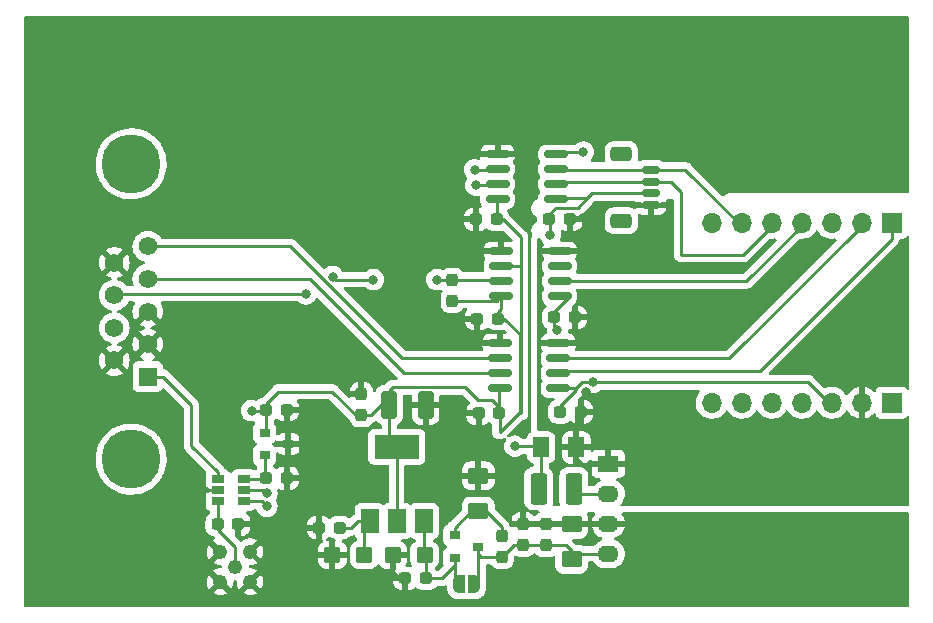
<source format=gbr>
%TF.GenerationSoftware,KiCad,Pcbnew,(6.0.4-0)*%
%TF.CreationDate,2022-06-27T11:15:03-06:00*%
%TF.ProjectId,DAC_pockel,4441435f-706f-4636-9b65-6c2e6b696361,rev?*%
%TF.SameCoordinates,Original*%
%TF.FileFunction,Copper,L1,Top*%
%TF.FilePolarity,Positive*%
%FSLAX46Y46*%
G04 Gerber Fmt 4.6, Leading zero omitted, Abs format (unit mm)*
G04 Created by KiCad (PCBNEW (6.0.4-0)) date 2022-06-27 11:15:03*
%MOMM*%
%LPD*%
G01*
G04 APERTURE LIST*
G04 Aperture macros list*
%AMRoundRect*
0 Rectangle with rounded corners*
0 $1 Rounding radius*
0 $2 $3 $4 $5 $6 $7 $8 $9 X,Y pos of 4 corners*
0 Add a 4 corners polygon primitive as box body*
4,1,4,$2,$3,$4,$5,$6,$7,$8,$9,$2,$3,0*
0 Add four circle primitives for the rounded corners*
1,1,$1+$1,$2,$3*
1,1,$1+$1,$4,$5*
1,1,$1+$1,$6,$7*
1,1,$1+$1,$8,$9*
0 Add four rect primitives between the rounded corners*
20,1,$1+$1,$2,$3,$4,$5,0*
20,1,$1+$1,$4,$5,$6,$7,0*
20,1,$1+$1,$6,$7,$8,$9,0*
20,1,$1+$1,$8,$9,$2,$3,0*%
%AMFreePoly0*
4,1,20,0.000000,0.744959,0.073905,0.744508,0.209726,0.703889,0.328688,0.626782,0.421226,0.519385,0.479903,0.390333,0.500000,0.250000,0.500000,-0.250000,0.499851,-0.262216,0.476331,-0.402017,0.414519,-0.529596,0.319384,-0.634700,0.198574,-0.708877,0.061801,-0.746166,0.000000,-0.745033,0.000000,-0.750000,-0.500000,-0.750000,-0.500000,0.750000,0.000000,0.750000,0.000000,0.744959,
0.000000,0.744959,$1*%
%AMFreePoly1*
4,1,22,0.500000,-0.750000,0.000000,-0.750000,0.000000,-0.745033,-0.079941,-0.743568,-0.215256,-0.701293,-0.333266,-0.622738,-0.424486,-0.514219,-0.481581,-0.384460,-0.499164,-0.250000,-0.500000,-0.250000,-0.500000,0.250000,-0.499164,0.250000,-0.499963,0.256109,-0.478152,0.396186,-0.417904,0.524511,-0.324060,0.630769,-0.204165,0.706417,-0.067858,0.745374,0.000000,0.744959,0.000000,0.750000,
0.500000,0.750000,0.500000,-0.750000,0.500000,-0.750000,$1*%
G04 Aperture macros list end*
%TA.AperFunction,ComponentPad*%
%ADD10C,5.000000*%
%TD*%
%TA.AperFunction,ComponentPad*%
%ADD11C,1.575000*%
%TD*%
%TA.AperFunction,ComponentPad*%
%ADD12R,1.575000X1.575000*%
%TD*%
%TA.AperFunction,SMDPad,CuDef*%
%ADD13RoundRect,0.250000X0.650000X-0.350000X0.650000X0.350000X-0.650000X0.350000X-0.650000X-0.350000X0*%
%TD*%
%TA.AperFunction,SMDPad,CuDef*%
%ADD14RoundRect,0.150000X0.625000X-0.150000X0.625000X0.150000X-0.625000X0.150000X-0.625000X-0.150000X0*%
%TD*%
%TA.AperFunction,SMDPad,CuDef*%
%ADD15RoundRect,0.237500X0.237500X-0.287500X0.237500X0.287500X-0.237500X0.287500X-0.237500X-0.287500X0*%
%TD*%
%TA.AperFunction,SMDPad,CuDef*%
%ADD16RoundRect,0.237500X-0.287500X-0.237500X0.287500X-0.237500X0.287500X0.237500X-0.287500X0.237500X0*%
%TD*%
%TA.AperFunction,SMDPad,CuDef*%
%ADD17RoundRect,0.150000X0.825000X0.150000X-0.825000X0.150000X-0.825000X-0.150000X0.825000X-0.150000X0*%
%TD*%
%TA.AperFunction,ComponentPad*%
%ADD18O,1.700000X1.700000*%
%TD*%
%TA.AperFunction,ComponentPad*%
%ADD19R,1.700000X1.700000*%
%TD*%
%TA.AperFunction,SMDPad,CuDef*%
%ADD20R,0.900000X0.800000*%
%TD*%
%TA.AperFunction,SMDPad,CuDef*%
%ADD21R,1.060000X0.650000*%
%TD*%
%TA.AperFunction,SMDPad,CuDef*%
%ADD22RoundRect,0.250000X-0.412500X-0.925000X0.412500X-0.925000X0.412500X0.925000X-0.412500X0.925000X0*%
%TD*%
%TA.AperFunction,SMDPad,CuDef*%
%ADD23R,1.500000X2.000000*%
%TD*%
%TA.AperFunction,SMDPad,CuDef*%
%ADD24R,3.800000X2.000000*%
%TD*%
%TA.AperFunction,SMDPad,CuDef*%
%ADD25RoundRect,0.237500X0.287500X0.237500X-0.287500X0.237500X-0.287500X-0.237500X0.287500X-0.237500X0*%
%TD*%
%TA.AperFunction,SMDPad,CuDef*%
%ADD26RoundRect,0.250000X0.450000X0.425000X-0.450000X0.425000X-0.450000X-0.425000X0.450000X-0.425000X0*%
%TD*%
%TA.AperFunction,SMDPad,CuDef*%
%ADD27RoundRect,0.250001X0.624999X-0.462499X0.624999X0.462499X-0.624999X0.462499X-0.624999X-0.462499X0*%
%TD*%
%TA.AperFunction,ComponentPad*%
%ADD28R,1.800000X1.400000*%
%TD*%
%TA.AperFunction,ComponentPad*%
%ADD29O,1.800000X1.400000*%
%TD*%
%TA.AperFunction,SMDPad,CuDef*%
%ADD30RoundRect,0.250001X0.462499X1.074999X-0.462499X1.074999X-0.462499X-1.074999X0.462499X-1.074999X0*%
%TD*%
%TA.AperFunction,SMDPad,CuDef*%
%ADD31FreePoly0,180.000000*%
%TD*%
%TA.AperFunction,SMDPad,CuDef*%
%ADD32FreePoly1,180.000000*%
%TD*%
%TA.AperFunction,ComponentPad*%
%ADD33C,1.240000*%
%TD*%
%TA.AperFunction,SMDPad,CuDef*%
%ADD34RoundRect,0.237500X-0.237500X0.287500X-0.237500X-0.287500X0.237500X-0.287500X0.237500X0.287500X0*%
%TD*%
%TA.AperFunction,SMDPad,CuDef*%
%ADD35RoundRect,0.250001X-0.462499X-0.624999X0.462499X-0.624999X0.462499X0.624999X-0.462499X0.624999X0*%
%TD*%
%TA.AperFunction,ViaPad*%
%ADD36C,0.800000*%
%TD*%
%TA.AperFunction,Conductor*%
%ADD37C,0.250000*%
%TD*%
G04 APERTURE END LIST*
D10*
%TO.P,J1,0*%
%TO.N,N/C*%
X97600000Y-81000000D03*
D11*
%TO.P,J1,9,9*%
%TO.N,GND*%
X96180000Y-64360000D03*
%TO.P,J1,8,8*%
%TO.N,/error*%
X96180000Y-67120000D03*
%TO.P,J1,7,7*%
%TO.N,unconnected-(J1-Pad7)*%
X96180000Y-69880000D03*
%TO.P,J1,6,6*%
%TO.N,GND*%
X96180000Y-72640000D03*
%TO.P,J1,5,5*%
%TO.N,/HVon*%
X99020000Y-62980000D03*
%TO.P,J1,4,4*%
%TO.N,/reset*%
X99020000Y-65740000D03*
%TO.P,J1,2,2*%
%TO.N,GND*%
X99020000Y-71260000D03*
D12*
%TO.P,J1,1,1*%
%TO.N,Net-(J1-Pad1)*%
X99020000Y-74020000D03*
D10*
%TO.P,J1,0*%
%TO.N,N/C*%
X97600000Y-56000000D03*
D11*
%TO.P,J1,3,3*%
%TO.N,GND*%
X99020000Y-68500000D03*
%TD*%
D13*
%TO.P,J6,MP*%
%TO.N,N/C*%
X139100000Y-55200000D03*
X139100000Y-60800000D03*
D14*
%TO.P,J6,4,SCL*%
%TO.N,/scl*%
X141625000Y-56500000D03*
%TO.P,J6,3,SDA*%
%TO.N,/sda*%
X141625000Y-57500000D03*
%TO.P,J6,2,VCC*%
%TO.N,VD*%
X141625000Y-58500000D03*
%TO.P,J6,1,gnd*%
%TO.N,GNDPWR*%
X141625000Y-59500000D03*
%TD*%
D15*
%TO.P,R3,2*%
%TO.N,/error*%
X124800000Y-65825000D03*
%TO.P,R3,1*%
%TO.N,+5V*%
X124800000Y-67575000D03*
%TD*%
D16*
%TO.P,C16,2*%
%TO.N,GNDPWR*%
X135175000Y-69000000D03*
%TO.P,C16,1*%
%TO.N,VD*%
X133425000Y-69000000D03*
%TD*%
D17*
%TO.P,U6,8,VDD2*%
%TO.N,+5V*%
X128925000Y-67205000D03*
%TO.P,U6,7,VIA*%
%TO.N,/error*%
X128925000Y-65935000D03*
%TO.P,U6,6,VOB*%
%TO.N,+5V*%
X128925000Y-64665000D03*
%TO.P,U6,5,GND2*%
%TO.N,GND*%
X128925000Y-63395000D03*
%TO.P,U6,4,GND1*%
%TO.N,GNDPWR*%
X133875000Y-63395000D03*
%TO.P,U6,3,VIB*%
%TO.N,/Sheet626DA5AD/in3_mc*%
X133875000Y-64665000D03*
%TO.P,U6,2,VOA*%
%TO.N,/A3*%
X133875000Y-65935000D03*
%TO.P,U6,1,VDD1*%
%TO.N,VD*%
X133875000Y-67205000D03*
%TD*%
D18*
%TO.P,J3,7,Pin_7*%
%TO.N,Net-(J3-Pad7)*%
X146760000Y-76220000D03*
%TO.P,J3,6,Pin_6*%
%TO.N,Net-(J3-Pad6)*%
X149300000Y-76220000D03*
%TO.P,J3,5,Pin_5*%
%TO.N,Net-(J3-Pad5)*%
X151840000Y-76220000D03*
%TO.P,J3,4,Pin_4*%
%TO.N,Net-(J3-Pad4)*%
X154380000Y-76220000D03*
%TO.P,J3,3,Pin_3*%
%TO.N,VD*%
X156920000Y-76220000D03*
%TO.P,J3,2,Pin_2*%
%TO.N,GNDPWR*%
X159460000Y-76220000D03*
D19*
%TO.P,J3,1,Pin_1*%
%TO.N,/USB_5V*%
X162000000Y-76220000D03*
%TD*%
D18*
%TO.P,J2,7,Pin_7*%
%TO.N,Net-(J2-Pad7)*%
X146760000Y-60980000D03*
%TO.P,J2,6,Pin_6*%
%TO.N,/scl*%
X149300000Y-60980000D03*
%TO.P,J2,5,Pin_5*%
%TO.N,/sda*%
X151840000Y-60980000D03*
%TO.P,J2,4,Pin_4*%
%TO.N,/A3*%
X154380000Y-60980000D03*
%TO.P,J2,3,Pin_3*%
%TO.N,Net-(J2-Pad3)*%
X156920000Y-60980000D03*
%TO.P,J2,2,Pin_2*%
%TO.N,/A1*%
X159460000Y-60980000D03*
D19*
%TO.P,J2,1,Pin_1*%
%TO.N,/A0*%
X162000000Y-60980000D03*
%TD*%
D17*
%TO.P,IC1,8,VCC2*%
%TO.N,+5V*%
X128625000Y-59005000D03*
%TO.P,IC1,7,SDA2*%
%TO.N,/Sheet626DA5AD/sda*%
X128625000Y-57735000D03*
%TO.P,IC1,6,SCL2*%
%TO.N,/Sheet626DA5AD/scl*%
X128625000Y-56465000D03*
%TO.P,IC1,5,GND2*%
%TO.N,GND*%
X128625000Y-55195000D03*
%TO.P,IC1,4,GND1*%
%TO.N,GNDPWR*%
X133575000Y-55195000D03*
%TO.P,IC1,3,SCL1*%
%TO.N,/scl*%
X133575000Y-56465000D03*
%TO.P,IC1,2,SDA1*%
%TO.N,/sda*%
X133575000Y-57735000D03*
%TO.P,IC1,1,VCC1*%
%TO.N,VD*%
X133575000Y-59005000D03*
%TD*%
D16*
%TO.P,C17,2*%
%TO.N,+5V*%
X128675000Y-69100000D03*
%TO.P,C17,1*%
%TO.N,GND*%
X126925000Y-69100000D03*
%TD*%
D20*
%TO.P,U5,3,GND*%
%TO.N,GND*%
X110900000Y-79700000D03*
%TO.P,U5,2,OUT*%
%TO.N,Net-(C15-Pad1)*%
X108900000Y-80650000D03*
%TO.P,U5,1,IN*%
%TO.N,+5V*%
X108900000Y-78750000D03*
%TD*%
D21*
%TO.P,U3,5,SCL*%
%TO.N,/Sheet626DA5AD/scl*%
X107150000Y-83620000D03*
%TO.P,U3,6,VREF*%
%TO.N,Net-(C15-Pad1)*%
X107150000Y-82670000D03*
%TO.P,U3,4,SDA*%
%TO.N,/Sheet626DA5AD/sda*%
X107150000Y-84570000D03*
%TO.P,U3,3,VA*%
%TO.N,+5V*%
X104950000Y-84570000D03*
%TO.P,U3,2,GND*%
%TO.N,GND*%
X104950000Y-83620000D03*
%TO.P,U3,1,VOUT*%
%TO.N,Net-(J1-Pad1)*%
X104950000Y-82670000D03*
%TD*%
D16*
%TO.P,C15,2*%
%TO.N,GND*%
X110775000Y-82600000D03*
%TO.P,C15,1*%
%TO.N,Net-(C15-Pad1)*%
X109025000Y-82600000D03*
%TD*%
%TO.P,C14,2*%
%TO.N,GND*%
X106675000Y-86500000D03*
%TO.P,C14,1*%
%TO.N,+5V*%
X104925000Y-86500000D03*
%TD*%
D15*
%TO.P,C9,2*%
%TO.N,GND*%
X117100000Y-75525000D03*
%TO.P,C9,1*%
%TO.N,+5V*%
X117100000Y-77275000D03*
%TD*%
D22*
%TO.P,C6,2*%
%TO.N,GND*%
X122537500Y-76400000D03*
%TO.P,C6,1*%
%TO.N,+5V*%
X119462500Y-76400000D03*
%TD*%
D23*
%TO.P,U2,1,GND*%
%TO.N,Net-(C13-Pad1)*%
X117800000Y-86250000D03*
%TO.P,U2,3,VI*%
%TO.N,Net-(C10-Pad1)*%
X122400000Y-86250000D03*
%TO.P,U2,2,VO*%
%TO.N,+5V*%
X120100000Y-86250000D03*
D24*
X120100000Y-79950000D03*
%TD*%
D25*
%TO.P,R2,1*%
%TO.N,Net-(C13-Pad1)*%
X115275000Y-86800000D03*
%TO.P,R2,2*%
%TO.N,GND*%
X113525000Y-86800000D03*
%TD*%
D26*
%TO.P,C13,2*%
%TO.N,GND*%
X114650000Y-89100000D03*
%TO.P,C13,1*%
%TO.N,Net-(C13-Pad1)*%
X117350000Y-89100000D03*
%TD*%
%TO.P,C10,2*%
%TO.N,GND*%
X119750000Y-89100000D03*
%TO.P,C10,1*%
%TO.N,Net-(C10-Pad1)*%
X122450000Y-89100000D03*
%TD*%
D27*
%TO.P,C8,2*%
%TO.N,GND*%
X127000000Y-82412500D03*
%TO.P,C8,1*%
%TO.N,Net-(C8-Pad1)*%
X127000000Y-85387500D03*
%TD*%
D17*
%TO.P,U4,8,VDD2*%
%TO.N,+5V*%
X128825000Y-75005000D03*
%TO.P,U4,7,VOA*%
%TO.N,/reset*%
X128825000Y-73735000D03*
%TO.P,U4,6,VOB*%
%TO.N,/HVon*%
X128825000Y-72465000D03*
%TO.P,U4,5,GND2*%
%TO.N,GND*%
X128825000Y-71195000D03*
%TO.P,U4,4,GND1*%
%TO.N,GNDPWR*%
X133775000Y-71195000D03*
%TO.P,U4,3,VIB*%
%TO.N,/A1*%
X133775000Y-72465000D03*
%TO.P,U4,2,VIA*%
%TO.N,/A0*%
X133775000Y-73735000D03*
%TO.P,U4,1,VDD1*%
%TO.N,VD*%
X133775000Y-75005000D03*
%TD*%
D16*
%TO.P,C12,2*%
%TO.N,+5V*%
X128775000Y-77100000D03*
%TO.P,C12,1*%
%TO.N,GND*%
X127025000Y-77100000D03*
%TD*%
%TO.P,C11,2*%
%TO.N,GNDPWR*%
X135675000Y-77000000D03*
%TO.P,C11,1*%
%TO.N,VD*%
X133925000Y-77000000D03*
%TD*%
%TO.P,C26,2*%
%TO.N,+5V*%
X128575000Y-60700000D03*
%TO.P,C26,1*%
%TO.N,GND*%
X126825000Y-60700000D03*
%TD*%
%TO.P,C25,2*%
%TO.N,GNDPWR*%
X134775000Y-60700000D03*
%TO.P,C25,1*%
%TO.N,VD*%
X133025000Y-60700000D03*
%TD*%
D15*
%TO.P,R1,2*%
%TO.N,Net-(C8-Pad1)*%
X129000000Y-87525000D03*
%TO.P,R1,1*%
%TO.N,Net-(C3-Pad1)*%
X129000000Y-89275000D03*
%TD*%
D20*
%TO.P,Q1,3,C*%
%TO.N,Net-(C3-Pad1)*%
X127000000Y-88400000D03*
%TO.P,Q1,2,E*%
%TO.N,Net-(C10-Pad1)*%
X125000000Y-89350000D03*
%TO.P,Q1,1,B*%
%TO.N,Net-(C8-Pad1)*%
X125000000Y-87450000D03*
%TD*%
D28*
%TO.P,PS1,1,-Vin*%
%TO.N,GNDPWR*%
X138000000Y-81400000D03*
D29*
%TO.P,PS1,2,+Vin*%
%TO.N,Net-(L1-Pad1)*%
X138000000Y-83940000D03*
%TO.P,PS1,3,0V*%
%TO.N,GND*%
X138000000Y-86480000D03*
%TO.P,PS1,4,+Vout*%
%TO.N,Net-(C3-Pad1)*%
X138000000Y-89020000D03*
%TD*%
D30*
%TO.P,L1,2,2*%
%TO.N,/USB_5V*%
X132112500Y-83500000D03*
%TO.P,L1,1,1*%
%TO.N,Net-(L1-Pad1)*%
X135087500Y-83500000D03*
%TD*%
D31*
%TO.P,JP1,2,B*%
%TO.N,Net-(C10-Pad1)*%
X125350000Y-91600000D03*
D32*
%TO.P,JP1,1,A*%
%TO.N,Net-(C3-Pad1)*%
X126650000Y-91600000D03*
%TD*%
D33*
%TO.P,J7,2,Ext*%
%TO.N,GND*%
X107670000Y-91370000D03*
X105130000Y-88830000D03*
X107670000Y-88830000D03*
X105130000Y-91370000D03*
%TO.P,J7,1,In*%
%TO.N,+5V*%
X106400000Y-90100000D03*
%TD*%
D25*
%TO.P,C7,2*%
%TO.N,GND*%
X120825000Y-91100000D03*
%TO.P,C7,1*%
%TO.N,Net-(C10-Pad1)*%
X122575000Y-91100000D03*
%TD*%
D34*
%TO.P,C5,2*%
%TO.N,Net-(C3-Pad1)*%
X130800000Y-88250000D03*
%TO.P,C5,1*%
%TO.N,GND*%
X130800000Y-86500000D03*
%TD*%
%TO.P,C4,2*%
%TO.N,Net-(C3-Pad1)*%
X132700000Y-88275000D03*
%TO.P,C4,1*%
%TO.N,GND*%
X132700000Y-86525000D03*
%TD*%
D27*
%TO.P,C3,2*%
%TO.N,GND*%
X134900000Y-86512500D03*
%TO.P,C3,1*%
%TO.N,Net-(C3-Pad1)*%
X134900000Y-89487500D03*
%TD*%
D35*
%TO.P,C2,2*%
%TO.N,GNDPWR*%
X135287500Y-80000000D03*
%TO.P,C2,1*%
%TO.N,/USB_5V*%
X132312500Y-80000000D03*
%TD*%
D25*
%TO.P,C1,2*%
%TO.N,+5V*%
X109025000Y-76800000D03*
%TO.P,C1,1*%
%TO.N,GND*%
X110775000Y-76800000D03*
%TD*%
D36*
%TO.N,GND*%
X127000000Y-62000000D03*
X125000000Y-61000000D03*
X126000000Y-59000000D03*
X103480000Y-83620000D03*
%TO.N,GNDPWR*%
X136100000Y-75300000D03*
X135875000Y-60600000D03*
X135900000Y-55000000D03*
%TO.N,VD*%
X136700000Y-74500000D03*
X133100000Y-62000000D03*
X133700000Y-70100000D03*
%TO.N,/Sheet626DA5AD/sda*%
X109100000Y-85000000D03*
X126800000Y-57800000D03*
%TO.N,/Sheet626DA5AD/scl*%
X109100000Y-83900000D03*
X126700000Y-56500000D03*
%TO.N,+5V*%
X107800000Y-76900000D03*
%TO.N,/USB_5V*%
X130100000Y-79900000D03*
%TO.N,/error*%
X123500000Y-65800000D03*
X118100000Y-65800000D03*
X114662653Y-65537347D03*
X112400000Y-67000000D03*
%TD*%
D37*
%TO.N,+5V*%
X130600000Y-62200000D02*
X130600000Y-64560000D01*
X130495000Y-64665000D02*
X130600000Y-64560000D01*
X130600000Y-64560000D02*
X130600000Y-73100000D01*
X128925000Y-64665000D02*
X130495000Y-64665000D01*
X128575000Y-60700000D02*
X128575000Y-59055000D01*
X128575000Y-59055000D02*
X128625000Y-59005000D01*
%TO.N,VD*%
X136600000Y-58500000D02*
X141625000Y-58500000D01*
%TO.N,GND*%
X126825000Y-61825000D02*
X127000000Y-62000000D01*
X126825000Y-60700000D02*
X126825000Y-61825000D01*
X126825000Y-60700000D02*
X125300000Y-60700000D01*
X125300000Y-60700000D02*
X125000000Y-61000000D01*
X126825000Y-59825000D02*
X126000000Y-59000000D01*
X126825000Y-60700000D02*
X126825000Y-59825000D01*
X120300000Y-91100000D02*
X120825000Y-91100000D01*
X119750000Y-90550000D02*
X120300000Y-91100000D01*
X119750000Y-89100000D02*
X119750000Y-90550000D01*
X104950000Y-83620000D02*
X103480000Y-83620000D01*
X103480000Y-87180000D02*
X105130000Y-88830000D01*
X103480000Y-83620000D02*
X103480000Y-87180000D01*
%TO.N,GNDPWR*%
X135287500Y-80875000D02*
X135287500Y-80000000D01*
X135812500Y-81400000D02*
X135287500Y-80875000D01*
X138000000Y-81400000D02*
X135812500Y-81400000D01*
X135287500Y-77387500D02*
X135675000Y-77000000D01*
X135287500Y-80000000D02*
X135287500Y-77387500D01*
X136900000Y-77000000D02*
X135675000Y-77000000D01*
X138400000Y-75500000D02*
X136900000Y-77000000D01*
X136300000Y-75500000D02*
X136100000Y-75300000D01*
X138400000Y-75500000D02*
X136300000Y-75500000D01*
X134875000Y-60600000D02*
X134775000Y-60700000D01*
X135875000Y-60600000D02*
X134875000Y-60600000D01*
X133640000Y-55000000D02*
X133575000Y-55065000D01*
X135900000Y-55000000D02*
X133640000Y-55000000D01*
X136975000Y-59500000D02*
X135875000Y-60600000D01*
X141625000Y-59500000D02*
X136975000Y-59500000D01*
%TO.N,Net-(C3-Pad1)*%
X135367500Y-89020000D02*
X134900000Y-89487500D01*
X138000000Y-89020000D02*
X135367500Y-89020000D01*
X133175000Y-88275000D02*
X132700000Y-88275000D01*
X134400000Y-88275000D02*
X133175000Y-88275000D01*
X134900000Y-88775000D02*
X134400000Y-88275000D01*
X134900000Y-89487500D02*
X134900000Y-88775000D01*
X130000000Y-88275000D02*
X129000000Y-89275000D01*
X132700000Y-88275000D02*
X130000000Y-88275000D01*
X127225000Y-89275000D02*
X127000000Y-89050000D01*
X127000000Y-89050000D02*
X127000000Y-88400000D01*
X129000000Y-89275000D02*
X127225000Y-89275000D01*
X127000000Y-91250000D02*
X126650000Y-91600000D01*
X127000000Y-88400000D02*
X127000000Y-91250000D01*
%TO.N,Net-(L1-Pad1)*%
X135527500Y-83940000D02*
X135087500Y-83500000D01*
X138000000Y-83940000D02*
X135527500Y-83940000D01*
%TO.N,VD*%
X133775000Y-75005000D02*
X135295000Y-75005000D01*
X135295000Y-75005000D02*
X135800000Y-74500000D01*
X135295000Y-75155000D02*
X135295000Y-75005000D01*
X133925000Y-76525000D02*
X135295000Y-75155000D01*
X133925000Y-77000000D02*
X133925000Y-76525000D01*
X135800000Y-74500000D02*
X136700000Y-74500000D01*
X136225000Y-58875000D02*
X136600000Y-58500000D01*
X133575000Y-58875000D02*
X136225000Y-58875000D01*
X133025000Y-60225000D02*
X133550000Y-59700000D01*
X133025000Y-60700000D02*
X133025000Y-60225000D01*
X135400000Y-59700000D02*
X136600000Y-58500000D01*
X133550000Y-59700000D02*
X135400000Y-59700000D01*
X133100000Y-60775000D02*
X133025000Y-60700000D01*
X133100000Y-62000000D02*
X133100000Y-60775000D01*
X133425000Y-69825000D02*
X133700000Y-70100000D01*
X133425000Y-69000000D02*
X133425000Y-69825000D01*
X134745000Y-67205000D02*
X133425000Y-68525000D01*
X133425000Y-68525000D02*
X133425000Y-69000000D01*
X133875000Y-67205000D02*
X134745000Y-67205000D01*
X154920000Y-74500000D02*
X156920000Y-76500000D01*
X136700000Y-74500000D02*
X154920000Y-74500000D01*
%TO.N,/Sheet626DA5AD/sda*%
X108670000Y-84570000D02*
X109100000Y-85000000D01*
X107150000Y-84570000D02*
X108670000Y-84570000D01*
X128560000Y-57800000D02*
X128625000Y-57735000D01*
X126800000Y-57800000D02*
X128560000Y-57800000D01*
%TO.N,/Sheet626DA5AD/scl*%
X108820000Y-83620000D02*
X109100000Y-83900000D01*
X107150000Y-83620000D02*
X108820000Y-83620000D01*
X128590000Y-56500000D02*
X128625000Y-56465000D01*
X126700000Y-56500000D02*
X128590000Y-56500000D01*
%TO.N,+5V*%
X128800000Y-77125000D02*
X128775000Y-77100000D01*
X128800000Y-78700000D02*
X128800000Y-77125000D01*
X128775000Y-75055000D02*
X128825000Y-75005000D01*
X128775000Y-77100000D02*
X128775000Y-75055000D01*
X130600000Y-62200000D02*
X129100000Y-60700000D01*
X129100000Y-60700000D02*
X128575000Y-60700000D01*
X130600000Y-75000000D02*
X130600000Y-69200000D01*
X130600000Y-76900000D02*
X130600000Y-75000000D01*
X120100000Y-86250000D02*
X120100000Y-79950000D01*
X119462500Y-79312500D02*
X120100000Y-79950000D01*
X119462500Y-76400000D02*
X119462500Y-79312500D01*
X117925000Y-77275000D02*
X117100000Y-77275000D01*
X118800000Y-76400000D02*
X117925000Y-77275000D01*
X119462500Y-76400000D02*
X118800000Y-76400000D01*
X116625000Y-77275000D02*
X114650000Y-75300000D01*
X117100000Y-77275000D02*
X116625000Y-77275000D01*
X109025000Y-76325000D02*
X109025000Y-76800000D01*
X110050000Y-75300000D02*
X109025000Y-76325000D01*
X114650000Y-75300000D02*
X110050000Y-75300000D01*
X109025000Y-78625000D02*
X108900000Y-78750000D01*
X109025000Y-76800000D02*
X109025000Y-78625000D01*
X104925000Y-84595000D02*
X104950000Y-84570000D01*
X104925000Y-86500000D02*
X104925000Y-84595000D01*
X104925000Y-86975000D02*
X104925000Y-86500000D01*
X106400000Y-88450000D02*
X104925000Y-86975000D01*
X106400000Y-90100000D02*
X106400000Y-88450000D01*
X108925000Y-76900000D02*
X109025000Y-76800000D01*
X107800000Y-76900000D02*
X108925000Y-76900000D01*
X128555000Y-67575000D02*
X128925000Y-67205000D01*
X124800000Y-67575000D02*
X128555000Y-67575000D01*
X128925000Y-67205000D02*
X128925000Y-68275000D01*
X128675000Y-68525000D02*
X128675000Y-69100000D01*
X128925000Y-68275000D02*
X128675000Y-68525000D01*
X130500000Y-70400000D02*
X130500000Y-77000000D01*
X129200000Y-69100000D02*
X130500000Y-70400000D01*
X128675000Y-69100000D02*
X129200000Y-69100000D01*
X130500000Y-77000000D02*
X130600000Y-76900000D01*
X128800000Y-78700000D02*
X130500000Y-77000000D01*
X130600000Y-73100000D02*
X130600000Y-77100000D01*
X119462500Y-75225000D02*
X119787510Y-74899990D01*
X119462500Y-76400000D02*
X119462500Y-75225000D01*
X119787510Y-74899990D02*
X125899990Y-74899990D01*
X125899990Y-74899990D02*
X127000000Y-76000000D01*
X128150000Y-76000000D02*
X128775000Y-76625000D01*
X128775000Y-76625000D02*
X128775000Y-77100000D01*
X127000000Y-76000000D02*
X128150000Y-76000000D01*
%TO.N,Net-(C10-Pad1)*%
X125000000Y-91250000D02*
X125350000Y-91600000D01*
X125000000Y-89350000D02*
X125000000Y-91250000D01*
X123900000Y-91100000D02*
X123100000Y-91100000D01*
X123100000Y-91100000D02*
X122575000Y-91100000D01*
X125000000Y-90000000D02*
X123900000Y-91100000D01*
X125000000Y-89350000D02*
X125000000Y-90000000D01*
X122575000Y-89225000D02*
X122450000Y-89100000D01*
X122575000Y-91100000D02*
X122575000Y-89225000D01*
X122400000Y-89050000D02*
X122450000Y-89100000D01*
X122400000Y-86250000D02*
X122400000Y-89050000D01*
%TO.N,Net-(C8-Pad1)*%
X129000000Y-86737500D02*
X127600000Y-85337500D01*
X129000000Y-87525000D02*
X129000000Y-86737500D01*
X126462500Y-85337500D02*
X127600000Y-85337500D01*
X125000000Y-86800000D02*
X126462500Y-85337500D01*
X125000000Y-87450000D02*
X125000000Y-86800000D01*
%TO.N,Net-(C13-Pad1)*%
X117350000Y-86700000D02*
X117800000Y-86250000D01*
X117350000Y-89100000D02*
X117350000Y-86700000D01*
X116800000Y-86250000D02*
X116200000Y-86850000D01*
X117800000Y-86250000D02*
X116800000Y-86250000D01*
X116150000Y-86800000D02*
X115275000Y-86800000D01*
X116200000Y-86850000D02*
X116150000Y-86800000D01*
%TO.N,Net-(C15-Pad1)*%
X108955000Y-82670000D02*
X109025000Y-82600000D01*
X107150000Y-82670000D02*
X108955000Y-82670000D01*
X108900000Y-82475000D02*
X109025000Y-82600000D01*
X108900000Y-80650000D02*
X108900000Y-82475000D01*
%TO.N,Net-(J1-Pad1)*%
X104950000Y-82095000D02*
X102700000Y-79845000D01*
X104950000Y-82670000D02*
X104950000Y-82095000D01*
X102700000Y-79845000D02*
X102700000Y-76400000D01*
X100320000Y-74020000D02*
X99020000Y-74020000D01*
X102700000Y-76400000D02*
X100320000Y-74020000D01*
%TO.N,/scl*%
X134135000Y-56335000D02*
X133575000Y-56335000D01*
X134300000Y-56500000D02*
X134135000Y-56335000D01*
X141625000Y-56500000D02*
X138200000Y-56500000D01*
X138200000Y-56500000D02*
X134300000Y-56500000D01*
X144540000Y-56500000D02*
X141625000Y-56500000D01*
X149300000Y-61260000D02*
X144540000Y-56500000D01*
%TO.N,/sda*%
X133680000Y-57500000D02*
X133575000Y-57605000D01*
X141625000Y-57500000D02*
X133680000Y-57500000D01*
X141625000Y-57500000D02*
X143300000Y-57500000D01*
X143300000Y-57500000D02*
X144200000Y-58400000D01*
X144200000Y-58400000D02*
X144200000Y-63700000D01*
X149400000Y-63700000D02*
X151840000Y-61260000D01*
X144200000Y-63700000D02*
X149400000Y-63700000D01*
%TO.N,/USB_5V*%
X132212500Y-79900000D02*
X132312500Y-80000000D01*
X130100000Y-79900000D02*
X132212500Y-79900000D01*
X132312500Y-83300000D02*
X132112500Y-83500000D01*
X132312500Y-80000000D02*
X132312500Y-83300000D01*
%TO.N,/error*%
X128815000Y-65825000D02*
X128925000Y-65935000D01*
X124800000Y-65825000D02*
X128815000Y-65825000D01*
X123525000Y-65825000D02*
X123500000Y-65800000D01*
X124800000Y-65825000D02*
X123525000Y-65825000D01*
X114925306Y-65800000D02*
X114662653Y-65537347D01*
X118100000Y-65800000D02*
X114925306Y-65800000D01*
X96300000Y-67000000D02*
X96180000Y-67120000D01*
X112400000Y-67000000D02*
X96300000Y-67000000D01*
%TO.N,/HVon*%
X128825000Y-72465000D02*
X120565000Y-72465000D01*
X111080000Y-62980000D02*
X99020000Y-62980000D01*
X120565000Y-72465000D02*
X111080000Y-62980000D01*
%TO.N,/reset*%
X99020000Y-65740000D02*
X112740000Y-65740000D01*
X120735000Y-73735000D02*
X128825000Y-73735000D01*
X112740000Y-65740000D02*
X120735000Y-73735000D01*
%TO.N,/A3*%
X149705000Y-65935000D02*
X154380000Y-61260000D01*
X133875000Y-65935000D02*
X149705000Y-65935000D01*
%TO.N,/A1*%
X133775000Y-72465000D02*
X138365000Y-72465000D01*
X148255000Y-72465000D02*
X159460000Y-61260000D01*
X138365000Y-72465000D02*
X148255000Y-72465000D01*
%TO.N,/A0*%
X162000000Y-62360000D02*
X162000000Y-61260000D01*
X150860000Y-73500000D02*
X162000000Y-62360000D01*
X134010000Y-73500000D02*
X150860000Y-73500000D01*
X133775000Y-73735000D02*
X134010000Y-73500000D01*
%TD*%
%TA.AperFunction,Conductor*%
%TO.N,GNDPWR*%
G36*
X143508621Y-59020002D02*
G01*
X143555114Y-59073658D01*
X143566500Y-59126000D01*
X143566500Y-63628207D01*
X143564268Y-63651816D01*
X143562725Y-63659906D01*
X143563223Y-63667817D01*
X143566251Y-63715951D01*
X143566500Y-63723862D01*
X143566500Y-63739856D01*
X143568506Y-63755730D01*
X143569249Y-63763598D01*
X143571589Y-63800790D01*
X143572775Y-63819650D01*
X143575225Y-63827191D01*
X143575321Y-63827487D01*
X143580494Y-63850631D01*
X143580532Y-63850935D01*
X143580533Y-63850940D01*
X143581526Y-63858797D01*
X143584442Y-63866162D01*
X143584443Y-63866166D01*
X143602199Y-63911011D01*
X143604871Y-63918430D01*
X143622236Y-63971875D01*
X143626486Y-63978571D01*
X143626486Y-63978572D01*
X143626650Y-63978831D01*
X143637415Y-63999958D01*
X143637529Y-64000246D01*
X143637532Y-64000251D01*
X143640448Y-64007617D01*
X143645104Y-64014025D01*
X143645107Y-64014031D01*
X143673458Y-64053052D01*
X143677901Y-64059589D01*
X143708000Y-64107018D01*
X143713778Y-64112444D01*
X143713779Y-64112445D01*
X143714007Y-64112659D01*
X143729688Y-64130446D01*
X143734528Y-64137107D01*
X143740637Y-64142161D01*
X143740638Y-64142162D01*
X143777796Y-64172903D01*
X143783730Y-64178134D01*
X143818898Y-64211158D01*
X143818901Y-64211160D01*
X143824679Y-64216586D01*
X143831903Y-64220558D01*
X143851506Y-64233881D01*
X143851746Y-64234080D01*
X143851753Y-64234084D01*
X143857856Y-64239133D01*
X143869417Y-64244573D01*
X143908676Y-64263047D01*
X143915708Y-64266629D01*
X143964940Y-64293695D01*
X143972615Y-64295665D01*
X143972621Y-64295668D01*
X143972919Y-64295744D01*
X143995228Y-64303776D01*
X143995503Y-64303906D01*
X143995511Y-64303909D01*
X144002682Y-64307283D01*
X144057849Y-64317806D01*
X144065558Y-64319529D01*
X144099551Y-64328257D01*
X144112293Y-64331529D01*
X144112294Y-64331529D01*
X144119970Y-64333500D01*
X144128207Y-64333500D01*
X144151816Y-64335732D01*
X144152119Y-64335790D01*
X144152123Y-64335790D01*
X144159906Y-64337275D01*
X144215951Y-64333749D01*
X144223862Y-64333500D01*
X149321233Y-64333500D01*
X149332416Y-64334027D01*
X149339909Y-64335702D01*
X149347835Y-64335453D01*
X149347836Y-64335453D01*
X149407986Y-64333562D01*
X149411945Y-64333500D01*
X149439856Y-64333500D01*
X149443791Y-64333003D01*
X149443856Y-64332995D01*
X149455693Y-64332062D01*
X149487951Y-64331048D01*
X149491970Y-64330922D01*
X149499889Y-64330673D01*
X149519343Y-64325021D01*
X149538700Y-64321013D01*
X149550930Y-64319468D01*
X149550931Y-64319468D01*
X149558797Y-64318474D01*
X149566168Y-64315555D01*
X149566170Y-64315555D01*
X149599912Y-64302196D01*
X149611142Y-64298351D01*
X149645983Y-64288229D01*
X149645984Y-64288229D01*
X149653593Y-64286018D01*
X149660412Y-64281985D01*
X149660417Y-64281983D01*
X149671028Y-64275707D01*
X149688776Y-64267012D01*
X149707617Y-64259552D01*
X149743387Y-64233564D01*
X149753307Y-64227048D01*
X149784535Y-64208580D01*
X149784538Y-64208578D01*
X149791362Y-64204542D01*
X149805683Y-64190221D01*
X149820717Y-64177380D01*
X149830694Y-64170131D01*
X149837107Y-64165472D01*
X149865298Y-64131395D01*
X149873288Y-64122616D01*
X151624081Y-62371824D01*
X151686393Y-62337798D01*
X151717791Y-62335004D01*
X151796223Y-62337880D01*
X151896673Y-62341564D01*
X151896677Y-62341564D01*
X151901837Y-62341753D01*
X151906957Y-62341097D01*
X151906959Y-62341097D01*
X152109804Y-62315112D01*
X152179914Y-62326297D01*
X152232848Y-62373610D01*
X152251799Y-62442030D01*
X152230751Y-62509835D01*
X152214909Y-62529186D01*
X149479500Y-65264595D01*
X149417188Y-65298621D01*
X149390405Y-65301500D01*
X135398224Y-65301500D01*
X135330103Y-65281498D01*
X135283610Y-65227842D01*
X135273506Y-65157568D01*
X135289769Y-65111364D01*
X135309145Y-65078601D01*
X135355562Y-64918831D01*
X135358500Y-64881502D01*
X135358500Y-64448498D01*
X135355562Y-64411169D01*
X135319203Y-64286018D01*
X135311357Y-64259012D01*
X135311356Y-64259010D01*
X135309145Y-64251399D01*
X135264215Y-64175427D01*
X135228493Y-64115024D01*
X135228492Y-64115023D01*
X135224453Y-64108193D01*
X135221513Y-64105253D01*
X135196180Y-64040734D01*
X135210079Y-63971111D01*
X135222126Y-63952364D01*
X135228090Y-63944676D01*
X135304648Y-63815221D01*
X135310893Y-63800790D01*
X135349939Y-63666395D01*
X135349899Y-63652294D01*
X135342630Y-63649000D01*
X132413122Y-63649000D01*
X132399591Y-63652973D01*
X132398456Y-63660871D01*
X132439107Y-63800790D01*
X132445352Y-63815221D01*
X132521911Y-63944677D01*
X132527871Y-63952360D01*
X132553820Y-64018444D01*
X132539922Y-64088067D01*
X132529579Y-64104161D01*
X132525547Y-64108193D01*
X132440855Y-64251399D01*
X132438644Y-64259010D01*
X132438643Y-64259012D01*
X132430797Y-64286018D01*
X132394438Y-64411169D01*
X132391500Y-64448498D01*
X132391500Y-64881502D01*
X132394438Y-64918831D01*
X132440855Y-65078601D01*
X132525547Y-65221807D01*
X132528229Y-65224489D01*
X132553502Y-65288861D01*
X132539600Y-65358484D01*
X132529428Y-65374312D01*
X132525547Y-65378193D01*
X132440855Y-65521399D01*
X132394438Y-65681169D01*
X132391500Y-65718498D01*
X132391500Y-66151502D01*
X132394438Y-66188831D01*
X132440855Y-66348601D01*
X132525547Y-66491807D01*
X132528229Y-66494489D01*
X132553502Y-66558861D01*
X132539600Y-66628484D01*
X132529428Y-66644312D01*
X132525547Y-66648193D01*
X132440855Y-66791399D01*
X132394438Y-66951169D01*
X132391500Y-66988498D01*
X132391500Y-67421502D01*
X132394438Y-67458831D01*
X132440855Y-67618601D01*
X132444892Y-67625427D01*
X132521509Y-67754980D01*
X132521511Y-67754983D01*
X132525547Y-67761807D01*
X132643193Y-67879453D01*
X132721431Y-67925723D01*
X132769882Y-67977615D01*
X132782587Y-68047465D01*
X132755511Y-68113096D01*
X132723593Y-68141319D01*
X132677851Y-68169625D01*
X132670969Y-68173884D01*
X132665796Y-68179066D01*
X132553242Y-68291816D01*
X132553238Y-68291821D01*
X132548071Y-68296997D01*
X132456791Y-68445080D01*
X132402026Y-68610191D01*
X132391500Y-68712928D01*
X132391500Y-69287072D01*
X132391837Y-69290318D01*
X132391837Y-69290322D01*
X132401440Y-69382868D01*
X132402293Y-69391093D01*
X132457346Y-69556107D01*
X132548884Y-69704031D01*
X132554066Y-69709204D01*
X132666816Y-69821758D01*
X132666821Y-69821762D01*
X132671997Y-69826929D01*
X132678227Y-69830769D01*
X132678228Y-69830770D01*
X132739004Y-69868233D01*
X132786498Y-69921006D01*
X132798198Y-69988664D01*
X132786496Y-70100000D01*
X132787186Y-70106564D01*
X132787186Y-70106565D01*
X132806458Y-70289928D01*
X132804364Y-70290148D01*
X132799705Y-70351094D01*
X132756881Y-70407720D01*
X132717021Y-70427480D01*
X132694211Y-70434107D01*
X132679777Y-70440353D01*
X132550322Y-70516911D01*
X132537896Y-70526551D01*
X132431551Y-70632896D01*
X132421911Y-70645322D01*
X132345352Y-70774779D01*
X132339107Y-70789210D01*
X132300061Y-70923605D01*
X132300101Y-70937706D01*
X132307370Y-70941000D01*
X133328503Y-70941000D01*
X133379751Y-70951893D01*
X133411676Y-70966107D01*
X133411679Y-70966108D01*
X133417712Y-70968794D01*
X133459340Y-70977642D01*
X133598056Y-71007128D01*
X133598061Y-71007128D01*
X133604513Y-71008500D01*
X133795487Y-71008500D01*
X133801939Y-71007128D01*
X133801944Y-71007128D01*
X133940660Y-70977642D01*
X133982288Y-70968794D01*
X133988321Y-70966108D01*
X133988324Y-70966107D01*
X134020249Y-70951893D01*
X134071497Y-70941000D01*
X135236878Y-70941000D01*
X135250409Y-70937027D01*
X135251544Y-70929129D01*
X135210893Y-70789210D01*
X135204648Y-70774779D01*
X135128089Y-70645322D01*
X135118449Y-70632896D01*
X135012104Y-70526551D01*
X134999678Y-70516911D01*
X134870221Y-70440352D01*
X134855790Y-70434107D01*
X134709931Y-70391730D01*
X134700117Y-70389938D01*
X134636697Y-70358024D01*
X134600600Y-70296889D01*
X134597442Y-70252817D01*
X134612814Y-70106564D01*
X134613504Y-70100000D01*
X134613283Y-70097902D01*
X134632816Y-70031380D01*
X134686472Y-69984887D01*
X134751656Y-69974157D01*
X134834767Y-69982672D01*
X134841185Y-69983000D01*
X134902885Y-69983000D01*
X134918124Y-69978525D01*
X134919329Y-69977135D01*
X134921000Y-69969452D01*
X134921000Y-69964885D01*
X135429000Y-69964885D01*
X135433475Y-69980124D01*
X135434865Y-69981329D01*
X135442548Y-69983000D01*
X135508766Y-69983000D01*
X135515282Y-69982663D01*
X135609132Y-69972925D01*
X135622528Y-69970032D01*
X135773953Y-69919512D01*
X135787115Y-69913347D01*
X135922492Y-69829574D01*
X135933890Y-69820540D01*
X136046363Y-69707871D01*
X136055375Y-69696460D01*
X136138912Y-69560937D01*
X136145056Y-69547759D01*
X136195315Y-69396234D01*
X136198181Y-69382868D01*
X136207672Y-69290230D01*
X136208000Y-69283815D01*
X136208000Y-69272115D01*
X136203525Y-69256876D01*
X136202135Y-69255671D01*
X136194452Y-69254000D01*
X135447115Y-69254000D01*
X135431876Y-69258475D01*
X135430671Y-69259865D01*
X135429000Y-69267548D01*
X135429000Y-69964885D01*
X134921000Y-69964885D01*
X134921000Y-68727885D01*
X135429000Y-68727885D01*
X135433475Y-68743124D01*
X135434865Y-68744329D01*
X135442548Y-68746000D01*
X136189885Y-68746000D01*
X136205124Y-68741525D01*
X136206329Y-68740135D01*
X136208000Y-68732452D01*
X136208000Y-68716234D01*
X136207663Y-68709718D01*
X136197925Y-68615868D01*
X136195032Y-68602472D01*
X136144512Y-68451047D01*
X136138347Y-68437885D01*
X136054574Y-68302508D01*
X136045540Y-68291110D01*
X135932871Y-68178637D01*
X135921460Y-68169625D01*
X135785937Y-68086088D01*
X135772759Y-68079944D01*
X135621234Y-68029685D01*
X135607868Y-68026819D01*
X135515230Y-68017328D01*
X135508815Y-68017000D01*
X135447115Y-68017000D01*
X135431876Y-68021475D01*
X135430671Y-68022865D01*
X135429000Y-68030548D01*
X135429000Y-68727885D01*
X134921000Y-68727885D01*
X134921000Y-68061208D01*
X134941002Y-67993087D01*
X134982860Y-67952755D01*
X135106807Y-67879453D01*
X135224453Y-67761807D01*
X135228489Y-67754983D01*
X135228491Y-67754980D01*
X135305108Y-67625427D01*
X135309145Y-67618601D01*
X135355562Y-67458831D01*
X135358500Y-67421502D01*
X135358500Y-67391050D01*
X135360051Y-67371339D01*
X135368836Y-67315874D01*
X135369517Y-67311975D01*
X135380788Y-67252888D01*
X135382275Y-67245094D01*
X135381793Y-67237433D01*
X135381858Y-67236842D01*
X135382029Y-67233220D01*
X135382020Y-67232633D01*
X135383220Y-67225057D01*
X135376806Y-67157212D01*
X135376499Y-67153296D01*
X135372723Y-67093265D01*
X135372723Y-67093264D01*
X135372225Y-67085350D01*
X135369853Y-67078049D01*
X135369771Y-67077477D01*
X135369033Y-67073911D01*
X135368879Y-67073347D01*
X135368157Y-67065708D01*
X135365470Y-67058245D01*
X135363741Y-67050508D01*
X135364343Y-67050373D01*
X135358500Y-67016894D01*
X135358500Y-66988498D01*
X135355562Y-66951169D01*
X135309145Y-66791399D01*
X135289769Y-66758637D01*
X135272311Y-66689822D01*
X135294828Y-66622491D01*
X135350173Y-66578022D01*
X135398224Y-66568500D01*
X149626233Y-66568500D01*
X149637416Y-66569027D01*
X149644909Y-66570702D01*
X149652835Y-66570453D01*
X149652836Y-66570453D01*
X149712986Y-66568562D01*
X149716945Y-66568500D01*
X149744856Y-66568500D01*
X149748791Y-66568003D01*
X149748856Y-66567995D01*
X149760693Y-66567062D01*
X149792951Y-66566048D01*
X149796970Y-66565922D01*
X149804889Y-66565673D01*
X149824343Y-66560021D01*
X149843700Y-66556013D01*
X149855930Y-66554468D01*
X149855931Y-66554468D01*
X149863797Y-66553474D01*
X149871168Y-66550555D01*
X149871170Y-66550555D01*
X149904912Y-66537196D01*
X149916142Y-66533351D01*
X149950983Y-66523229D01*
X149950984Y-66523229D01*
X149958593Y-66521018D01*
X149965412Y-66516985D01*
X149965417Y-66516983D01*
X149976028Y-66510707D01*
X149993776Y-66502012D01*
X150012617Y-66494552D01*
X150048387Y-66468564D01*
X150058307Y-66462048D01*
X150089535Y-66443580D01*
X150089538Y-66443578D01*
X150096362Y-66439542D01*
X150110683Y-66425221D01*
X150125717Y-66412380D01*
X150135694Y-66405131D01*
X150142107Y-66400472D01*
X150170298Y-66366395D01*
X150178288Y-66357616D01*
X154164080Y-62371824D01*
X154226392Y-62337798D01*
X154257790Y-62335004D01*
X154330111Y-62337656D01*
X154436673Y-62341564D01*
X154436677Y-62341564D01*
X154441837Y-62341753D01*
X154446957Y-62341097D01*
X154446959Y-62341097D01*
X154658288Y-62314025D01*
X154658289Y-62314025D01*
X154663416Y-62313368D01*
X154668366Y-62311883D01*
X154872429Y-62250661D01*
X154872434Y-62250659D01*
X154877384Y-62249174D01*
X155077994Y-62150896D01*
X155259860Y-62021173D01*
X155418096Y-61863489D01*
X155436632Y-61837694D01*
X155548453Y-61682077D01*
X155549776Y-61683028D01*
X155596645Y-61639857D01*
X155666580Y-61627625D01*
X155732026Y-61655144D01*
X155759875Y-61686994D01*
X155819987Y-61785088D01*
X155966250Y-61953938D01*
X156021732Y-62000000D01*
X156120678Y-62082146D01*
X156138126Y-62096632D01*
X156331000Y-62209338D01*
X156539692Y-62289030D01*
X156544760Y-62290061D01*
X156544763Y-62290062D01*
X156648218Y-62311110D01*
X156758597Y-62333567D01*
X156763772Y-62333757D01*
X156763774Y-62333757D01*
X156976673Y-62341564D01*
X156976677Y-62341564D01*
X156981837Y-62341753D01*
X156986957Y-62341097D01*
X156986959Y-62341097D01*
X157189805Y-62315112D01*
X157259915Y-62326297D01*
X157312849Y-62373610D01*
X157331800Y-62442030D01*
X157310752Y-62509835D01*
X157294910Y-62529185D01*
X148029500Y-71794595D01*
X147967188Y-71828621D01*
X147940405Y-71831500D01*
X135297643Y-71831500D01*
X135229522Y-71811498D01*
X135183029Y-71757842D01*
X135172925Y-71687568D01*
X135189189Y-71641361D01*
X135204648Y-71615221D01*
X135210893Y-71600790D01*
X135249939Y-71466395D01*
X135249899Y-71452294D01*
X135242630Y-71449000D01*
X132313122Y-71449000D01*
X132299591Y-71452973D01*
X132298456Y-71460871D01*
X132339107Y-71600790D01*
X132345352Y-71615221D01*
X132421911Y-71744677D01*
X132427871Y-71752360D01*
X132453820Y-71818444D01*
X132439922Y-71888067D01*
X132429579Y-71904161D01*
X132425547Y-71908193D01*
X132340855Y-72051399D01*
X132294438Y-72211169D01*
X132291500Y-72248498D01*
X132291500Y-72681502D01*
X132294438Y-72718831D01*
X132340855Y-72878601D01*
X132425547Y-73021807D01*
X132428229Y-73024489D01*
X132453502Y-73088861D01*
X132439600Y-73158484D01*
X132429428Y-73174312D01*
X132425547Y-73178193D01*
X132340855Y-73321399D01*
X132294438Y-73481169D01*
X132291500Y-73518498D01*
X132291500Y-73951502D01*
X132291693Y-73953950D01*
X132291693Y-73953958D01*
X132293711Y-73979593D01*
X132294438Y-73988831D01*
X132340855Y-74148601D01*
X132425547Y-74291807D01*
X132428229Y-74294489D01*
X132453502Y-74358861D01*
X132439600Y-74428484D01*
X132429428Y-74444312D01*
X132425547Y-74448193D01*
X132340855Y-74591399D01*
X132294438Y-74751169D01*
X132291500Y-74788498D01*
X132291500Y-75221502D01*
X132291693Y-75223950D01*
X132291693Y-75223958D01*
X132293761Y-75250224D01*
X132294438Y-75258831D01*
X132340855Y-75418601D01*
X132344892Y-75425427D01*
X132421509Y-75554980D01*
X132421511Y-75554983D01*
X132425547Y-75561807D01*
X132543193Y-75679453D01*
X132550017Y-75683489D01*
X132550020Y-75683491D01*
X132653367Y-75744610D01*
X132686399Y-75764145D01*
X132694010Y-75766356D01*
X132694012Y-75766357D01*
X132743389Y-75780702D01*
X132846169Y-75810562D01*
X132852574Y-75811066D01*
X132852579Y-75811067D01*
X132881042Y-75813307D01*
X132881050Y-75813307D01*
X132883498Y-75813500D01*
X133348922Y-75813500D01*
X133417043Y-75833502D01*
X133463536Y-75887158D01*
X133473640Y-75957432D01*
X133444146Y-76022012D01*
X133388798Y-76059024D01*
X133318893Y-76082346D01*
X133170969Y-76173884D01*
X133165796Y-76179066D01*
X133053242Y-76291816D01*
X133053238Y-76291821D01*
X133048071Y-76296997D01*
X132956791Y-76445080D01*
X132902026Y-76610191D01*
X132891500Y-76712928D01*
X132891500Y-77287072D01*
X132891837Y-77290318D01*
X132891837Y-77290322D01*
X132901440Y-77382868D01*
X132902293Y-77391093D01*
X132904474Y-77397629D01*
X132904474Y-77397631D01*
X132918685Y-77440226D01*
X132957346Y-77556107D01*
X133048884Y-77704031D01*
X133054066Y-77709204D01*
X133166816Y-77821758D01*
X133166821Y-77821762D01*
X133171997Y-77826929D01*
X133320080Y-77918209D01*
X133485191Y-77972974D01*
X133492027Y-77973674D01*
X133492030Y-77973675D01*
X133539370Y-77978525D01*
X133587928Y-77983500D01*
X134262072Y-77983500D01*
X134265318Y-77983163D01*
X134265322Y-77983163D01*
X134359235Y-77973419D01*
X134359239Y-77973418D01*
X134366093Y-77972707D01*
X134372629Y-77970526D01*
X134372631Y-77970526D01*
X134505395Y-77926232D01*
X134531107Y-77917654D01*
X134679031Y-77826116D01*
X134711231Y-77793859D01*
X134773512Y-77759780D01*
X134844332Y-77764782D01*
X134889422Y-77793704D01*
X134917129Y-77821363D01*
X134928540Y-77830375D01*
X135064063Y-77913912D01*
X135077241Y-77920056D01*
X135228766Y-77970315D01*
X135242132Y-77973181D01*
X135334770Y-77982672D01*
X135341185Y-77983000D01*
X135402885Y-77983000D01*
X135418124Y-77978525D01*
X135419329Y-77977135D01*
X135421000Y-77969452D01*
X135421000Y-77964885D01*
X135929000Y-77964885D01*
X135933475Y-77980124D01*
X135934865Y-77981329D01*
X135942548Y-77983000D01*
X136008766Y-77983000D01*
X136015282Y-77982663D01*
X136109132Y-77972925D01*
X136122528Y-77970032D01*
X136273953Y-77919512D01*
X136287115Y-77913347D01*
X136422492Y-77829574D01*
X136433890Y-77820540D01*
X136546363Y-77707871D01*
X136555375Y-77696460D01*
X136638912Y-77560937D01*
X136645056Y-77547759D01*
X136695315Y-77396234D01*
X136698181Y-77382868D01*
X136707672Y-77290230D01*
X136708000Y-77283815D01*
X136708000Y-77272115D01*
X136703525Y-77256876D01*
X136702135Y-77255671D01*
X136694452Y-77254000D01*
X135947115Y-77254000D01*
X135931876Y-77258475D01*
X135930671Y-77259865D01*
X135929000Y-77267548D01*
X135929000Y-77964885D01*
X135421000Y-77964885D01*
X135421000Y-76727885D01*
X135929000Y-76727885D01*
X135933475Y-76743124D01*
X135934865Y-76744329D01*
X135942548Y-76746000D01*
X136689885Y-76746000D01*
X136705124Y-76741525D01*
X136706329Y-76740135D01*
X136708000Y-76732452D01*
X136708000Y-76716234D01*
X136707663Y-76709718D01*
X136697925Y-76615868D01*
X136695032Y-76602472D01*
X136644512Y-76451047D01*
X136638347Y-76437885D01*
X136554574Y-76302508D01*
X136545540Y-76291110D01*
X136432871Y-76178637D01*
X136421460Y-76169625D01*
X136285937Y-76086088D01*
X136272759Y-76079944D01*
X136121234Y-76029685D01*
X136107868Y-76026819D01*
X136015230Y-76017328D01*
X136008815Y-76017000D01*
X135947115Y-76017000D01*
X135931876Y-76021475D01*
X135930671Y-76022865D01*
X135929000Y-76030548D01*
X135929000Y-76727885D01*
X135421000Y-76727885D01*
X135421000Y-76035117D01*
X135417046Y-76021651D01*
X135417046Y-75950654D01*
X135448847Y-75897057D01*
X135687247Y-75658657D01*
X135695537Y-75651113D01*
X135702018Y-75647000D01*
X135748659Y-75597332D01*
X135751413Y-75594491D01*
X135771135Y-75574769D01*
X135773612Y-75571576D01*
X135781317Y-75562555D01*
X135800242Y-75542401D01*
X135811586Y-75530321D01*
X135815407Y-75523371D01*
X135821346Y-75512568D01*
X135832202Y-75496041D01*
X135839757Y-75486302D01*
X135839758Y-75486300D01*
X135844614Y-75480040D01*
X135862174Y-75439460D01*
X135867391Y-75428812D01*
X135884875Y-75397009D01*
X135884876Y-75397007D01*
X135888695Y-75390060D01*
X135893733Y-75370437D01*
X135900137Y-75351734D01*
X135905033Y-75340420D01*
X135905033Y-75340419D01*
X135908181Y-75333145D01*
X135910325Y-75319609D01*
X135940738Y-75255456D01*
X135945680Y-75250224D01*
X135971121Y-75224784D01*
X136033434Y-75190760D01*
X136104250Y-75195826D01*
X136134276Y-75211945D01*
X136232916Y-75283611D01*
X136243248Y-75291118D01*
X136249276Y-75293802D01*
X136249278Y-75293803D01*
X136399833Y-75360834D01*
X136417712Y-75368794D01*
X136509372Y-75388277D01*
X136598056Y-75407128D01*
X136598061Y-75407128D01*
X136604513Y-75408500D01*
X136795487Y-75408500D01*
X136801939Y-75407128D01*
X136801944Y-75407128D01*
X136890628Y-75388277D01*
X136982288Y-75368794D01*
X137000167Y-75360834D01*
X137150722Y-75293803D01*
X137150724Y-75293802D01*
X137156752Y-75291118D01*
X137167085Y-75283611D01*
X137305914Y-75182745D01*
X137311253Y-75178866D01*
X137315668Y-75173963D01*
X137320580Y-75169540D01*
X137321705Y-75170789D01*
X137375014Y-75137949D01*
X137408200Y-75133500D01*
X145624430Y-75133500D01*
X145692551Y-75153502D01*
X145739044Y-75207158D01*
X145749148Y-75277432D01*
X145715525Y-75346550D01*
X145700629Y-75362138D01*
X145697720Y-75366403D01*
X145697714Y-75366411D01*
X145647873Y-75439475D01*
X145574743Y-75546680D01*
X145480688Y-75749305D01*
X145420989Y-75964570D01*
X145397251Y-76186695D01*
X145397548Y-76191848D01*
X145397548Y-76191851D01*
X145403970Y-76303228D01*
X145410110Y-76409715D01*
X145411247Y-76414761D01*
X145411248Y-76414767D01*
X145432275Y-76508069D01*
X145459222Y-76627639D01*
X145543266Y-76834616D01*
X145594942Y-76918944D01*
X145657291Y-77020688D01*
X145659987Y-77025088D01*
X145806250Y-77193938D01*
X145922345Y-77290322D01*
X145960678Y-77322146D01*
X145978126Y-77336632D01*
X146171000Y-77449338D01*
X146379692Y-77529030D01*
X146384760Y-77530061D01*
X146384763Y-77530062D01*
X146479862Y-77549410D01*
X146598597Y-77573567D01*
X146603772Y-77573757D01*
X146603774Y-77573757D01*
X146816673Y-77581564D01*
X146816677Y-77581564D01*
X146821837Y-77581753D01*
X146826957Y-77581097D01*
X146826959Y-77581097D01*
X147038288Y-77554025D01*
X147038289Y-77554025D01*
X147043416Y-77553368D01*
X147048366Y-77551883D01*
X147252429Y-77490661D01*
X147252434Y-77490659D01*
X147257384Y-77489174D01*
X147457994Y-77390896D01*
X147639860Y-77261173D01*
X147798096Y-77103489D01*
X147857594Y-77020689D01*
X147928453Y-76922077D01*
X147929776Y-76923028D01*
X147976645Y-76879857D01*
X148046580Y-76867625D01*
X148112026Y-76895144D01*
X148139875Y-76926994D01*
X148199987Y-77025088D01*
X148346250Y-77193938D01*
X148462345Y-77290322D01*
X148500678Y-77322146D01*
X148518126Y-77336632D01*
X148711000Y-77449338D01*
X148919692Y-77529030D01*
X148924760Y-77530061D01*
X148924763Y-77530062D01*
X149019862Y-77549410D01*
X149138597Y-77573567D01*
X149143772Y-77573757D01*
X149143774Y-77573757D01*
X149356673Y-77581564D01*
X149356677Y-77581564D01*
X149361837Y-77581753D01*
X149366957Y-77581097D01*
X149366959Y-77581097D01*
X149578288Y-77554025D01*
X149578289Y-77554025D01*
X149583416Y-77553368D01*
X149588366Y-77551883D01*
X149792429Y-77490661D01*
X149792434Y-77490659D01*
X149797384Y-77489174D01*
X149997994Y-77390896D01*
X150179860Y-77261173D01*
X150338096Y-77103489D01*
X150397594Y-77020689D01*
X150468453Y-76922077D01*
X150469776Y-76923028D01*
X150516645Y-76879857D01*
X150586580Y-76867625D01*
X150652026Y-76895144D01*
X150679875Y-76926994D01*
X150739987Y-77025088D01*
X150886250Y-77193938D01*
X151002345Y-77290322D01*
X151040678Y-77322146D01*
X151058126Y-77336632D01*
X151251000Y-77449338D01*
X151459692Y-77529030D01*
X151464760Y-77530061D01*
X151464763Y-77530062D01*
X151559862Y-77549410D01*
X151678597Y-77573567D01*
X151683772Y-77573757D01*
X151683774Y-77573757D01*
X151896673Y-77581564D01*
X151896677Y-77581564D01*
X151901837Y-77581753D01*
X151906957Y-77581097D01*
X151906959Y-77581097D01*
X152118288Y-77554025D01*
X152118289Y-77554025D01*
X152123416Y-77553368D01*
X152128366Y-77551883D01*
X152332429Y-77490661D01*
X152332434Y-77490659D01*
X152337384Y-77489174D01*
X152537994Y-77390896D01*
X152719860Y-77261173D01*
X152878096Y-77103489D01*
X152937594Y-77020689D01*
X153008453Y-76922077D01*
X153009776Y-76923028D01*
X153056645Y-76879857D01*
X153126580Y-76867625D01*
X153192026Y-76895144D01*
X153219875Y-76926994D01*
X153279987Y-77025088D01*
X153426250Y-77193938D01*
X153542345Y-77290322D01*
X153580678Y-77322146D01*
X153598126Y-77336632D01*
X153791000Y-77449338D01*
X153999692Y-77529030D01*
X154004760Y-77530061D01*
X154004763Y-77530062D01*
X154099862Y-77549410D01*
X154218597Y-77573567D01*
X154223772Y-77573757D01*
X154223774Y-77573757D01*
X154436673Y-77581564D01*
X154436677Y-77581564D01*
X154441837Y-77581753D01*
X154446957Y-77581097D01*
X154446959Y-77581097D01*
X154658288Y-77554025D01*
X154658289Y-77554025D01*
X154663416Y-77553368D01*
X154668366Y-77551883D01*
X154872429Y-77490661D01*
X154872434Y-77490659D01*
X154877384Y-77489174D01*
X155077994Y-77390896D01*
X155259860Y-77261173D01*
X155418096Y-77103489D01*
X155477594Y-77020689D01*
X155548453Y-76922077D01*
X155549776Y-76923028D01*
X155596645Y-76879857D01*
X155666580Y-76867625D01*
X155732026Y-76895144D01*
X155759875Y-76926994D01*
X155819987Y-77025088D01*
X155966250Y-77193938D01*
X156082345Y-77290322D01*
X156120678Y-77322146D01*
X156138126Y-77336632D01*
X156331000Y-77449338D01*
X156539692Y-77529030D01*
X156544760Y-77530061D01*
X156544763Y-77530062D01*
X156639862Y-77549410D01*
X156758597Y-77573567D01*
X156763772Y-77573757D01*
X156763774Y-77573757D01*
X156976673Y-77581564D01*
X156976677Y-77581564D01*
X156981837Y-77581753D01*
X156986957Y-77581097D01*
X156986959Y-77581097D01*
X157198288Y-77554025D01*
X157198289Y-77554025D01*
X157203416Y-77553368D01*
X157208366Y-77551883D01*
X157412429Y-77490661D01*
X157412434Y-77490659D01*
X157417384Y-77489174D01*
X157617994Y-77390896D01*
X157799860Y-77261173D01*
X157958096Y-77103489D01*
X158017594Y-77020689D01*
X158088453Y-76922077D01*
X158089640Y-76922930D01*
X158136960Y-76879362D01*
X158206897Y-76867145D01*
X158272338Y-76894678D01*
X158300166Y-76926511D01*
X158357694Y-77020388D01*
X158363777Y-77028699D01*
X158503213Y-77189667D01*
X158510580Y-77196883D01*
X158674434Y-77332916D01*
X158682881Y-77338831D01*
X158866756Y-77446279D01*
X158876042Y-77450729D01*
X159075001Y-77526703D01*
X159084899Y-77529579D01*
X159188250Y-77550606D01*
X159202299Y-77549410D01*
X159206000Y-77539065D01*
X159206000Y-74903102D01*
X159202082Y-74889758D01*
X159187806Y-74887771D01*
X159149324Y-74893660D01*
X159139288Y-74896051D01*
X158936868Y-74962212D01*
X158927359Y-74966209D01*
X158738463Y-75064542D01*
X158729738Y-75070036D01*
X158559433Y-75197905D01*
X158551726Y-75204748D01*
X158404590Y-75358717D01*
X158398109Y-75366722D01*
X158293498Y-75520074D01*
X158238587Y-75565076D01*
X158168062Y-75573247D01*
X158104315Y-75541993D01*
X158083618Y-75517509D01*
X158002822Y-75392617D01*
X158002820Y-75392614D01*
X158000014Y-75388277D01*
X157849670Y-75223051D01*
X157845619Y-75219852D01*
X157845615Y-75219848D01*
X157678414Y-75087800D01*
X157678410Y-75087798D01*
X157674359Y-75084598D01*
X157657587Y-75075339D01*
X157622135Y-75055769D01*
X157478789Y-74976638D01*
X157473920Y-74974914D01*
X157473916Y-74974912D01*
X157273087Y-74903795D01*
X157273083Y-74903794D01*
X157268212Y-74902069D01*
X157263119Y-74901162D01*
X157263116Y-74901161D01*
X157053373Y-74863800D01*
X157053367Y-74863799D01*
X157048284Y-74862894D01*
X156974452Y-74861992D01*
X156830081Y-74860228D01*
X156830079Y-74860228D01*
X156824911Y-74860165D01*
X156604091Y-74893955D01*
X156535932Y-74916233D01*
X156396674Y-74961749D01*
X156396668Y-74961751D01*
X156391756Y-74963357D01*
X156390007Y-74964267D01*
X156320385Y-74972123D01*
X156253008Y-74937104D01*
X155423647Y-74107742D01*
X155416113Y-74099463D01*
X155412000Y-74092982D01*
X155362348Y-74046356D01*
X155359507Y-74043602D01*
X155339770Y-74023865D01*
X155336573Y-74021385D01*
X155327551Y-74013680D01*
X155301100Y-73988841D01*
X155295321Y-73983414D01*
X155288375Y-73979595D01*
X155288372Y-73979593D01*
X155277566Y-73973652D01*
X155261047Y-73962801D01*
X155260583Y-73962441D01*
X155245041Y-73950386D01*
X155237772Y-73947241D01*
X155237768Y-73947238D01*
X155204463Y-73932826D01*
X155193813Y-73927609D01*
X155155060Y-73906305D01*
X155135437Y-73901267D01*
X155116734Y-73894863D01*
X155105420Y-73889967D01*
X155105419Y-73889967D01*
X155098145Y-73886819D01*
X155090322Y-73885580D01*
X155090312Y-73885577D01*
X155054476Y-73879901D01*
X155042856Y-73877495D01*
X155007711Y-73868472D01*
X155007710Y-73868472D01*
X155000030Y-73866500D01*
X154979776Y-73866500D01*
X154960065Y-73864949D01*
X154947886Y-73863020D01*
X154940057Y-73861780D01*
X154932165Y-73862526D01*
X154896039Y-73865941D01*
X154884181Y-73866500D01*
X151693594Y-73866500D01*
X151625473Y-73846498D01*
X151578980Y-73792842D01*
X151568876Y-73722568D01*
X151598370Y-73657988D01*
X151604499Y-73651405D01*
X156952677Y-68303228D01*
X162392253Y-62863652D01*
X162400539Y-62856112D01*
X162407018Y-62852000D01*
X162453644Y-62802348D01*
X162456398Y-62799507D01*
X162476135Y-62779770D01*
X162478615Y-62776573D01*
X162486320Y-62767551D01*
X162511159Y-62741100D01*
X162516586Y-62735321D01*
X162520405Y-62728375D01*
X162520407Y-62728372D01*
X162526348Y-62717566D01*
X162537199Y-62701047D01*
X162544758Y-62691301D01*
X162549614Y-62685041D01*
X162552759Y-62677772D01*
X162552762Y-62677768D01*
X162567174Y-62644463D01*
X162572391Y-62633813D01*
X162593695Y-62595060D01*
X162595765Y-62587000D01*
X162598733Y-62575438D01*
X162605137Y-62556734D01*
X162610033Y-62545420D01*
X162610033Y-62545419D01*
X162613181Y-62538145D01*
X162614420Y-62530322D01*
X162614423Y-62530312D01*
X162620099Y-62494476D01*
X162622505Y-62482856D01*
X162633500Y-62440031D01*
X162635017Y-62440421D01*
X162659783Y-62383633D01*
X162718842Y-62344231D01*
X162756409Y-62338500D01*
X162898134Y-62338500D01*
X162960316Y-62331745D01*
X163096705Y-62280615D01*
X163213261Y-62193261D01*
X163264674Y-62124661D01*
X163321533Y-62082146D01*
X163392352Y-62077120D01*
X163454645Y-62111180D01*
X163488635Y-62173511D01*
X163491500Y-62200226D01*
X163491500Y-74999774D01*
X163471498Y-75067895D01*
X163417842Y-75114388D01*
X163347568Y-75124492D01*
X163282988Y-75094998D01*
X163264674Y-75075339D01*
X163218643Y-75013920D01*
X163218642Y-75013919D01*
X163213261Y-75006739D01*
X163096705Y-74919385D01*
X162960316Y-74868255D01*
X162898134Y-74861500D01*
X161101866Y-74861500D01*
X161039684Y-74868255D01*
X160903295Y-74919385D01*
X160786739Y-75006739D01*
X160699385Y-75123295D01*
X160696233Y-75131704D01*
X160696232Y-75131705D01*
X160654722Y-75242433D01*
X160612081Y-75299198D01*
X160545519Y-75323898D01*
X160476170Y-75308691D01*
X160443546Y-75283004D01*
X160392799Y-75227234D01*
X160385273Y-75220215D01*
X160218139Y-75088222D01*
X160209552Y-75082517D01*
X160023117Y-74979599D01*
X160013705Y-74975369D01*
X159812959Y-74904280D01*
X159802988Y-74901646D01*
X159731837Y-74888972D01*
X159718540Y-74890432D01*
X159714000Y-74904989D01*
X159714000Y-77538517D01*
X159718064Y-77552359D01*
X159731478Y-77554393D01*
X159738184Y-77553534D01*
X159748262Y-77551392D01*
X159952255Y-77490191D01*
X159961842Y-77486433D01*
X160153095Y-77392739D01*
X160161945Y-77387464D01*
X160335328Y-77263792D01*
X160343193Y-77257145D01*
X160447897Y-77152805D01*
X160510268Y-77118889D01*
X160581075Y-77124077D01*
X160637837Y-77166723D01*
X160654819Y-77197826D01*
X160678077Y-77259865D01*
X160699385Y-77316705D01*
X160786739Y-77433261D01*
X160903295Y-77520615D01*
X161039684Y-77571745D01*
X161101866Y-77578500D01*
X162898134Y-77578500D01*
X162960316Y-77571745D01*
X163096705Y-77520615D01*
X163213261Y-77433261D01*
X163264674Y-77364661D01*
X163321533Y-77322146D01*
X163392352Y-77317120D01*
X163454645Y-77351180D01*
X163488635Y-77413511D01*
X163491500Y-77440226D01*
X163491500Y-84874000D01*
X163471498Y-84942121D01*
X163417842Y-84988614D01*
X163365500Y-85000000D01*
X139153312Y-85000000D01*
X139085191Y-84979998D01*
X139038698Y-84926342D01*
X139028594Y-84856068D01*
X139062828Y-84786315D01*
X139139074Y-84707636D01*
X139139076Y-84707633D01*
X139142977Y-84703608D01*
X139263297Y-84524553D01*
X139350008Y-84327020D01*
X139400368Y-84117255D01*
X139412786Y-83901887D01*
X139386870Y-83687723D01*
X139323437Y-83481534D01*
X139224495Y-83289836D01*
X139173208Y-83222997D01*
X139096585Y-83123140D01*
X139096581Y-83123136D01*
X139093169Y-83118689D01*
X138986331Y-83021474D01*
X138937758Y-82977276D01*
X138937755Y-82977274D01*
X138933611Y-82973503D01*
X138928859Y-82970522D01*
X138755621Y-82861849D01*
X138755617Y-82861847D01*
X138750865Y-82858866D01*
X138731062Y-82850905D01*
X138675319Y-82806939D01*
X138652194Y-82739814D01*
X138669031Y-82670843D01*
X138720484Y-82621923D01*
X138778060Y-82607999D01*
X138944669Y-82607999D01*
X138951490Y-82607629D01*
X139002352Y-82602105D01*
X139017604Y-82598479D01*
X139138054Y-82553324D01*
X139153649Y-82544786D01*
X139255724Y-82468285D01*
X139268285Y-82455724D01*
X139344786Y-82353649D01*
X139353324Y-82338054D01*
X139398478Y-82217606D01*
X139402105Y-82202351D01*
X139407631Y-82151486D01*
X139408000Y-82144672D01*
X139408000Y-81672115D01*
X139403525Y-81656876D01*
X139402135Y-81655671D01*
X139394452Y-81654000D01*
X136610116Y-81654000D01*
X136594877Y-81658475D01*
X136593672Y-81659865D01*
X136592001Y-81667548D01*
X136592001Y-82144669D01*
X136592371Y-82151490D01*
X136597895Y-82202352D01*
X136601521Y-82217604D01*
X136646676Y-82338054D01*
X136655214Y-82353649D01*
X136731715Y-82455724D01*
X136744276Y-82468285D01*
X136846351Y-82544786D01*
X136861946Y-82553324D01*
X136982394Y-82598478D01*
X136997649Y-82602105D01*
X137048514Y-82607631D01*
X137055328Y-82608000D01*
X137228438Y-82608000D01*
X137296559Y-82628002D01*
X137343052Y-82681658D01*
X137353156Y-82751932D01*
X137323662Y-82816512D01*
X137282683Y-82847726D01*
X137182337Y-82895589D01*
X137007149Y-83021474D01*
X136857023Y-83176392D01*
X136853896Y-83181046D01*
X136807039Y-83250776D01*
X136752443Y-83296161D01*
X136702457Y-83306500D01*
X136434500Y-83306500D01*
X136366379Y-83286498D01*
X136319886Y-83232842D01*
X136308500Y-83180500D01*
X136308500Y-82374600D01*
X136297526Y-82268835D01*
X136275346Y-82202352D01*
X136243868Y-82108003D01*
X136241550Y-82101055D01*
X136148478Y-81950652D01*
X136023303Y-81825695D01*
X135895270Y-81746774D01*
X135878968Y-81736725D01*
X135878966Y-81736724D01*
X135872738Y-81732885D01*
X135712254Y-81679655D01*
X135711389Y-81679368D01*
X135711387Y-81679368D01*
X135704861Y-81677203D01*
X135698025Y-81676503D01*
X135698022Y-81676502D01*
X135654969Y-81672091D01*
X135600400Y-81666500D01*
X134574600Y-81666500D01*
X134571354Y-81666837D01*
X134571350Y-81666837D01*
X134475693Y-81676762D01*
X134475689Y-81676763D01*
X134468835Y-81677474D01*
X134462299Y-81679655D01*
X134462297Y-81679655D01*
X134424435Y-81692287D01*
X134301055Y-81733450D01*
X134150652Y-81826522D01*
X134025695Y-81951697D01*
X133932885Y-82102262D01*
X133877203Y-82270139D01*
X133866500Y-82374600D01*
X133866500Y-84625400D01*
X133866837Y-84628646D01*
X133866837Y-84628650D01*
X133875033Y-84707636D01*
X133877474Y-84731165D01*
X133879655Y-84737701D01*
X133879655Y-84737703D01*
X133911824Y-84834124D01*
X133914408Y-84905073D01*
X133878225Y-84966157D01*
X133814761Y-84997982D01*
X133792300Y-85000000D01*
X133407738Y-85000000D01*
X133339617Y-84979998D01*
X133293124Y-84926342D01*
X133283020Y-84856068D01*
X133288145Y-84834333D01*
X133288215Y-84834124D01*
X133322797Y-84729861D01*
X133333500Y-84625400D01*
X133333500Y-82374600D01*
X133322526Y-82268835D01*
X133300346Y-82202352D01*
X133268868Y-82108003D01*
X133266550Y-82101055D01*
X133173478Y-81950652D01*
X133048303Y-81825695D01*
X133042069Y-81821852D01*
X133005883Y-81799546D01*
X132958390Y-81746774D01*
X132946000Y-81692287D01*
X132946000Y-81458367D01*
X132966002Y-81390246D01*
X133019658Y-81343753D01*
X133032123Y-81338844D01*
X133092001Y-81318867D01*
X133092003Y-81318866D01*
X133098945Y-81316550D01*
X133249348Y-81223478D01*
X133374305Y-81098303D01*
X133384756Y-81081348D01*
X133463275Y-80953968D01*
X133463276Y-80953966D01*
X133467115Y-80947738D01*
X133493564Y-80867995D01*
X133520632Y-80786389D01*
X133520632Y-80786387D01*
X133522797Y-80779861D01*
X133533500Y-80675400D01*
X133533500Y-80672096D01*
X134067000Y-80672096D01*
X134067337Y-80678611D01*
X134077256Y-80774203D01*
X134080150Y-80787602D01*
X134131588Y-80941783D01*
X134137762Y-80954962D01*
X134223063Y-81092807D01*
X134232099Y-81104208D01*
X134346830Y-81218739D01*
X134358241Y-81227751D01*
X134496245Y-81312818D01*
X134509423Y-81318962D01*
X134663716Y-81370139D01*
X134677081Y-81373005D01*
X134771439Y-81382672D01*
X134777855Y-81383000D01*
X135015385Y-81383000D01*
X135030624Y-81378525D01*
X135031829Y-81377135D01*
X135033500Y-81369452D01*
X135033500Y-81364885D01*
X135541500Y-81364885D01*
X135545975Y-81380124D01*
X135547365Y-81381329D01*
X135555048Y-81383000D01*
X135797096Y-81383000D01*
X135803611Y-81382663D01*
X135899203Y-81372744D01*
X135912602Y-81369850D01*
X136066783Y-81318412D01*
X136079962Y-81312238D01*
X136217807Y-81226937D01*
X136229208Y-81217901D01*
X136343739Y-81103170D01*
X136352751Y-81091759D01*
X136359168Y-81081348D01*
X136411939Y-81033854D01*
X136482010Y-81022429D01*
X136547135Y-81050701D01*
X136587325Y-81111963D01*
X136596475Y-81143124D01*
X136597865Y-81144329D01*
X136605548Y-81146000D01*
X137727885Y-81146000D01*
X137743124Y-81141525D01*
X137744329Y-81140135D01*
X137746000Y-81132452D01*
X137746000Y-81127885D01*
X138254000Y-81127885D01*
X138258475Y-81143124D01*
X138259865Y-81144329D01*
X138267548Y-81146000D01*
X139389884Y-81146000D01*
X139405123Y-81141525D01*
X139406328Y-81140135D01*
X139407999Y-81132452D01*
X139407999Y-80655331D01*
X139407629Y-80648510D01*
X139402105Y-80597648D01*
X139398479Y-80582396D01*
X139353324Y-80461946D01*
X139344786Y-80446351D01*
X139268285Y-80344276D01*
X139255724Y-80331715D01*
X139153649Y-80255214D01*
X139138054Y-80246676D01*
X139017606Y-80201522D01*
X139002351Y-80197895D01*
X138951486Y-80192369D01*
X138944672Y-80192000D01*
X138272115Y-80192000D01*
X138256876Y-80196475D01*
X138255671Y-80197865D01*
X138254000Y-80205548D01*
X138254000Y-81127885D01*
X137746000Y-81127885D01*
X137746000Y-80210116D01*
X137741525Y-80194877D01*
X137740135Y-80193672D01*
X137732452Y-80192001D01*
X137055331Y-80192001D01*
X137048510Y-80192371D01*
X136997648Y-80197895D01*
X136982396Y-80201521D01*
X136861946Y-80246676D01*
X136846351Y-80255214D01*
X136744276Y-80331715D01*
X136725365Y-80350626D01*
X136723404Y-80348665D01*
X136677970Y-80382639D01*
X136607151Y-80387666D01*
X136544857Y-80353608D01*
X136510865Y-80291278D01*
X136509276Y-80276462D01*
X136503525Y-80256876D01*
X136502135Y-80255671D01*
X136494452Y-80254000D01*
X135559615Y-80254000D01*
X135544376Y-80258475D01*
X135543171Y-80259865D01*
X135541500Y-80267548D01*
X135541500Y-81364885D01*
X135033500Y-81364885D01*
X135033500Y-80272115D01*
X135029025Y-80256876D01*
X135027635Y-80255671D01*
X135019952Y-80254000D01*
X134085115Y-80254000D01*
X134069876Y-80258475D01*
X134068671Y-80259865D01*
X134067000Y-80267548D01*
X134067000Y-80672096D01*
X133533500Y-80672096D01*
X133533500Y-79727885D01*
X134067000Y-79727885D01*
X134071475Y-79743124D01*
X134072865Y-79744329D01*
X134080548Y-79746000D01*
X135015385Y-79746000D01*
X135030624Y-79741525D01*
X135031829Y-79740135D01*
X135033500Y-79732452D01*
X135033500Y-79727885D01*
X135541500Y-79727885D01*
X135545975Y-79743124D01*
X135547365Y-79744329D01*
X135555048Y-79746000D01*
X136489885Y-79746000D01*
X136505124Y-79741525D01*
X136506329Y-79740135D01*
X136508000Y-79732452D01*
X136508000Y-79327904D01*
X136507663Y-79321389D01*
X136497744Y-79225797D01*
X136494850Y-79212398D01*
X136443412Y-79058217D01*
X136437238Y-79045038D01*
X136351937Y-78907193D01*
X136342901Y-78895792D01*
X136228170Y-78781261D01*
X136216759Y-78772249D01*
X136078755Y-78687182D01*
X136065577Y-78681038D01*
X135911284Y-78629861D01*
X135897919Y-78626995D01*
X135803561Y-78617328D01*
X135797144Y-78617000D01*
X135559615Y-78617000D01*
X135544376Y-78621475D01*
X135543171Y-78622865D01*
X135541500Y-78630548D01*
X135541500Y-79727885D01*
X135033500Y-79727885D01*
X135033500Y-78635115D01*
X135029025Y-78619876D01*
X135027635Y-78618671D01*
X135019952Y-78617000D01*
X134777904Y-78617000D01*
X134771389Y-78617337D01*
X134675797Y-78627256D01*
X134662398Y-78630150D01*
X134508217Y-78681588D01*
X134495038Y-78687762D01*
X134357193Y-78773063D01*
X134345792Y-78782099D01*
X134231261Y-78896830D01*
X134222249Y-78908241D01*
X134137182Y-79046245D01*
X134131038Y-79059423D01*
X134079861Y-79213716D01*
X134076995Y-79227081D01*
X134067328Y-79321439D01*
X134067000Y-79327856D01*
X134067000Y-79727885D01*
X133533500Y-79727885D01*
X133533500Y-79324600D01*
X133523382Y-79227081D01*
X133523238Y-79225693D01*
X133523237Y-79225689D01*
X133522526Y-79218835D01*
X133466550Y-79051055D01*
X133373478Y-78900652D01*
X133248303Y-78775695D01*
X133097738Y-78682885D01*
X133017995Y-78656436D01*
X132936389Y-78629368D01*
X132936387Y-78629368D01*
X132929861Y-78627203D01*
X132923025Y-78626503D01*
X132923022Y-78626502D01*
X132879969Y-78622091D01*
X132825400Y-78616500D01*
X132126000Y-78616500D01*
X132057879Y-78596498D01*
X132011386Y-78542842D01*
X132000000Y-78490500D01*
X132000000Y-62350047D01*
X132020002Y-62281926D01*
X132073658Y-62235433D01*
X132143932Y-62225329D01*
X132208512Y-62254823D01*
X132245832Y-62311109D01*
X132265473Y-62371556D01*
X132360960Y-62536944D01*
X132365378Y-62541851D01*
X132365379Y-62541852D01*
X132448171Y-62633802D01*
X132488747Y-62678866D01*
X132494092Y-62682749D01*
X132498344Y-62686578D01*
X132535582Y-62747024D01*
X132534230Y-62818008D01*
X132522486Y-62844352D01*
X132445352Y-62974779D01*
X132439107Y-62989210D01*
X132400061Y-63123605D01*
X132400101Y-63137706D01*
X132407370Y-63141000D01*
X135336878Y-63141000D01*
X135350409Y-63137027D01*
X135351544Y-63129129D01*
X135310893Y-62989210D01*
X135304648Y-62974779D01*
X135228089Y-62845322D01*
X135218449Y-62832896D01*
X135112104Y-62726551D01*
X135099678Y-62716911D01*
X134970221Y-62640352D01*
X134955790Y-62634107D01*
X134809935Y-62591731D01*
X134797333Y-62589430D01*
X134768916Y-62587193D01*
X134763986Y-62587000D01*
X134028378Y-62587001D01*
X133960257Y-62566999D01*
X133913764Y-62513343D01*
X133903660Y-62443069D01*
X133919259Y-62398001D01*
X133931223Y-62377279D01*
X133931224Y-62377278D01*
X133934527Y-62371556D01*
X133993542Y-62189928D01*
X133995268Y-62173511D01*
X134012814Y-62006565D01*
X134013504Y-62000000D01*
X134007231Y-61940316D01*
X133994232Y-61816635D01*
X133994232Y-61816633D01*
X133993542Y-61810072D01*
X133991504Y-61803798D01*
X133991502Y-61803791D01*
X133977106Y-61759485D01*
X133975079Y-61688518D01*
X134011742Y-61627720D01*
X134075454Y-61596395D01*
X134145988Y-61604489D01*
X134163060Y-61613293D01*
X134164066Y-61613913D01*
X134177241Y-61620056D01*
X134328766Y-61670315D01*
X134342132Y-61673181D01*
X134434770Y-61682672D01*
X134441185Y-61683000D01*
X134502885Y-61683000D01*
X134518124Y-61678525D01*
X134519329Y-61677135D01*
X134521000Y-61669452D01*
X134521000Y-61664885D01*
X135029000Y-61664885D01*
X135033475Y-61680124D01*
X135034865Y-61681329D01*
X135042548Y-61683000D01*
X135108766Y-61683000D01*
X135115282Y-61682663D01*
X135209132Y-61672925D01*
X135222528Y-61670032D01*
X135373953Y-61619512D01*
X135387115Y-61613347D01*
X135522492Y-61529574D01*
X135533890Y-61520540D01*
X135646363Y-61407871D01*
X135655375Y-61396460D01*
X135738912Y-61260937D01*
X135745056Y-61247759D01*
X135760764Y-61200400D01*
X137691500Y-61200400D01*
X137702474Y-61306166D01*
X137704655Y-61312702D01*
X137704655Y-61312704D01*
X137734781Y-61403003D01*
X137758450Y-61473946D01*
X137851522Y-61624348D01*
X137976697Y-61749305D01*
X137982927Y-61753145D01*
X137982928Y-61753146D01*
X138120090Y-61837694D01*
X138127262Y-61842115D01*
X138191703Y-61863489D01*
X138288611Y-61895632D01*
X138288613Y-61895632D01*
X138295139Y-61897797D01*
X138301975Y-61898497D01*
X138301978Y-61898498D01*
X138345031Y-61902909D01*
X138399600Y-61908500D01*
X139800400Y-61908500D01*
X139803646Y-61908163D01*
X139803650Y-61908163D01*
X139899308Y-61898238D01*
X139899312Y-61898237D01*
X139906166Y-61897526D01*
X139912702Y-61895345D01*
X139912704Y-61895345D01*
X140044806Y-61851272D01*
X140073946Y-61841550D01*
X140224348Y-61748478D01*
X140349305Y-61623303D01*
X140364273Y-61599020D01*
X140438275Y-61478968D01*
X140438276Y-61478966D01*
X140442115Y-61472738D01*
X140497797Y-61304861D01*
X140508500Y-61200400D01*
X140508500Y-60399600D01*
X140503823Y-60354525D01*
X140516687Y-60284705D01*
X140565258Y-60232923D01*
X140634114Y-60215620D01*
X140693289Y-60233068D01*
X140729779Y-60254648D01*
X140744210Y-60260893D01*
X140890065Y-60303269D01*
X140902667Y-60305570D01*
X140931084Y-60307807D01*
X140936014Y-60308000D01*
X141352885Y-60308000D01*
X141368124Y-60303525D01*
X141369329Y-60302135D01*
X141371000Y-60294452D01*
X141371000Y-60289884D01*
X141879000Y-60289884D01*
X141883475Y-60305123D01*
X141884865Y-60306328D01*
X141892548Y-60307999D01*
X142313984Y-60307999D01*
X142318920Y-60307805D01*
X142347336Y-60305570D01*
X142359931Y-60303270D01*
X142505790Y-60260893D01*
X142520221Y-60254648D01*
X142649678Y-60178089D01*
X142662104Y-60168449D01*
X142768449Y-60062104D01*
X142778089Y-60049678D01*
X142854648Y-59920221D01*
X142860893Y-59905790D01*
X142899939Y-59771395D01*
X142899899Y-59757294D01*
X142892630Y-59754000D01*
X141897115Y-59754000D01*
X141881876Y-59758475D01*
X141880671Y-59759865D01*
X141879000Y-59767548D01*
X141879000Y-60289884D01*
X141371000Y-60289884D01*
X141371000Y-59772115D01*
X141366525Y-59756876D01*
X141365135Y-59755671D01*
X141357452Y-59754000D01*
X140363122Y-59754000D01*
X140347883Y-59758475D01*
X140328898Y-59780384D01*
X140324910Y-59789119D01*
X140265186Y-59827506D01*
X140194189Y-59827510D01*
X140163565Y-59813872D01*
X140078968Y-59761725D01*
X140078966Y-59761724D01*
X140072738Y-59757885D01*
X139992995Y-59731436D01*
X139911389Y-59704368D01*
X139911387Y-59704368D01*
X139904861Y-59702203D01*
X139898025Y-59701503D01*
X139898022Y-59701502D01*
X139854969Y-59697091D01*
X139800400Y-59691500D01*
X138399600Y-59691500D01*
X138396354Y-59691837D01*
X138396350Y-59691837D01*
X138300692Y-59701762D01*
X138300688Y-59701763D01*
X138293834Y-59702474D01*
X138287298Y-59704655D01*
X138287296Y-59704655D01*
X138204968Y-59732122D01*
X138126054Y-59758450D01*
X137975652Y-59851522D01*
X137850695Y-59976697D01*
X137846855Y-59982927D01*
X137846854Y-59982928D01*
X137785868Y-60081866D01*
X137757885Y-60127262D01*
X137755581Y-60134209D01*
X137710323Y-60270659D01*
X137702203Y-60295139D01*
X137701503Y-60301975D01*
X137701502Y-60301978D01*
X137698047Y-60335702D01*
X137691500Y-60399600D01*
X137691500Y-61200400D01*
X135760764Y-61200400D01*
X135795315Y-61096234D01*
X135798181Y-61082868D01*
X135807672Y-60990230D01*
X135808000Y-60983815D01*
X135808000Y-60972115D01*
X135803525Y-60956876D01*
X135802135Y-60955671D01*
X135794452Y-60954000D01*
X135047115Y-60954000D01*
X135031876Y-60958475D01*
X135030671Y-60959865D01*
X135029000Y-60967548D01*
X135029000Y-61664885D01*
X134521000Y-61664885D01*
X134521000Y-60572000D01*
X134541002Y-60503879D01*
X134594658Y-60457386D01*
X134647000Y-60446000D01*
X135789885Y-60446000D01*
X135805124Y-60441525D01*
X135806329Y-60440135D01*
X135808000Y-60432452D01*
X135808000Y-60416234D01*
X135807663Y-60409718D01*
X135797924Y-60315867D01*
X135793576Y-60295733D01*
X135795141Y-60295395D01*
X135792865Y-60232753D01*
X135828719Y-60171986D01*
X135830694Y-60170131D01*
X135837107Y-60165472D01*
X135865298Y-60131395D01*
X135873288Y-60122616D01*
X136630683Y-59365221D01*
X136645717Y-59352380D01*
X136655694Y-59345131D01*
X136662107Y-59340472D01*
X136690298Y-59306395D01*
X136698288Y-59297616D01*
X136825499Y-59170405D01*
X136887811Y-59136379D01*
X136914594Y-59133500D01*
X140224149Y-59133500D01*
X140292270Y-59153502D01*
X140338763Y-59207158D01*
X140345316Y-59237079D01*
X140348480Y-59241971D01*
X140357370Y-59246000D01*
X140682430Y-59246000D01*
X140731275Y-59256115D01*
X140736399Y-59259145D01*
X140744007Y-59261355D01*
X140744011Y-59261357D01*
X140824422Y-59284718D01*
X140896169Y-59305562D01*
X140902574Y-59306066D01*
X140902579Y-59306067D01*
X140931042Y-59308307D01*
X140931050Y-59308307D01*
X140933498Y-59308500D01*
X142316502Y-59308500D01*
X142318950Y-59308307D01*
X142318958Y-59308307D01*
X142347421Y-59306067D01*
X142347426Y-59306066D01*
X142353831Y-59305562D01*
X142425578Y-59284718D01*
X142505989Y-59261357D01*
X142505993Y-59261355D01*
X142513601Y-59259145D01*
X142518725Y-59256115D01*
X142567570Y-59246000D01*
X142886878Y-59246000D01*
X142900409Y-59242027D01*
X142901544Y-59234130D01*
X142880342Y-59161154D01*
X142880544Y-59090158D01*
X142919098Y-59030541D01*
X142983762Y-59001232D01*
X143001339Y-59000000D01*
X143440500Y-59000000D01*
X143508621Y-59020002D01*
G37*
%TD.AperFunction*%
%TD*%
%TA.AperFunction,Conductor*%
%TO.N,GND*%
G36*
X163433621Y-43528502D02*
G01*
X163480114Y-43582158D01*
X163491500Y-43634500D01*
X163491500Y-58360500D01*
X163471498Y-58428621D01*
X163417842Y-58475114D01*
X163365500Y-58486500D01*
X148240094Y-58486500D01*
X148221768Y-58486827D01*
X148221298Y-58486844D01*
X148221251Y-58486845D01*
X148216750Y-58487006D01*
X148212779Y-58487148D01*
X148212280Y-58487175D01*
X148212274Y-58487175D01*
X148199524Y-58487858D01*
X148199521Y-58487858D01*
X148194470Y-58488129D01*
X148173215Y-58492753D01*
X148056060Y-58518239D01*
X148056056Y-58518240D01*
X148051653Y-58519198D01*
X148047434Y-58520772D01*
X148047426Y-58520774D01*
X148018768Y-58531464D01*
X147985133Y-58544009D01*
X147856856Y-58614054D01*
X147850484Y-58620426D01*
X147792501Y-58678408D01*
X147730188Y-58712433D01*
X147659373Y-58707367D01*
X147614311Y-58678407D01*
X146370634Y-57434729D01*
X145043652Y-56107747D01*
X145036112Y-56099461D01*
X145032000Y-56092982D01*
X144982348Y-56046356D01*
X144979507Y-56043602D01*
X144959770Y-56023865D01*
X144956573Y-56021385D01*
X144947551Y-56013680D01*
X144921100Y-55988841D01*
X144915321Y-55983414D01*
X144908375Y-55979595D01*
X144908372Y-55979593D01*
X144897566Y-55973652D01*
X144881047Y-55962801D01*
X144875048Y-55958148D01*
X144865041Y-55950386D01*
X144857772Y-55947241D01*
X144857768Y-55947238D01*
X144824463Y-55932826D01*
X144813813Y-55927609D01*
X144775060Y-55906305D01*
X144755437Y-55901267D01*
X144736734Y-55894863D01*
X144725420Y-55889967D01*
X144725419Y-55889967D01*
X144718145Y-55886819D01*
X144710322Y-55885580D01*
X144710312Y-55885577D01*
X144674476Y-55879901D01*
X144662856Y-55877495D01*
X144627711Y-55868472D01*
X144627710Y-55868472D01*
X144620030Y-55866500D01*
X144599776Y-55866500D01*
X144580065Y-55864949D01*
X144567886Y-55863020D01*
X144560057Y-55861780D01*
X144552165Y-55862526D01*
X144516039Y-55865941D01*
X144504181Y-55866500D01*
X142749950Y-55866500D01*
X142681829Y-55846498D01*
X142668729Y-55835941D01*
X142668675Y-55836011D01*
X142662415Y-55831155D01*
X142656807Y-55825547D01*
X142649983Y-55821511D01*
X142649980Y-55821509D01*
X142542411Y-55757893D01*
X142513601Y-55740855D01*
X142505990Y-55738644D01*
X142505988Y-55738643D01*
X142450656Y-55722568D01*
X142353831Y-55694438D01*
X142347426Y-55693934D01*
X142347421Y-55693933D01*
X142318958Y-55691693D01*
X142318950Y-55691693D01*
X142316502Y-55691500D01*
X140933498Y-55691500D01*
X140931050Y-55691693D01*
X140931042Y-55691693D01*
X140902579Y-55693933D01*
X140902574Y-55693934D01*
X140896169Y-55694438D01*
X140799344Y-55722568D01*
X140744012Y-55738643D01*
X140744010Y-55738644D01*
X140736399Y-55740855D01*
X140712467Y-55755008D01*
X140693414Y-55766276D01*
X140624598Y-55783735D01*
X140557266Y-55761217D01*
X140512798Y-55705872D01*
X140503932Y-55644980D01*
X140508500Y-55600400D01*
X140508500Y-54799600D01*
X140507422Y-54789210D01*
X140498238Y-54700692D01*
X140498237Y-54700688D01*
X140497526Y-54693834D01*
X140477196Y-54632896D01*
X140443868Y-54533002D01*
X140441550Y-54526054D01*
X140348478Y-54375652D01*
X140223303Y-54250695D01*
X140155470Y-54208882D01*
X140078968Y-54161725D01*
X140078966Y-54161724D01*
X140072738Y-54157885D01*
X139912254Y-54104655D01*
X139911389Y-54104368D01*
X139911387Y-54104368D01*
X139904861Y-54102203D01*
X139898025Y-54101503D01*
X139898022Y-54101502D01*
X139854969Y-54097091D01*
X139800400Y-54091500D01*
X138399600Y-54091500D01*
X138396354Y-54091837D01*
X138396350Y-54091837D01*
X138300692Y-54101762D01*
X138300688Y-54101763D01*
X138293834Y-54102474D01*
X138287298Y-54104655D01*
X138287296Y-54104655D01*
X138211826Y-54129834D01*
X138126054Y-54158450D01*
X137975652Y-54251522D01*
X137850695Y-54376697D01*
X137846855Y-54382927D01*
X137846854Y-54382928D01*
X137793938Y-54468774D01*
X137757885Y-54527262D01*
X137702203Y-54695139D01*
X137691500Y-54799600D01*
X137691500Y-55600400D01*
X137702474Y-55706166D01*
X137704654Y-55712699D01*
X137704914Y-55713905D01*
X137699741Y-55784712D01*
X137657108Y-55841483D01*
X137590550Y-55866193D01*
X137581753Y-55866500D01*
X136625307Y-55866500D01*
X136557186Y-55846498D01*
X136510693Y-55792842D01*
X136500589Y-55722568D01*
X136531671Y-55656190D01*
X136634621Y-55541852D01*
X136634622Y-55541851D01*
X136639040Y-55536944D01*
X136734527Y-55371556D01*
X136793542Y-55189928D01*
X136813504Y-55000000D01*
X136806833Y-54936525D01*
X136794232Y-54816635D01*
X136794232Y-54816633D01*
X136793542Y-54810072D01*
X136734527Y-54628444D01*
X136639040Y-54463056D01*
X136612557Y-54433643D01*
X136515675Y-54326045D01*
X136515674Y-54326044D01*
X136511253Y-54321134D01*
X136356752Y-54208882D01*
X136350724Y-54206198D01*
X136350722Y-54206197D01*
X136188319Y-54133891D01*
X136188318Y-54133891D01*
X136182288Y-54131206D01*
X136088888Y-54111353D01*
X136001944Y-54092872D01*
X136001939Y-54092872D01*
X135995487Y-54091500D01*
X135804513Y-54091500D01*
X135798061Y-54092872D01*
X135798056Y-54092872D01*
X135711113Y-54111353D01*
X135617712Y-54131206D01*
X135611682Y-54133891D01*
X135611681Y-54133891D01*
X135449278Y-54206197D01*
X135449276Y-54206198D01*
X135443248Y-54208882D01*
X135437907Y-54212762D01*
X135437906Y-54212763D01*
X135384559Y-54251522D01*
X135288747Y-54321134D01*
X135284332Y-54326037D01*
X135279420Y-54330460D01*
X135278295Y-54329211D01*
X135224986Y-54362051D01*
X135191800Y-54366500D01*
X133718767Y-54366500D01*
X133707584Y-54365973D01*
X133700091Y-54364298D01*
X133692165Y-54364547D01*
X133692164Y-54364547D01*
X133632001Y-54366438D01*
X133628043Y-54366500D01*
X133600144Y-54366500D01*
X133596154Y-54367004D01*
X133584320Y-54367936D01*
X133540111Y-54369326D01*
X133532497Y-54371538D01*
X133532492Y-54371539D01*
X133520659Y-54374977D01*
X133501296Y-54378988D01*
X133481203Y-54381526D01*
X133477418Y-54383024D01*
X133449908Y-54386500D01*
X132683498Y-54386500D01*
X132681050Y-54386693D01*
X132681042Y-54386693D01*
X132652579Y-54388933D01*
X132652574Y-54388934D01*
X132646169Y-54389438D01*
X132546231Y-54418472D01*
X132494012Y-54433643D01*
X132494010Y-54433644D01*
X132486399Y-54435855D01*
X132479572Y-54439892D01*
X132479573Y-54439892D01*
X132350020Y-54516509D01*
X132350017Y-54516511D01*
X132343193Y-54520547D01*
X132225547Y-54638193D01*
X132221511Y-54645017D01*
X132221509Y-54645020D01*
X132157893Y-54752589D01*
X132140855Y-54781399D01*
X132138644Y-54789010D01*
X132138643Y-54789012D01*
X132134618Y-54802866D01*
X132094438Y-54941169D01*
X132091500Y-54978498D01*
X132091500Y-55411502D01*
X132094438Y-55448831D01*
X132099541Y-55466395D01*
X132138586Y-55600790D01*
X132140855Y-55608601D01*
X132225547Y-55751807D01*
X132228229Y-55754489D01*
X132253502Y-55818861D01*
X132239600Y-55888484D01*
X132229428Y-55904312D01*
X132225547Y-55908193D01*
X132140855Y-56051399D01*
X132094438Y-56211169D01*
X132091500Y-56248498D01*
X132091500Y-56681502D01*
X132094438Y-56718831D01*
X132140855Y-56878601D01*
X132225547Y-57021807D01*
X132228229Y-57024489D01*
X132253502Y-57088861D01*
X132239600Y-57158484D01*
X132229428Y-57174312D01*
X132225547Y-57178193D01*
X132140855Y-57321399D01*
X132094438Y-57481169D01*
X132093934Y-57487574D01*
X132093933Y-57487579D01*
X132091693Y-57516042D01*
X132091500Y-57518498D01*
X132091500Y-57951502D01*
X132091693Y-57953950D01*
X132091693Y-57953958D01*
X132092397Y-57962893D01*
X132094438Y-57988831D01*
X132140855Y-58148601D01*
X132225547Y-58291807D01*
X132228229Y-58294489D01*
X132253502Y-58358861D01*
X132239600Y-58428484D01*
X132229428Y-58444312D01*
X132225547Y-58448193D01*
X132140855Y-58591399D01*
X132094438Y-58751169D01*
X132093934Y-58757574D01*
X132093933Y-58757579D01*
X132091693Y-58786042D01*
X132091500Y-58788498D01*
X132091500Y-58893552D01*
X132071498Y-58961673D01*
X132017842Y-59008166D01*
X132000412Y-59013976D01*
X132000578Y-59014540D01*
X131860343Y-59055717D01*
X131852764Y-59060587D01*
X131852761Y-59060589D01*
X131792175Y-59099526D01*
X131737388Y-59134735D01*
X131683732Y-59181228D01*
X131680792Y-59184621D01*
X131593919Y-59284877D01*
X131593917Y-59284880D01*
X131588018Y-59291688D01*
X131527302Y-59424637D01*
X131507300Y-59492758D01*
X131506660Y-59497207D01*
X131506659Y-59497213D01*
X131487139Y-59632980D01*
X131486500Y-59637427D01*
X131486500Y-59840760D01*
X131486835Y-59859315D01*
X131487164Y-59868414D01*
X131487196Y-59869001D01*
X131487764Y-59879460D01*
X131488170Y-59886941D01*
X131519363Y-60029731D01*
X131544232Y-60096229D01*
X131614389Y-60224446D01*
X131620767Y-60230813D01*
X131620768Y-60230814D01*
X131693849Y-60303766D01*
X131717829Y-60327704D01*
X131721422Y-60330389D01*
X131721428Y-60330394D01*
X131750635Y-60352218D01*
X131774702Y-60370201D01*
X131903041Y-60440134D01*
X131910139Y-60441671D01*
X131966302Y-60483639D01*
X131991171Y-60550138D01*
X131991500Y-60559236D01*
X131991500Y-60844680D01*
X131971498Y-60912801D01*
X131917842Y-60959294D01*
X131900997Y-60965576D01*
X131860343Y-60977513D01*
X131852765Y-60982383D01*
X131852763Y-60982384D01*
X131840474Y-60990282D01*
X131737388Y-61056531D01*
X131733993Y-61059473D01*
X131733990Y-61059475D01*
X131697501Y-61091093D01*
X131683732Y-61103024D01*
X131680792Y-61106417D01*
X131593919Y-61206673D01*
X131593917Y-61206676D01*
X131588018Y-61213484D01*
X131527302Y-61346433D01*
X131507300Y-61414554D01*
X131506660Y-61419003D01*
X131506659Y-61419009D01*
X131487139Y-61554776D01*
X131486500Y-61559223D01*
X131486500Y-61649953D01*
X131487078Y-61654185D01*
X131487078Y-61654190D01*
X131496979Y-61726722D01*
X131505285Y-61787572D01*
X131523385Y-61852638D01*
X131566266Y-61952121D01*
X131574862Y-62022592D01*
X131565171Y-62054335D01*
X131547745Y-62092493D01*
X131527302Y-62137257D01*
X131526034Y-62141576D01*
X131511798Y-62190060D01*
X131507300Y-62205378D01*
X131506660Y-62209827D01*
X131506659Y-62209833D01*
X131487581Y-62342526D01*
X131486500Y-62350047D01*
X131486500Y-64534769D01*
X131475075Y-64573678D01*
X131485461Y-64597305D01*
X131486500Y-64613455D01*
X131486500Y-76874769D01*
X131475075Y-76913678D01*
X131485461Y-76937305D01*
X131486500Y-76953455D01*
X131486500Y-78490500D01*
X131486860Y-78493846D01*
X131486860Y-78493851D01*
X131496268Y-78581358D01*
X131498234Y-78599649D01*
X131498952Y-78602948D01*
X131499492Y-78606283D01*
X131498321Y-78606473D01*
X131493596Y-78672455D01*
X131451045Y-78729288D01*
X131441847Y-78735558D01*
X131381878Y-78772668D01*
X131381871Y-78772674D01*
X131375652Y-78776522D01*
X131370483Y-78781700D01*
X131329705Y-78822549D01*
X131250695Y-78901697D01*
X131246855Y-78907927D01*
X131246854Y-78907928D01*
X131183980Y-79009929D01*
X131157885Y-79052262D01*
X131155581Y-79059209D01*
X131115461Y-79180167D01*
X131075031Y-79238527D01*
X131009466Y-79265764D01*
X130995868Y-79266500D01*
X130808200Y-79266500D01*
X130740079Y-79246498D01*
X130720853Y-79230157D01*
X130720580Y-79230460D01*
X130715668Y-79226037D01*
X130711253Y-79221134D01*
X130654867Y-79180167D01*
X130562094Y-79112763D01*
X130562093Y-79112762D01*
X130556752Y-79108882D01*
X130550724Y-79106198D01*
X130550722Y-79106197D01*
X130388319Y-79033891D01*
X130388318Y-79033891D01*
X130382288Y-79031206D01*
X130282188Y-79009929D01*
X130201944Y-78992872D01*
X130201939Y-78992872D01*
X130195487Y-78991500D01*
X130004513Y-78991500D01*
X129998061Y-78992872D01*
X129998056Y-78992872D01*
X129917812Y-79009929D01*
X129817712Y-79031206D01*
X129811682Y-79033891D01*
X129811681Y-79033891D01*
X129649278Y-79106197D01*
X129649276Y-79106198D01*
X129643248Y-79108882D01*
X129635791Y-79114300D01*
X129634360Y-79114811D01*
X129632189Y-79116064D01*
X129631960Y-79115667D01*
X129568923Y-79138158D01*
X129499772Y-79122076D01*
X129450292Y-79071162D01*
X129436193Y-79001579D01*
X129461952Y-78935420D01*
X129472636Y-78923268D01*
X129965791Y-78430114D01*
X130631591Y-77764314D01*
X130693903Y-77730288D01*
X130710208Y-77728015D01*
X130711741Y-77727723D01*
X130719650Y-77727225D01*
X130727186Y-77724776D01*
X130727188Y-77724776D01*
X130864333Y-77680215D01*
X130864336Y-77680214D01*
X130871875Y-77677764D01*
X131007018Y-77592000D01*
X131116586Y-77475321D01*
X131193695Y-77335060D01*
X131233500Y-77180030D01*
X131233500Y-76959769D01*
X131235051Y-76940059D01*
X131236051Y-76933745D01*
X131243964Y-76917052D01*
X131239604Y-76910267D01*
X131235059Y-76886625D01*
X131234059Y-76876045D01*
X131233500Y-76864189D01*
X131233500Y-64619769D01*
X131235051Y-64600059D01*
X131236051Y-64593745D01*
X131243964Y-64577052D01*
X131239604Y-64570267D01*
X131235059Y-64546625D01*
X131234059Y-64536045D01*
X131233500Y-64524189D01*
X131233500Y-62278763D01*
X131234027Y-62267579D01*
X131235701Y-62260091D01*
X131233562Y-62192032D01*
X131233500Y-62188075D01*
X131233500Y-62160144D01*
X131232994Y-62156138D01*
X131232061Y-62144292D01*
X131232045Y-62143765D01*
X131230673Y-62100110D01*
X131225022Y-62080658D01*
X131221014Y-62061306D01*
X131219467Y-62049063D01*
X131218474Y-62041203D01*
X131210544Y-62021173D01*
X131202200Y-62000097D01*
X131198355Y-61988870D01*
X131195833Y-61980189D01*
X131186018Y-61946407D01*
X131181984Y-61939585D01*
X131181981Y-61939579D01*
X131175706Y-61928968D01*
X131167010Y-61911218D01*
X131162472Y-61899756D01*
X131162469Y-61899751D01*
X131159552Y-61892383D01*
X131146901Y-61874970D01*
X131133573Y-61856625D01*
X131127057Y-61846707D01*
X131108575Y-61815457D01*
X131104542Y-61808637D01*
X131090218Y-61794313D01*
X131077376Y-61779278D01*
X131065472Y-61762893D01*
X131031406Y-61734711D01*
X131022627Y-61726722D01*
X129615172Y-60319267D01*
X129584744Y-60270049D01*
X129544974Y-60150846D01*
X129544973Y-60150844D01*
X129542654Y-60143893D01*
X129455209Y-60002583D01*
X129436372Y-59934132D01*
X129457534Y-59866362D01*
X129511975Y-59820791D01*
X129541304Y-59813463D01*
X129541078Y-59812225D01*
X129547419Y-59811067D01*
X129553831Y-59810562D01*
X129653769Y-59781528D01*
X129705988Y-59766357D01*
X129705990Y-59766356D01*
X129713601Y-59764145D01*
X129762688Y-59735115D01*
X129849980Y-59683491D01*
X129849983Y-59683489D01*
X129856807Y-59679453D01*
X129974453Y-59561807D01*
X129978489Y-59554983D01*
X129978491Y-59554980D01*
X130055108Y-59425427D01*
X130059145Y-59418601D01*
X130105562Y-59258831D01*
X130108500Y-59221502D01*
X130108500Y-58788498D01*
X130108307Y-58786042D01*
X130106067Y-58757579D01*
X130106066Y-58757574D01*
X130105562Y-58751169D01*
X130059145Y-58591399D01*
X129974453Y-58448193D01*
X129971771Y-58445511D01*
X129946498Y-58381139D01*
X129960400Y-58311516D01*
X129970572Y-58295688D01*
X129974453Y-58291807D01*
X130059145Y-58148601D01*
X130105562Y-57988831D01*
X130107604Y-57962893D01*
X130108307Y-57953958D01*
X130108307Y-57953950D01*
X130108500Y-57951502D01*
X130108500Y-57518498D01*
X130108307Y-57516042D01*
X130106067Y-57487579D01*
X130106066Y-57487574D01*
X130105562Y-57481169D01*
X130059145Y-57321399D01*
X129974453Y-57178193D01*
X129971771Y-57175511D01*
X129946498Y-57111139D01*
X129960400Y-57041516D01*
X129970572Y-57025688D01*
X129974453Y-57021807D01*
X130059145Y-56878601D01*
X130105562Y-56718831D01*
X130108500Y-56681502D01*
X130108500Y-56248498D01*
X130105562Y-56211169D01*
X130059145Y-56051399D01*
X129974453Y-55908193D01*
X129971513Y-55905253D01*
X129946180Y-55840734D01*
X129960079Y-55771111D01*
X129972126Y-55752364D01*
X129978090Y-55744676D01*
X130054648Y-55615221D01*
X130060893Y-55600790D01*
X130099939Y-55466395D01*
X130099899Y-55452294D01*
X130092630Y-55449000D01*
X127163122Y-55449000D01*
X127149591Y-55452973D01*
X127148456Y-55460872D01*
X127154262Y-55480859D01*
X127154059Y-55551856D01*
X127115504Y-55611471D01*
X127050839Y-55640779D01*
X126994327Y-55635843D01*
X126988317Y-55633890D01*
X126982288Y-55631206D01*
X126889443Y-55611471D01*
X126801944Y-55592872D01*
X126801939Y-55592872D01*
X126795487Y-55591500D01*
X126604513Y-55591500D01*
X126598061Y-55592872D01*
X126598056Y-55592872D01*
X126511113Y-55611353D01*
X126417712Y-55631206D01*
X126411682Y-55633891D01*
X126411681Y-55633891D01*
X126249278Y-55706197D01*
X126249276Y-55706198D01*
X126243248Y-55708882D01*
X126088747Y-55821134D01*
X126084326Y-55826044D01*
X126084325Y-55826045D01*
X125975203Y-55947238D01*
X125960960Y-55963056D01*
X125865473Y-56128444D01*
X125806458Y-56310072D01*
X125786496Y-56500000D01*
X125806458Y-56689928D01*
X125865473Y-56871556D01*
X125960960Y-57036944D01*
X126040180Y-57124926D01*
X126070895Y-57188931D01*
X126062132Y-57259384D01*
X126055661Y-57272234D01*
X126027276Y-57321399D01*
X125965473Y-57428444D01*
X125906458Y-57610072D01*
X125886496Y-57800000D01*
X125887186Y-57806565D01*
X125905339Y-57979278D01*
X125906458Y-57989928D01*
X125965473Y-58171556D01*
X125968776Y-58177278D01*
X125968777Y-58177279D01*
X125978760Y-58194570D01*
X126060960Y-58336944D01*
X126065378Y-58341851D01*
X126065379Y-58341852D01*
X126121816Y-58404532D01*
X126188747Y-58478866D01*
X126287843Y-58550864D01*
X126334240Y-58584573D01*
X126343248Y-58591118D01*
X126349276Y-58593802D01*
X126349278Y-58593803D01*
X126511681Y-58666109D01*
X126517712Y-58668794D01*
X126611112Y-58688647D01*
X126698056Y-58707128D01*
X126698061Y-58707128D01*
X126704513Y-58708500D01*
X126895487Y-58708500D01*
X126901939Y-58707128D01*
X126901944Y-58707128D01*
X126989303Y-58688559D01*
X127060094Y-58693961D01*
X127116727Y-58736778D01*
X127141220Y-58803416D01*
X127141500Y-58811806D01*
X127141500Y-59221502D01*
X127144438Y-59258831D01*
X127190855Y-59418601D01*
X127237346Y-59497213D01*
X127254880Y-59526861D01*
X127272340Y-59595677D01*
X127249823Y-59663008D01*
X127194479Y-59707477D01*
X127146427Y-59717000D01*
X127097115Y-59717000D01*
X127081876Y-59721475D01*
X127080671Y-59722865D01*
X127079000Y-59730548D01*
X127079000Y-61664885D01*
X127083475Y-61680124D01*
X127084865Y-61681329D01*
X127092548Y-61683000D01*
X127158766Y-61683000D01*
X127165282Y-61682663D01*
X127259132Y-61672925D01*
X127272528Y-61670032D01*
X127423953Y-61619512D01*
X127437115Y-61613347D01*
X127572492Y-61529574D01*
X127583895Y-61520536D01*
X127610525Y-61493860D01*
X127672807Y-61459781D01*
X127743627Y-61464784D01*
X127788715Y-61493705D01*
X127821997Y-61526929D01*
X127828227Y-61530769D01*
X127828228Y-61530770D01*
X127915899Y-61584811D01*
X127970080Y-61618209D01*
X128135191Y-61672974D01*
X128142027Y-61673674D01*
X128142030Y-61673675D01*
X128189370Y-61678525D01*
X128237928Y-61683500D01*
X128912072Y-61683500D01*
X128915318Y-61683163D01*
X128915322Y-61683163D01*
X129009235Y-61673419D01*
X129009239Y-61673418D01*
X129016093Y-61672707D01*
X129022630Y-61670526D01*
X129022635Y-61670525D01*
X129062710Y-61657155D01*
X129133659Y-61654571D01*
X129191680Y-61687584D01*
X129876001Y-62371905D01*
X129910027Y-62434217D01*
X129904962Y-62505032D01*
X129862415Y-62561868D01*
X129795895Y-62586679D01*
X129786906Y-62587000D01*
X129197115Y-62587000D01*
X129181876Y-62591475D01*
X129180671Y-62592865D01*
X129179000Y-62600548D01*
X129179000Y-63523000D01*
X129158998Y-63591121D01*
X129105342Y-63637614D01*
X129053000Y-63649000D01*
X127463122Y-63649000D01*
X127449591Y-63652973D01*
X127448456Y-63660871D01*
X127489107Y-63800790D01*
X127495352Y-63815221D01*
X127571911Y-63944677D01*
X127577871Y-63952360D01*
X127603820Y-64018444D01*
X127589922Y-64088067D01*
X127579579Y-64104161D01*
X127575547Y-64108193D01*
X127490855Y-64251399D01*
X127444438Y-64411169D01*
X127443934Y-64417574D01*
X127443933Y-64417579D01*
X127441693Y-64446042D01*
X127441500Y-64448498D01*
X127441500Y-64881502D01*
X127441693Y-64883950D01*
X127441693Y-64883958D01*
X127442946Y-64899868D01*
X127444438Y-64918831D01*
X127446232Y-64925007D01*
X127446233Y-64925011D01*
X127476836Y-65030348D01*
X127476633Y-65101344D01*
X127438079Y-65160960D01*
X127373414Y-65190268D01*
X127355839Y-65191500D01*
X125770905Y-65191500D01*
X125702784Y-65171498D01*
X125663764Y-65131807D01*
X125626116Y-65070969D01*
X125619211Y-65064076D01*
X125508184Y-64953242D01*
X125508179Y-64953238D01*
X125503003Y-64948071D01*
X125455567Y-64918831D01*
X125361150Y-64860631D01*
X125361148Y-64860630D01*
X125354920Y-64856791D01*
X125189809Y-64802026D01*
X125182973Y-64801326D01*
X125182970Y-64801325D01*
X125131474Y-64796049D01*
X125087072Y-64791500D01*
X124512928Y-64791500D01*
X124509682Y-64791837D01*
X124509678Y-64791837D01*
X124415765Y-64801581D01*
X124415761Y-64801582D01*
X124408907Y-64802293D01*
X124402371Y-64804474D01*
X124402369Y-64804474D01*
X124269605Y-64848768D01*
X124243893Y-64857346D01*
X124095969Y-64948884D01*
X124090796Y-64954066D01*
X124072905Y-64971988D01*
X124010622Y-65006067D01*
X123939802Y-65001064D01*
X123932483Y-64998077D01*
X123788319Y-64933891D01*
X123788318Y-64933891D01*
X123782288Y-64931206D01*
X123688888Y-64911353D01*
X123601944Y-64892872D01*
X123601939Y-64892872D01*
X123595487Y-64891500D01*
X123404513Y-64891500D01*
X123398061Y-64892872D01*
X123398056Y-64892872D01*
X123311112Y-64911353D01*
X123217712Y-64931206D01*
X123211682Y-64933891D01*
X123211681Y-64933891D01*
X123049278Y-65006197D01*
X123049276Y-65006198D01*
X123043248Y-65008882D01*
X122888747Y-65121134D01*
X122884326Y-65126044D01*
X122884325Y-65126045D01*
X122826499Y-65190268D01*
X122760960Y-65263056D01*
X122665473Y-65428444D01*
X122606458Y-65610072D01*
X122605768Y-65616633D01*
X122605768Y-65616635D01*
X122595025Y-65718847D01*
X122586496Y-65800000D01*
X122587186Y-65806565D01*
X122604492Y-65971218D01*
X122606458Y-65989928D01*
X122665473Y-66171556D01*
X122668776Y-66177278D01*
X122668777Y-66177279D01*
X122679069Y-66195105D01*
X122760960Y-66336944D01*
X122888747Y-66478866D01*
X122906559Y-66491807D01*
X123016621Y-66571772D01*
X123043248Y-66591118D01*
X123049276Y-66593802D01*
X123049278Y-66593803D01*
X123211681Y-66666109D01*
X123217712Y-66668794D01*
X123311112Y-66688647D01*
X123398056Y-66707128D01*
X123398061Y-66707128D01*
X123404513Y-66708500D01*
X123595487Y-66708500D01*
X123601939Y-66707128D01*
X123601944Y-66707128D01*
X123688888Y-66688647D01*
X123782288Y-66668794D01*
X123802965Y-66659588D01*
X123873332Y-66650154D01*
X123937629Y-66680260D01*
X123975443Y-66740349D01*
X123974767Y-66811343D01*
X123961474Y-66840811D01*
X123918524Y-66910489D01*
X123881791Y-66970080D01*
X123827026Y-67135191D01*
X123816500Y-67237928D01*
X123816500Y-67912072D01*
X123816837Y-67915318D01*
X123816837Y-67915322D01*
X123823323Y-67977829D01*
X123827293Y-68016093D01*
X123829474Y-68022629D01*
X123829474Y-68022631D01*
X123842118Y-68060530D01*
X123882346Y-68181107D01*
X123973884Y-68329031D01*
X123979066Y-68334204D01*
X124091816Y-68446758D01*
X124091821Y-68446762D01*
X124096997Y-68451929D01*
X124103227Y-68455769D01*
X124103228Y-68455770D01*
X124208879Y-68520894D01*
X124245080Y-68543209D01*
X124410191Y-68597974D01*
X124417027Y-68598674D01*
X124417030Y-68598675D01*
X124468526Y-68603951D01*
X124512928Y-68608500D01*
X125087072Y-68608500D01*
X125090318Y-68608163D01*
X125090322Y-68608163D01*
X125184235Y-68598419D01*
X125184239Y-68598418D01*
X125191093Y-68597707D01*
X125197629Y-68595526D01*
X125197631Y-68595526D01*
X125335287Y-68549600D01*
X125356107Y-68542654D01*
X125504031Y-68451116D01*
X125519636Y-68435484D01*
X125621758Y-68333184D01*
X125621762Y-68333179D01*
X125626929Y-68328003D01*
X125630770Y-68321772D01*
X125663679Y-68268384D01*
X125716452Y-68220890D01*
X125770939Y-68208500D01*
X125939168Y-68208500D01*
X126007289Y-68228502D01*
X126053782Y-68282158D01*
X126063886Y-68352432D01*
X126046428Y-68400616D01*
X125961088Y-68539063D01*
X125954944Y-68552241D01*
X125904685Y-68703766D01*
X125901819Y-68717132D01*
X125892328Y-68809770D01*
X125892000Y-68816185D01*
X125892000Y-68827885D01*
X125896475Y-68843124D01*
X125897865Y-68844329D01*
X125905548Y-68846000D01*
X127053000Y-68846000D01*
X127121121Y-68866002D01*
X127167614Y-68919658D01*
X127179000Y-68972000D01*
X127179000Y-70064885D01*
X127183475Y-70080124D01*
X127184865Y-70081329D01*
X127192548Y-70083000D01*
X127258766Y-70083000D01*
X127265282Y-70082663D01*
X127359132Y-70072925D01*
X127372528Y-70070032D01*
X127523953Y-70019512D01*
X127537115Y-70013347D01*
X127672492Y-69929574D01*
X127683895Y-69920536D01*
X127710525Y-69893860D01*
X127772807Y-69859781D01*
X127843627Y-69864784D01*
X127888715Y-69893705D01*
X127921997Y-69926929D01*
X128070080Y-70018209D01*
X128235191Y-70072974D01*
X128242027Y-70073674D01*
X128242030Y-70073675D01*
X128289370Y-70078525D01*
X128337928Y-70083500D01*
X129012072Y-70083500D01*
X129015318Y-70083163D01*
X129015322Y-70083163D01*
X129109235Y-70073419D01*
X129109239Y-70073418D01*
X129116093Y-70072707D01*
X129122630Y-70070526D01*
X129122635Y-70070525D01*
X129162710Y-70057155D01*
X129233659Y-70054571D01*
X129291680Y-70087584D01*
X129376001Y-70171905D01*
X129410027Y-70234217D01*
X129404962Y-70305032D01*
X129362415Y-70361868D01*
X129295895Y-70386679D01*
X129286906Y-70387000D01*
X129097115Y-70387000D01*
X129081876Y-70391475D01*
X129080671Y-70392865D01*
X129079000Y-70400548D01*
X129079000Y-71323000D01*
X129058998Y-71391121D01*
X129005342Y-71437614D01*
X128953000Y-71449000D01*
X127363122Y-71449000D01*
X127349591Y-71452973D01*
X127348456Y-71460871D01*
X127389107Y-71600790D01*
X127395352Y-71615221D01*
X127410811Y-71641361D01*
X127428270Y-71710177D01*
X127405753Y-71777509D01*
X127350409Y-71821978D01*
X127302357Y-71831500D01*
X120879594Y-71831500D01*
X120811473Y-71811498D01*
X120790499Y-71794595D01*
X119919509Y-70923605D01*
X127350061Y-70923605D01*
X127350101Y-70937706D01*
X127357370Y-70941000D01*
X128552885Y-70941000D01*
X128568124Y-70936525D01*
X128569329Y-70935135D01*
X128571000Y-70927452D01*
X128571000Y-70405116D01*
X128566525Y-70389877D01*
X128565135Y-70388672D01*
X128557452Y-70387001D01*
X127936017Y-70387001D01*
X127931080Y-70387195D01*
X127902664Y-70389430D01*
X127890069Y-70391730D01*
X127744210Y-70434107D01*
X127729779Y-70440352D01*
X127600322Y-70516911D01*
X127587896Y-70526551D01*
X127481551Y-70632896D01*
X127471911Y-70645322D01*
X127395352Y-70774779D01*
X127389107Y-70789210D01*
X127350061Y-70923605D01*
X119919509Y-70923605D01*
X118379670Y-69383766D01*
X125892000Y-69383766D01*
X125892337Y-69390282D01*
X125902075Y-69484132D01*
X125904968Y-69497528D01*
X125955488Y-69648953D01*
X125961653Y-69662115D01*
X126045426Y-69797492D01*
X126054460Y-69808890D01*
X126167129Y-69921363D01*
X126178540Y-69930375D01*
X126314063Y-70013912D01*
X126327241Y-70020056D01*
X126478766Y-70070315D01*
X126492132Y-70073181D01*
X126584770Y-70082672D01*
X126591185Y-70083000D01*
X126652885Y-70083000D01*
X126668124Y-70078525D01*
X126669329Y-70077135D01*
X126671000Y-70069452D01*
X126671000Y-69372115D01*
X126666525Y-69356876D01*
X126665135Y-69355671D01*
X126657452Y-69354000D01*
X125910115Y-69354000D01*
X125894876Y-69358475D01*
X125893671Y-69359865D01*
X125892000Y-69367548D01*
X125892000Y-69383766D01*
X118379670Y-69383766D01*
X115644500Y-66648595D01*
X115610474Y-66586283D01*
X115615539Y-66515468D01*
X115658086Y-66458632D01*
X115724606Y-66433821D01*
X115733595Y-66433500D01*
X117391800Y-66433500D01*
X117459921Y-66453502D01*
X117479147Y-66469843D01*
X117479420Y-66469540D01*
X117484332Y-66473963D01*
X117488747Y-66478866D01*
X117506559Y-66491807D01*
X117626612Y-66579031D01*
X117643248Y-66591118D01*
X117649276Y-66593802D01*
X117649278Y-66593803D01*
X117811681Y-66666109D01*
X117817712Y-66668794D01*
X117911112Y-66688647D01*
X117998056Y-66707128D01*
X117998061Y-66707128D01*
X118004513Y-66708500D01*
X118195487Y-66708500D01*
X118201939Y-66707128D01*
X118201944Y-66707128D01*
X118288888Y-66688647D01*
X118382288Y-66668794D01*
X118388319Y-66666109D01*
X118550722Y-66593803D01*
X118550724Y-66593802D01*
X118556752Y-66591118D01*
X118583380Y-66571772D01*
X118693441Y-66491807D01*
X118711253Y-66478866D01*
X118839040Y-66336944D01*
X118920931Y-66195105D01*
X118931223Y-66177279D01*
X118931224Y-66177278D01*
X118934527Y-66171556D01*
X118993542Y-65989928D01*
X118995509Y-65971218D01*
X119012814Y-65806565D01*
X119013504Y-65800000D01*
X119004975Y-65718847D01*
X118994232Y-65616635D01*
X118994232Y-65616633D01*
X118993542Y-65610072D01*
X118934527Y-65428444D01*
X118839040Y-65263056D01*
X118773502Y-65190268D01*
X118715675Y-65126045D01*
X118715674Y-65126044D01*
X118711253Y-65121134D01*
X118556752Y-65008882D01*
X118550724Y-65006198D01*
X118550722Y-65006197D01*
X118388319Y-64933891D01*
X118388318Y-64933891D01*
X118382288Y-64931206D01*
X118288888Y-64911353D01*
X118201944Y-64892872D01*
X118201939Y-64892872D01*
X118195487Y-64891500D01*
X118004513Y-64891500D01*
X117998061Y-64892872D01*
X117998056Y-64892872D01*
X117911112Y-64911353D01*
X117817712Y-64931206D01*
X117811682Y-64933891D01*
X117811681Y-64933891D01*
X117649278Y-65006197D01*
X117649276Y-65006198D01*
X117643248Y-65008882D01*
X117637907Y-65012762D01*
X117637906Y-65012763D01*
X117555640Y-65072533D01*
X117488747Y-65121134D01*
X117484332Y-65126037D01*
X117479420Y-65130460D01*
X117478295Y-65129211D01*
X117424986Y-65162051D01*
X117391800Y-65166500D01*
X115570335Y-65166500D01*
X115502214Y-65146498D01*
X115461216Y-65103500D01*
X115446841Y-65078601D01*
X115401693Y-65000403D01*
X115341806Y-64933891D01*
X115278328Y-64863392D01*
X115278327Y-64863391D01*
X115273906Y-64858481D01*
X115119405Y-64746229D01*
X115113377Y-64743545D01*
X115113375Y-64743544D01*
X114950972Y-64671238D01*
X114950971Y-64671238D01*
X114944941Y-64668553D01*
X114851540Y-64648700D01*
X114764597Y-64630219D01*
X114764592Y-64630219D01*
X114758140Y-64628847D01*
X114567166Y-64628847D01*
X114560714Y-64630219D01*
X114560709Y-64630219D01*
X114473766Y-64648700D01*
X114380365Y-64668553D01*
X114374335Y-64671238D01*
X114374334Y-64671238D01*
X114211931Y-64743544D01*
X114211929Y-64743545D01*
X114205901Y-64746229D01*
X114200560Y-64750109D01*
X114200559Y-64750110D01*
X114143127Y-64791837D01*
X114051400Y-64858481D01*
X114046985Y-64863384D01*
X114046982Y-64863387D01*
X114046900Y-64863478D01*
X114046840Y-64863515D01*
X114042073Y-64867807D01*
X114041288Y-64866935D01*
X113986455Y-64900719D01*
X113915471Y-64899368D01*
X113864168Y-64868264D01*
X112119510Y-63123605D01*
X127450061Y-63123605D01*
X127450101Y-63137706D01*
X127457370Y-63141000D01*
X128652885Y-63141000D01*
X128668124Y-63136525D01*
X128669329Y-63135135D01*
X128671000Y-63127452D01*
X128671000Y-62605116D01*
X128666525Y-62589877D01*
X128665135Y-62588672D01*
X128657452Y-62587001D01*
X128036017Y-62587001D01*
X128031080Y-62587195D01*
X128002664Y-62589430D01*
X127990069Y-62591730D01*
X127844210Y-62634107D01*
X127829779Y-62640352D01*
X127700322Y-62716911D01*
X127687896Y-62726551D01*
X127581551Y-62832896D01*
X127571911Y-62845322D01*
X127495352Y-62974779D01*
X127489107Y-62989210D01*
X127450061Y-63123605D01*
X112119510Y-63123605D01*
X111583652Y-62587747D01*
X111576112Y-62579461D01*
X111572000Y-62572982D01*
X111522348Y-62526356D01*
X111519507Y-62523602D01*
X111499770Y-62503865D01*
X111496573Y-62501385D01*
X111487551Y-62493680D01*
X111461100Y-62468841D01*
X111455321Y-62463414D01*
X111448375Y-62459595D01*
X111448372Y-62459593D01*
X111437566Y-62453652D01*
X111421047Y-62442801D01*
X111420583Y-62442441D01*
X111405041Y-62430386D01*
X111397772Y-62427241D01*
X111397768Y-62427238D01*
X111364463Y-62412826D01*
X111353813Y-62407609D01*
X111315060Y-62386305D01*
X111295437Y-62381267D01*
X111276734Y-62374863D01*
X111265420Y-62369967D01*
X111265419Y-62369967D01*
X111258145Y-62366819D01*
X111250322Y-62365580D01*
X111250312Y-62365577D01*
X111214476Y-62359901D01*
X111202856Y-62357495D01*
X111167711Y-62348472D01*
X111167710Y-62348472D01*
X111160030Y-62346500D01*
X111139776Y-62346500D01*
X111120065Y-62344949D01*
X111107886Y-62343020D01*
X111100057Y-62341780D01*
X111092165Y-62342526D01*
X111056039Y-62345941D01*
X111044181Y-62346500D01*
X100224134Y-62346500D01*
X100156013Y-62326498D01*
X100120921Y-62292771D01*
X100104934Y-62269938D01*
X100016586Y-62143765D01*
X99856235Y-61983414D01*
X99851724Y-61980255D01*
X99674980Y-61856496D01*
X99674974Y-61856492D01*
X99670476Y-61853343D01*
X99464951Y-61757506D01*
X99459647Y-61756085D01*
X99459642Y-61756083D01*
X99310260Y-61716056D01*
X99245908Y-61698813D01*
X99020000Y-61679049D01*
X98794092Y-61698813D01*
X98575049Y-61757506D01*
X98496116Y-61794313D01*
X98374512Y-61851017D01*
X98374509Y-61851019D01*
X98369525Y-61853343D01*
X98303241Y-61899756D01*
X98188276Y-61980255D01*
X98188273Y-61980257D01*
X98183765Y-61983414D01*
X98023414Y-62143765D01*
X98020257Y-62148273D01*
X98020255Y-62148276D01*
X97966098Y-62225620D01*
X97893343Y-62329525D01*
X97891020Y-62334507D01*
X97891017Y-62334512D01*
X97856934Y-62407604D01*
X97797506Y-62535049D01*
X97738813Y-62754092D01*
X97719049Y-62980000D01*
X97738813Y-63205908D01*
X97797506Y-63424951D01*
X97799831Y-63429936D01*
X97891017Y-63625488D01*
X97891020Y-63625493D01*
X97893343Y-63630475D01*
X98023414Y-63816235D01*
X98183765Y-63976586D01*
X98188274Y-63979743D01*
X98188276Y-63979745D01*
X98365020Y-64103504D01*
X98365026Y-64103508D01*
X98369524Y-64106657D01*
X98575049Y-64202494D01*
X98580353Y-64203915D01*
X98580358Y-64203917D01*
X98708651Y-64238293D01*
X98769273Y-64275245D01*
X98800295Y-64339106D01*
X98791866Y-64409600D01*
X98746663Y-64464347D01*
X98708651Y-64481707D01*
X98575049Y-64517506D01*
X98535292Y-64536045D01*
X98374512Y-64611017D01*
X98374509Y-64611019D01*
X98369525Y-64613343D01*
X98345424Y-64630219D01*
X98188276Y-64740255D01*
X98188273Y-64740257D01*
X98183765Y-64743414D01*
X98023414Y-64903765D01*
X98020257Y-64908273D01*
X98020255Y-64908276D01*
X97975644Y-64971988D01*
X97893343Y-65089525D01*
X97891020Y-65094507D01*
X97891017Y-65094512D01*
X97846366Y-65190268D01*
X97797506Y-65295049D01*
X97738813Y-65514092D01*
X97719049Y-65740000D01*
X97738813Y-65965908D01*
X97797506Y-66184951D01*
X97799831Y-66189936D01*
X97801712Y-66195105D01*
X97799873Y-66195774D01*
X97809239Y-66257444D01*
X97780258Y-66322256D01*
X97720838Y-66361111D01*
X97684383Y-66366500D01*
X97300109Y-66366500D01*
X97231988Y-66346498D01*
X97196897Y-66312772D01*
X97176586Y-66283765D01*
X97016235Y-66123414D01*
X97011724Y-66120255D01*
X96834980Y-65996496D01*
X96834974Y-65996492D01*
X96830476Y-65993343D01*
X96624951Y-65897506D01*
X96619646Y-65896084D01*
X96619639Y-65896082D01*
X96490382Y-65861448D01*
X96429759Y-65824496D01*
X96398738Y-65760636D01*
X96407166Y-65690141D01*
X96452369Y-65635394D01*
X96490382Y-65618034D01*
X96619470Y-65583445D01*
X96629762Y-65579699D01*
X96825244Y-65488545D01*
X96834730Y-65483067D01*
X96884074Y-65448517D01*
X96892449Y-65438039D01*
X96885381Y-65424591D01*
X96192812Y-64732022D01*
X96178868Y-64724408D01*
X96177035Y-64724539D01*
X96170420Y-64728790D01*
X95473897Y-65425313D01*
X95467467Y-65437087D01*
X95476764Y-65449103D01*
X95525270Y-65483067D01*
X95534756Y-65488545D01*
X95730238Y-65579699D01*
X95740530Y-65583445D01*
X95869618Y-65618034D01*
X95930241Y-65654986D01*
X95961262Y-65718847D01*
X95952834Y-65789341D01*
X95907631Y-65844088D01*
X95869618Y-65861448D01*
X95735049Y-65897506D01*
X95638876Y-65942352D01*
X95534512Y-65991017D01*
X95534509Y-65991019D01*
X95529525Y-65993343D01*
X95425620Y-66066098D01*
X95348276Y-66120255D01*
X95348273Y-66120257D01*
X95343765Y-66123414D01*
X95183414Y-66283765D01*
X95180257Y-66288273D01*
X95180255Y-66288276D01*
X95142741Y-66341852D01*
X95053343Y-66469525D01*
X95051020Y-66474507D01*
X95051017Y-66474512D01*
X95024137Y-66532158D01*
X94957506Y-66675049D01*
X94898813Y-66894092D01*
X94879049Y-67120000D01*
X94898813Y-67345908D01*
X94957506Y-67564951D01*
X94959831Y-67569936D01*
X95051017Y-67765488D01*
X95051020Y-67765493D01*
X95053343Y-67770475D01*
X95096263Y-67831771D01*
X95152491Y-67912072D01*
X95183414Y-67956235D01*
X95343765Y-68116586D01*
X95348274Y-68119743D01*
X95348276Y-68119745D01*
X95525020Y-68243504D01*
X95525026Y-68243508D01*
X95529524Y-68246657D01*
X95735049Y-68342494D01*
X95740353Y-68343915D01*
X95740358Y-68343917D01*
X95868651Y-68378293D01*
X95929273Y-68415245D01*
X95960295Y-68479106D01*
X95951866Y-68549600D01*
X95906663Y-68604347D01*
X95868651Y-68621707D01*
X95735049Y-68657506D01*
X95656163Y-68694291D01*
X95534512Y-68751017D01*
X95534509Y-68751019D01*
X95529525Y-68753343D01*
X95490000Y-68781019D01*
X95348276Y-68880255D01*
X95348273Y-68880257D01*
X95343765Y-68883414D01*
X95183414Y-69043765D01*
X95053343Y-69229525D01*
X95051020Y-69234507D01*
X95051017Y-69234512D01*
X95002352Y-69338876D01*
X94957506Y-69435049D01*
X94898813Y-69654092D01*
X94879049Y-69880000D01*
X94898813Y-70105908D01*
X94957506Y-70324951D01*
X94989175Y-70392865D01*
X95051017Y-70525488D01*
X95051020Y-70525493D01*
X95053343Y-70530475D01*
X95183414Y-70716235D01*
X95343765Y-70876586D01*
X95348274Y-70879743D01*
X95348276Y-70879745D01*
X95525020Y-71003504D01*
X95525026Y-71003508D01*
X95529524Y-71006657D01*
X95735049Y-71102494D01*
X95740354Y-71103916D01*
X95740361Y-71103918D01*
X95869618Y-71138552D01*
X95930241Y-71175504D01*
X95961262Y-71239364D01*
X95952834Y-71309859D01*
X95907631Y-71364606D01*
X95869618Y-71381966D01*
X95740530Y-71416555D01*
X95730238Y-71420301D01*
X95534761Y-71511454D01*
X95525271Y-71516933D01*
X95475924Y-71551485D01*
X95467550Y-71561961D01*
X95474618Y-71575408D01*
X96167188Y-72267978D01*
X96181132Y-72275592D01*
X96182965Y-72275461D01*
X96189580Y-72271210D01*
X96886103Y-71574687D01*
X96892533Y-71562913D01*
X96883236Y-71550897D01*
X96834730Y-71516933D01*
X96825244Y-71511455D01*
X96629762Y-71420301D01*
X96619470Y-71416555D01*
X96490382Y-71381966D01*
X96429759Y-71345014D01*
X96398738Y-71281153D01*
X96400612Y-71265475D01*
X97720030Y-71265475D01*
X97738829Y-71480341D01*
X97740732Y-71491136D01*
X97796555Y-71699470D01*
X97800301Y-71709762D01*
X97891454Y-71905239D01*
X97896933Y-71914729D01*
X97931485Y-71964076D01*
X97941961Y-71972450D01*
X97955408Y-71965382D01*
X98647978Y-71272812D01*
X98654356Y-71261132D01*
X99384408Y-71261132D01*
X99384539Y-71262965D01*
X99388790Y-71269580D01*
X100085313Y-71966103D01*
X100097087Y-71972533D01*
X100109102Y-71963237D01*
X100143067Y-71914729D01*
X100148546Y-71905239D01*
X100239699Y-71709762D01*
X100243445Y-71699470D01*
X100299268Y-71491136D01*
X100301171Y-71480341D01*
X100319970Y-71265475D01*
X100319970Y-71254525D01*
X100301171Y-71039659D01*
X100299268Y-71028864D01*
X100243445Y-70820530D01*
X100239699Y-70810238D01*
X100148546Y-70614761D01*
X100143067Y-70605271D01*
X100108515Y-70555924D01*
X100098039Y-70547550D01*
X100084592Y-70554618D01*
X99392022Y-71247188D01*
X99384408Y-71261132D01*
X98654356Y-71261132D01*
X98655592Y-71258868D01*
X98655461Y-71257035D01*
X98651210Y-71250420D01*
X97954687Y-70553897D01*
X97942913Y-70547467D01*
X97930898Y-70556763D01*
X97896933Y-70605271D01*
X97891454Y-70614761D01*
X97800301Y-70810238D01*
X97796555Y-70820530D01*
X97740732Y-71028864D01*
X97738829Y-71039659D01*
X97720030Y-71254525D01*
X97720030Y-71265475D01*
X96400612Y-71265475D01*
X96407166Y-71210659D01*
X96452369Y-71155912D01*
X96490382Y-71138552D01*
X96619639Y-71103918D01*
X96619646Y-71103916D01*
X96624951Y-71102494D01*
X96830476Y-71006657D01*
X96834974Y-71003508D01*
X96834980Y-71003504D01*
X97011724Y-70879745D01*
X97011726Y-70879743D01*
X97016235Y-70876586D01*
X97176586Y-70716235D01*
X97306657Y-70530475D01*
X97308980Y-70525493D01*
X97308983Y-70525488D01*
X97370825Y-70392865D01*
X97402494Y-70324951D01*
X97461187Y-70105908D01*
X97480951Y-69880000D01*
X97461187Y-69654092D01*
X97440553Y-69577087D01*
X98307467Y-69577087D01*
X98316764Y-69589103D01*
X98365270Y-69623067D01*
X98374756Y-69628545D01*
X98570238Y-69719699D01*
X98580530Y-69723445D01*
X98710585Y-69758293D01*
X98771208Y-69795245D01*
X98802229Y-69859105D01*
X98793801Y-69929600D01*
X98748598Y-69984347D01*
X98710585Y-70001707D01*
X98580530Y-70036555D01*
X98570238Y-70040301D01*
X98374761Y-70131454D01*
X98365271Y-70136933D01*
X98315924Y-70171485D01*
X98307550Y-70181961D01*
X98314618Y-70195408D01*
X99007188Y-70887978D01*
X99021132Y-70895592D01*
X99022965Y-70895461D01*
X99029580Y-70891210D01*
X99726103Y-70194687D01*
X99732533Y-70182913D01*
X99723236Y-70170897D01*
X99674730Y-70136933D01*
X99665244Y-70131455D01*
X99469762Y-70040301D01*
X99459470Y-70036555D01*
X99329415Y-70001707D01*
X99268792Y-69964755D01*
X99237771Y-69900895D01*
X99246199Y-69830400D01*
X99291402Y-69775653D01*
X99329415Y-69758293D01*
X99459470Y-69723445D01*
X99469762Y-69719699D01*
X99665244Y-69628545D01*
X99674730Y-69623067D01*
X99724074Y-69588517D01*
X99732449Y-69578039D01*
X99725381Y-69564591D01*
X99032812Y-68872022D01*
X99018868Y-68864408D01*
X99017035Y-68864539D01*
X99010420Y-68868790D01*
X98313897Y-69565313D01*
X98307467Y-69577087D01*
X97440553Y-69577087D01*
X97402494Y-69435049D01*
X97357648Y-69338876D01*
X97308983Y-69234512D01*
X97308980Y-69234507D01*
X97306657Y-69229525D01*
X97176586Y-69043765D01*
X97016235Y-68883414D01*
X96995350Y-68868790D01*
X96834980Y-68756496D01*
X96834974Y-68756492D01*
X96830476Y-68753343D01*
X96624951Y-68657506D01*
X96619647Y-68656085D01*
X96619642Y-68656083D01*
X96491349Y-68621707D01*
X96430727Y-68584755D01*
X96399705Y-68520894D01*
X96408134Y-68450400D01*
X96453337Y-68395653D01*
X96491349Y-68378293D01*
X96619642Y-68343917D01*
X96619647Y-68343915D01*
X96624951Y-68342494D01*
X96830476Y-68246657D01*
X96834974Y-68243508D01*
X96834980Y-68243504D01*
X97011724Y-68119745D01*
X97011726Y-68119743D01*
X97016235Y-68116586D01*
X97176586Y-67956235D01*
X97207510Y-67912072D01*
X97263737Y-67831771D01*
X97306657Y-67770475D01*
X97308981Y-67765490D01*
X97308985Y-67765484D01*
X97336605Y-67706251D01*
X97383521Y-67652965D01*
X97450800Y-67633500D01*
X97803173Y-67633500D01*
X97871294Y-67653502D01*
X97917787Y-67707158D01*
X97927891Y-67777432D01*
X97906386Y-67831771D01*
X97896929Y-67845277D01*
X97891455Y-67854757D01*
X97800301Y-68050238D01*
X97796555Y-68060530D01*
X97740732Y-68268864D01*
X97738829Y-68279659D01*
X97720030Y-68494525D01*
X97720030Y-68505475D01*
X97738829Y-68720341D01*
X97740732Y-68731136D01*
X97796555Y-68939470D01*
X97800301Y-68949762D01*
X97891454Y-69145239D01*
X97896933Y-69154729D01*
X97931485Y-69204076D01*
X97941961Y-69212450D01*
X97955408Y-69205382D01*
X98930905Y-68229885D01*
X98993217Y-68195859D01*
X99064032Y-68200924D01*
X99109095Y-68229885D01*
X100085313Y-69206103D01*
X100097087Y-69212533D01*
X100109102Y-69203237D01*
X100143067Y-69154729D01*
X100148546Y-69145239D01*
X100239699Y-68949762D01*
X100243445Y-68939470D01*
X100299268Y-68731136D01*
X100301171Y-68720341D01*
X100319970Y-68505475D01*
X100319970Y-68494525D01*
X100301171Y-68279659D01*
X100299268Y-68268864D01*
X100243445Y-68060530D01*
X100239699Y-68050238D01*
X100148545Y-67854757D01*
X100143071Y-67845277D01*
X100133614Y-67831771D01*
X100110926Y-67764497D01*
X100128211Y-67695637D01*
X100179980Y-67647052D01*
X100236827Y-67633500D01*
X111691800Y-67633500D01*
X111759921Y-67653502D01*
X111779147Y-67669843D01*
X111779420Y-67669540D01*
X111784332Y-67673963D01*
X111788747Y-67678866D01*
X111943248Y-67791118D01*
X111949276Y-67793802D01*
X111949278Y-67793803D01*
X112086184Y-67854757D01*
X112117712Y-67868794D01*
X112211112Y-67888647D01*
X112298056Y-67907128D01*
X112298061Y-67907128D01*
X112304513Y-67908500D01*
X112495487Y-67908500D01*
X112501939Y-67907128D01*
X112501944Y-67907128D01*
X112588888Y-67888647D01*
X112682288Y-67868794D01*
X112713816Y-67854757D01*
X112850722Y-67793803D01*
X112850724Y-67793802D01*
X112856752Y-67791118D01*
X113011253Y-67678866D01*
X113034574Y-67652965D01*
X113134621Y-67541852D01*
X113134622Y-67541851D01*
X113139040Y-67536944D01*
X113234527Y-67371556D01*
X113234965Y-67370209D01*
X113279694Y-67317579D01*
X113347620Y-67296926D01*
X113415929Y-67316275D01*
X113437921Y-67333825D01*
X120155491Y-74051395D01*
X120189517Y-74113707D01*
X120184452Y-74184522D01*
X120141905Y-74241358D01*
X120075385Y-74266169D01*
X120066396Y-74266490D01*
X119866278Y-74266490D01*
X119855095Y-74265963D01*
X119847602Y-74264288D01*
X119839676Y-74264537D01*
X119839675Y-74264537D01*
X119779512Y-74266428D01*
X119775554Y-74266490D01*
X119747654Y-74266490D01*
X119743664Y-74266994D01*
X119731830Y-74267926D01*
X119687621Y-74269316D01*
X119680005Y-74271529D01*
X119680003Y-74271529D01*
X119668162Y-74274969D01*
X119648803Y-74278978D01*
X119647493Y-74279144D01*
X119628713Y-74281516D01*
X119621347Y-74284432D01*
X119621341Y-74284434D01*
X119587608Y-74297790D01*
X119576378Y-74301635D01*
X119541527Y-74311760D01*
X119533917Y-74313971D01*
X119527094Y-74318006D01*
X119516476Y-74324285D01*
X119498723Y-74332982D01*
X119491078Y-74336009D01*
X119479893Y-74340438D01*
X119473478Y-74345099D01*
X119444122Y-74366427D01*
X119434205Y-74372941D01*
X119396148Y-74395448D01*
X119390543Y-74401052D01*
X119381825Y-74409770D01*
X119366792Y-74422610D01*
X119350403Y-74434518D01*
X119345351Y-74440625D01*
X119322222Y-74468583D01*
X119314232Y-74477364D01*
X119111999Y-74679596D01*
X119049687Y-74713621D01*
X119022904Y-74716500D01*
X118999600Y-74716500D01*
X118996354Y-74716837D01*
X118996350Y-74716837D01*
X118900692Y-74726762D01*
X118900688Y-74726763D01*
X118893834Y-74727474D01*
X118887298Y-74729655D01*
X118887296Y-74729655D01*
X118787946Y-74762801D01*
X118726054Y-74783450D01*
X118575652Y-74876522D01*
X118570479Y-74881704D01*
X118545836Y-74906390D01*
X118450695Y-75001697D01*
X118357885Y-75152262D01*
X118334919Y-75221502D01*
X118328593Y-75240575D01*
X118288162Y-75298935D01*
X118222598Y-75326172D01*
X118152717Y-75313639D01*
X118100705Y-75265314D01*
X118083000Y-75200908D01*
X118083000Y-75191234D01*
X118082663Y-75184718D01*
X118072925Y-75090868D01*
X118070032Y-75077472D01*
X118019512Y-74926047D01*
X118013347Y-74912885D01*
X117929574Y-74777508D01*
X117920540Y-74766110D01*
X117807871Y-74653637D01*
X117796460Y-74644625D01*
X117660937Y-74561088D01*
X117647759Y-74554944D01*
X117496234Y-74504685D01*
X117482868Y-74501819D01*
X117390230Y-74492328D01*
X117383815Y-74492000D01*
X117372115Y-74492000D01*
X117356876Y-74496475D01*
X117355671Y-74497865D01*
X117354000Y-74505548D01*
X117354000Y-75653000D01*
X117333998Y-75721121D01*
X117280342Y-75767614D01*
X117228000Y-75779000D01*
X116135118Y-75779000D01*
X116121653Y-75782954D01*
X116050657Y-75782955D01*
X115997057Y-75751153D01*
X115837274Y-75591369D01*
X115498790Y-75252885D01*
X116117000Y-75252885D01*
X116121475Y-75268124D01*
X116122865Y-75269329D01*
X116130548Y-75271000D01*
X116827885Y-75271000D01*
X116843124Y-75266525D01*
X116844329Y-75265135D01*
X116846000Y-75257452D01*
X116846000Y-74510115D01*
X116841525Y-74494876D01*
X116840135Y-74493671D01*
X116832452Y-74492000D01*
X116816234Y-74492000D01*
X116809718Y-74492337D01*
X116715868Y-74502075D01*
X116702472Y-74504968D01*
X116551047Y-74555488D01*
X116537885Y-74561653D01*
X116402508Y-74645426D01*
X116391110Y-74654460D01*
X116278637Y-74767129D01*
X116269625Y-74778540D01*
X116186088Y-74914063D01*
X116179944Y-74927241D01*
X116129685Y-75078766D01*
X116126819Y-75092132D01*
X116117328Y-75184770D01*
X116117000Y-75191185D01*
X116117000Y-75252885D01*
X115498790Y-75252885D01*
X115153647Y-74907742D01*
X115146113Y-74899463D01*
X115142000Y-74892982D01*
X115092348Y-74846356D01*
X115089507Y-74843602D01*
X115069770Y-74823865D01*
X115066573Y-74821385D01*
X115057551Y-74813680D01*
X115044122Y-74801069D01*
X115025321Y-74783414D01*
X115018375Y-74779595D01*
X115018372Y-74779593D01*
X115007566Y-74773652D01*
X114991047Y-74762801D01*
X114990583Y-74762441D01*
X114975041Y-74750386D01*
X114967772Y-74747241D01*
X114967768Y-74747238D01*
X114934463Y-74732826D01*
X114923813Y-74727609D01*
X114885060Y-74706305D01*
X114865437Y-74701267D01*
X114846734Y-74694863D01*
X114835420Y-74689967D01*
X114835419Y-74689967D01*
X114828145Y-74686819D01*
X114820322Y-74685580D01*
X114820312Y-74685577D01*
X114784476Y-74679901D01*
X114772856Y-74677495D01*
X114737711Y-74668472D01*
X114737710Y-74668472D01*
X114730030Y-74666500D01*
X114709776Y-74666500D01*
X114690065Y-74664949D01*
X114677886Y-74663020D01*
X114670057Y-74661780D01*
X114640786Y-74664547D01*
X114626039Y-74665941D01*
X114614181Y-74666500D01*
X110128767Y-74666500D01*
X110117584Y-74665973D01*
X110110091Y-74664298D01*
X110102165Y-74664547D01*
X110102164Y-74664547D01*
X110042001Y-74666438D01*
X110038043Y-74666500D01*
X110010144Y-74666500D01*
X110006154Y-74667004D01*
X109994320Y-74667936D01*
X109950111Y-74669326D01*
X109942497Y-74671538D01*
X109942492Y-74671539D01*
X109930659Y-74674977D01*
X109911296Y-74678988D01*
X109891203Y-74681526D01*
X109883836Y-74684443D01*
X109883831Y-74684444D01*
X109850092Y-74697802D01*
X109838865Y-74701646D01*
X109796407Y-74713982D01*
X109789581Y-74718019D01*
X109778972Y-74724293D01*
X109761224Y-74732988D01*
X109742383Y-74740448D01*
X109735967Y-74745110D01*
X109735966Y-74745110D01*
X109706613Y-74766436D01*
X109696693Y-74772952D01*
X109665465Y-74791420D01*
X109665462Y-74791422D01*
X109658638Y-74795458D01*
X109644317Y-74809779D01*
X109629284Y-74822619D01*
X109612893Y-74834528D01*
X109607843Y-74840632D01*
X109607838Y-74840637D01*
X109584707Y-74868598D01*
X109576717Y-74877379D01*
X108663384Y-75790711D01*
X108601072Y-75824736D01*
X108594270Y-75825825D01*
X108590768Y-75826581D01*
X108583907Y-75827293D01*
X108577371Y-75829474D01*
X108577369Y-75829474D01*
X108451765Y-75871379D01*
X108418893Y-75882346D01*
X108412661Y-75886202D01*
X108412662Y-75886202D01*
X108278369Y-75969305D01*
X108270969Y-75973884D01*
X108234534Y-76010382D01*
X108172254Y-76044461D01*
X108101434Y-76039458D01*
X108094116Y-76036472D01*
X108088319Y-76033891D01*
X108088318Y-76033891D01*
X108082288Y-76031206D01*
X107976110Y-76008637D01*
X107901944Y-75992872D01*
X107901939Y-75992872D01*
X107895487Y-75991500D01*
X107704513Y-75991500D01*
X107698061Y-75992872D01*
X107698056Y-75992872D01*
X107623890Y-76008637D01*
X107517712Y-76031206D01*
X107511682Y-76033891D01*
X107511681Y-76033891D01*
X107349278Y-76106197D01*
X107349276Y-76106198D01*
X107343248Y-76108882D01*
X107337907Y-76112762D01*
X107337906Y-76112763D01*
X107310807Y-76132452D01*
X107188747Y-76221134D01*
X107184326Y-76226044D01*
X107184325Y-76226045D01*
X107067184Y-76356144D01*
X107060960Y-76363056D01*
X106965473Y-76528444D01*
X106906458Y-76710072D01*
X106905768Y-76716633D01*
X106905768Y-76716635D01*
X106892474Y-76843124D01*
X106886496Y-76900000D01*
X106906458Y-77089928D01*
X106965473Y-77271556D01*
X107060960Y-77436944D01*
X107065378Y-77441851D01*
X107065379Y-77441852D01*
X107100716Y-77481098D01*
X107188747Y-77578866D01*
X107343248Y-77691118D01*
X107349276Y-77693802D01*
X107349278Y-77693803D01*
X107508932Y-77764885D01*
X107517712Y-77768794D01*
X107584546Y-77783000D01*
X107698056Y-77807128D01*
X107698061Y-77807128D01*
X107704513Y-77808500D01*
X107895487Y-77808500D01*
X107901939Y-77807128D01*
X107901944Y-77807128D01*
X107947275Y-77797492D01*
X107953546Y-77796159D01*
X108024337Y-77801561D01*
X108080969Y-77844378D01*
X108105463Y-77911015D01*
X108090042Y-77980317D01*
X108080569Y-77994971D01*
X108004771Y-78096108D01*
X108004770Y-78096110D01*
X107999385Y-78103295D01*
X107948255Y-78239684D01*
X107941500Y-78301866D01*
X107941500Y-79198134D01*
X107948255Y-79260316D01*
X107999385Y-79396705D01*
X108086739Y-79513261D01*
X108093919Y-79518642D01*
X108093920Y-79518643D01*
X108201372Y-79599174D01*
X108243887Y-79656033D01*
X108248913Y-79726852D01*
X108214853Y-79789145D01*
X108201372Y-79800826D01*
X108093920Y-79881357D01*
X108086739Y-79886739D01*
X107999385Y-80003295D01*
X107948255Y-80139684D01*
X107941500Y-80201866D01*
X107941500Y-81098134D01*
X107948255Y-81160316D01*
X107999385Y-81296705D01*
X108086739Y-81413261D01*
X108203295Y-81500615D01*
X108203951Y-81500861D01*
X108251157Y-81548175D01*
X108266500Y-81608433D01*
X108266500Y-81726234D01*
X108246498Y-81794355D01*
X108229673Y-81815251D01*
X108153243Y-81891815D01*
X108153239Y-81891820D01*
X108148071Y-81896997D01*
X108144232Y-81903225D01*
X108143879Y-81903672D01*
X108085963Y-81944736D01*
X108015040Y-81947968D01*
X107969432Y-81926407D01*
X107933892Y-81899771D01*
X107933890Y-81899770D01*
X107926705Y-81894385D01*
X107790316Y-81843255D01*
X107728134Y-81836500D01*
X106571866Y-81836500D01*
X106509684Y-81843255D01*
X106373295Y-81894385D01*
X106256739Y-81981739D01*
X106169385Y-82098295D01*
X106166233Y-82106703D01*
X106161923Y-82114575D01*
X106159543Y-82113272D01*
X106125336Y-82158804D01*
X106058773Y-82183501D01*
X105989425Y-82168291D01*
X105939309Y-82118003D01*
X105936067Y-82110903D01*
X105933766Y-82106701D01*
X105930615Y-82098295D01*
X105843261Y-81981739D01*
X105726705Y-81894385D01*
X105590316Y-81843255D01*
X105585324Y-81842713D01*
X105524785Y-81808127D01*
X105509590Y-81787478D01*
X105509552Y-81787383D01*
X105483563Y-81751612D01*
X105477047Y-81741692D01*
X105458578Y-81710463D01*
X105454542Y-81703638D01*
X105440221Y-81689317D01*
X105427380Y-81674283D01*
X105420131Y-81664306D01*
X105415472Y-81657893D01*
X105381395Y-81629702D01*
X105372616Y-81621712D01*
X103370405Y-79619500D01*
X103336379Y-79557188D01*
X103333500Y-79530405D01*
X103333500Y-76478767D01*
X103334027Y-76467584D01*
X103335702Y-76460091D01*
X103333562Y-76392014D01*
X103333500Y-76388055D01*
X103333500Y-76360144D01*
X103332995Y-76356144D01*
X103332062Y-76344301D01*
X103330922Y-76308029D01*
X103330673Y-76300110D01*
X103325022Y-76280658D01*
X103321014Y-76261306D01*
X103319467Y-76249063D01*
X103318474Y-76241203D01*
X103312473Y-76226045D01*
X103302200Y-76200097D01*
X103298355Y-76188870D01*
X103296809Y-76183548D01*
X103286018Y-76146407D01*
X103281984Y-76139585D01*
X103281981Y-76139579D01*
X103275706Y-76128968D01*
X103267010Y-76111218D01*
X103262472Y-76099756D01*
X103262469Y-76099751D01*
X103259552Y-76092383D01*
X103233573Y-76056625D01*
X103227057Y-76046707D01*
X103208575Y-76015457D01*
X103204542Y-76008637D01*
X103190218Y-75994313D01*
X103177376Y-75979278D01*
X103173457Y-75973884D01*
X103165472Y-75962893D01*
X103131406Y-75934711D01*
X103122627Y-75926722D01*
X100823652Y-73627747D01*
X100816112Y-73619461D01*
X100812000Y-73612982D01*
X100762348Y-73566356D01*
X100759507Y-73563602D01*
X100739770Y-73543865D01*
X100736573Y-73541385D01*
X100727551Y-73533680D01*
X100701100Y-73508841D01*
X100695321Y-73503414D01*
X100688375Y-73499595D01*
X100688372Y-73499593D01*
X100677566Y-73493652D01*
X100661047Y-73482801D01*
X100660583Y-73482441D01*
X100645041Y-73470386D01*
X100637772Y-73467241D01*
X100637768Y-73467238D01*
X100604463Y-73452826D01*
X100593813Y-73447609D01*
X100555060Y-73426305D01*
X100535437Y-73421267D01*
X100516734Y-73414863D01*
X100505420Y-73409967D01*
X100505419Y-73409967D01*
X100498145Y-73406819D01*
X100490322Y-73405580D01*
X100490312Y-73405577D01*
X100454476Y-73399901D01*
X100442857Y-73397495D01*
X100410668Y-73389231D01*
X100349661Y-73352918D01*
X100317971Y-73289386D01*
X100316000Y-73267189D01*
X100316000Y-73184366D01*
X100309245Y-73122184D01*
X100258115Y-72985795D01*
X100170761Y-72869239D01*
X100054205Y-72781885D01*
X99917816Y-72730755D01*
X99855634Y-72724000D01*
X99513131Y-72724000D01*
X99445010Y-72703998D01*
X99398517Y-72650342D01*
X99388413Y-72580068D01*
X99417907Y-72515488D01*
X99465202Y-72482927D01*
X99464780Y-72482022D01*
X99665244Y-72388545D01*
X99674730Y-72383067D01*
X99724074Y-72348517D01*
X99732449Y-72338039D01*
X99725381Y-72324591D01*
X99032812Y-71632022D01*
X99018868Y-71624408D01*
X99017035Y-71624539D01*
X99010420Y-71628790D01*
X98313897Y-72325313D01*
X98307467Y-72337087D01*
X98316764Y-72349103D01*
X98365270Y-72383067D01*
X98374756Y-72388545D01*
X98575220Y-72482022D01*
X98574718Y-72483099D01*
X98627134Y-72521692D01*
X98652473Y-72588012D01*
X98637933Y-72657504D01*
X98588132Y-72708104D01*
X98526869Y-72724000D01*
X98184366Y-72724000D01*
X98122184Y-72730755D01*
X97985795Y-72781885D01*
X97869239Y-72869239D01*
X97781885Y-72985795D01*
X97730755Y-73122184D01*
X97724000Y-73184366D01*
X97724000Y-74855634D01*
X97730755Y-74917816D01*
X97781885Y-75054205D01*
X97869239Y-75170761D01*
X97985795Y-75258115D01*
X98122184Y-75309245D01*
X98184366Y-75316000D01*
X99855634Y-75316000D01*
X99917816Y-75309245D01*
X100054205Y-75258115D01*
X100170761Y-75170761D01*
X100256717Y-75056070D01*
X100313575Y-75013556D01*
X100384393Y-75008530D01*
X100446637Y-75042541D01*
X102029595Y-76625499D01*
X102063621Y-76687811D01*
X102066500Y-76714594D01*
X102066500Y-79766233D01*
X102065973Y-79777416D01*
X102064298Y-79784909D01*
X102064547Y-79792835D01*
X102064547Y-79792836D01*
X102066438Y-79852986D01*
X102066500Y-79856945D01*
X102066500Y-79884856D01*
X102066997Y-79888790D01*
X102066997Y-79888791D01*
X102067005Y-79888856D01*
X102067938Y-79900693D01*
X102069327Y-79944889D01*
X102073678Y-79959865D01*
X102074978Y-79964339D01*
X102078987Y-79983700D01*
X102081526Y-80003797D01*
X102084445Y-80011168D01*
X102084445Y-80011170D01*
X102097804Y-80044912D01*
X102101649Y-80056142D01*
X102113982Y-80098593D01*
X102118015Y-80105412D01*
X102118017Y-80105417D01*
X102124293Y-80116028D01*
X102132988Y-80133776D01*
X102140448Y-80152617D01*
X102145110Y-80159033D01*
X102145110Y-80159034D01*
X102166436Y-80188387D01*
X102172952Y-80198307D01*
X102184366Y-80217606D01*
X102195458Y-80236362D01*
X102209779Y-80250683D01*
X102222619Y-80265716D01*
X102234528Y-80282107D01*
X102240634Y-80287158D01*
X102268605Y-80310298D01*
X102277384Y-80318288D01*
X103936018Y-81976922D01*
X103970044Y-82039234D01*
X103964905Y-82110245D01*
X103918255Y-82234684D01*
X103911500Y-82296866D01*
X103911500Y-83043134D01*
X103918255Y-83105316D01*
X103921029Y-83112716D01*
X103922034Y-83116942D01*
X103922034Y-83175239D01*
X103917895Y-83192646D01*
X103912369Y-83243514D01*
X103912000Y-83250328D01*
X103912000Y-83347885D01*
X103916475Y-83363124D01*
X103917865Y-83364329D01*
X103925548Y-83366000D01*
X104025090Y-83366000D01*
X104093211Y-83386002D01*
X104100650Y-83391171D01*
X104173295Y-83445615D01*
X104309684Y-83496745D01*
X104316990Y-83497539D01*
X104378424Y-83532635D01*
X104411244Y-83595590D01*
X104404818Y-83666295D01*
X104361186Y-83722302D01*
X104317060Y-83742454D01*
X104309684Y-83743255D01*
X104173295Y-83794385D01*
X104104463Y-83845972D01*
X104100655Y-83848826D01*
X104034149Y-83873674D01*
X104025090Y-83874000D01*
X103930116Y-83874000D01*
X103914877Y-83878475D01*
X103913672Y-83879865D01*
X103912001Y-83887548D01*
X103912001Y-83989669D01*
X103912371Y-83996490D01*
X103917895Y-84047349D01*
X103922035Y-84064764D01*
X103922034Y-84123058D01*
X103921029Y-84127284D01*
X103918255Y-84134684D01*
X103911500Y-84196866D01*
X103911500Y-84943134D01*
X103918255Y-85005316D01*
X103969385Y-85141705D01*
X104056739Y-85258261D01*
X104063919Y-85263642D01*
X104166113Y-85340233D01*
X104166116Y-85340235D01*
X104173295Y-85345615D01*
X104209731Y-85359274D01*
X104266493Y-85401913D01*
X104291194Y-85468475D01*
X104291500Y-85477255D01*
X104291500Y-85529095D01*
X104271498Y-85597216D01*
X104231807Y-85636236D01*
X104170969Y-85673884D01*
X104165796Y-85679066D01*
X104053242Y-85791816D01*
X104053238Y-85791821D01*
X104048071Y-85796997D01*
X104044231Y-85803227D01*
X104044230Y-85803228D01*
X103984088Y-85900797D01*
X103956791Y-85945080D01*
X103902026Y-86110191D01*
X103891500Y-86212928D01*
X103891500Y-86787072D01*
X103891837Y-86790318D01*
X103891837Y-86790322D01*
X103901440Y-86882868D01*
X103902293Y-86891093D01*
X103904474Y-86897629D01*
X103904474Y-86897631D01*
X103911568Y-86918893D01*
X103957346Y-87056107D01*
X104048884Y-87204031D01*
X104054066Y-87209204D01*
X104166816Y-87321758D01*
X104166821Y-87321762D01*
X104171997Y-87326929D01*
X104178227Y-87330769D01*
X104178228Y-87330770D01*
X104292954Y-87401488D01*
X104320080Y-87418209D01*
X104485191Y-87472974D01*
X104492033Y-87473675D01*
X104498762Y-87475118D01*
X104498218Y-87477657D01*
X104553000Y-87500024D01*
X104563532Y-87509437D01*
X104665259Y-87611164D01*
X104699285Y-87673476D01*
X104694220Y-87744291D01*
X104651673Y-87801127D01*
X104640586Y-87808545D01*
X104547793Y-87863750D01*
X104538195Y-87874083D01*
X104541682Y-87882472D01*
X105400115Y-88740905D01*
X105434141Y-88803217D01*
X105429076Y-88874032D01*
X105400115Y-88919095D01*
X104544843Y-89774367D01*
X104538647Y-89785714D01*
X104548529Y-89798203D01*
X104584652Y-89822340D01*
X104594767Y-89827832D01*
X104774629Y-89905107D01*
X104785572Y-89908662D01*
X104976499Y-89951865D01*
X104987909Y-89953367D01*
X105146725Y-89959607D01*
X105214008Y-89982268D01*
X105258358Y-90037708D01*
X105267507Y-90077267D01*
X105269317Y-90104861D01*
X105269506Y-90107752D01*
X105254002Y-90177035D01*
X105203502Y-90226938D01*
X105142127Y-90241982D01*
X105046902Y-90240736D01*
X105035421Y-90241639D01*
X104842499Y-90274789D01*
X104831379Y-90277769D01*
X104647718Y-90345525D01*
X104637344Y-90350473D01*
X104547793Y-90403750D01*
X104538195Y-90414083D01*
X104541682Y-90422472D01*
X106074929Y-91955719D01*
X106087309Y-91962479D01*
X106093889Y-91957553D01*
X106162074Y-91835799D01*
X106166750Y-91825296D01*
X106229676Y-91639923D01*
X106232360Y-91628740D01*
X106260746Y-91432962D01*
X106261376Y-91425579D01*
X106262735Y-91373704D01*
X106262371Y-91362599D01*
X106263314Y-91362568D01*
X106276202Y-91296945D01*
X106325377Y-91245736D01*
X106392940Y-91229174D01*
X106396360Y-91229308D01*
X106417263Y-91230130D01*
X106484545Y-91252792D01*
X106528895Y-91308232D01*
X106538044Y-91347792D01*
X106550737Y-91541446D01*
X106552537Y-91552815D01*
X106600725Y-91742552D01*
X106604563Y-91753390D01*
X106686522Y-91931174D01*
X106692271Y-91941131D01*
X106701438Y-91954102D01*
X106712027Y-91962490D01*
X106725328Y-91955462D01*
X107309658Y-91371132D01*
X108034408Y-91371132D01*
X108034539Y-91372965D01*
X108038790Y-91379580D01*
X108614929Y-91955719D01*
X108627309Y-91962479D01*
X108633889Y-91957553D01*
X108702074Y-91835799D01*
X108706750Y-91825296D01*
X108769676Y-91639923D01*
X108772360Y-91628740D01*
X108800746Y-91432962D01*
X108801376Y-91425579D01*
X108802471Y-91383766D01*
X119792000Y-91383766D01*
X119792337Y-91390282D01*
X119802075Y-91484132D01*
X119804968Y-91497528D01*
X119855488Y-91648953D01*
X119861653Y-91662115D01*
X119945426Y-91797492D01*
X119954460Y-91808890D01*
X120067129Y-91921363D01*
X120078540Y-91930375D01*
X120214063Y-92013912D01*
X120227241Y-92020056D01*
X120378766Y-92070315D01*
X120392132Y-92073181D01*
X120484770Y-92082672D01*
X120491185Y-92083000D01*
X120552885Y-92083000D01*
X120568124Y-92078525D01*
X120569329Y-92077135D01*
X120571000Y-92069452D01*
X120571000Y-91372115D01*
X120566525Y-91356876D01*
X120565135Y-91355671D01*
X120557452Y-91354000D01*
X119810115Y-91354000D01*
X119794876Y-91358475D01*
X119793671Y-91359865D01*
X119792000Y-91367548D01*
X119792000Y-91383766D01*
X108802471Y-91383766D01*
X108802735Y-91373704D01*
X108802492Y-91366305D01*
X108784392Y-91169315D01*
X108782294Y-91157994D01*
X108729160Y-90969594D01*
X108725035Y-90958847D01*
X108638455Y-90783282D01*
X108637767Y-90782160D01*
X108629156Y-90775699D01*
X108616741Y-90782469D01*
X108042022Y-91357188D01*
X108034408Y-91371132D01*
X107309658Y-91371132D01*
X108254781Y-90426009D01*
X108261541Y-90413629D01*
X108255511Y-90405573D01*
X108189181Y-90363722D01*
X108178930Y-90358498D01*
X107997106Y-90285958D01*
X107986079Y-90282691D01*
X107794081Y-90244501D01*
X107782634Y-90243298D01*
X107657319Y-90241658D01*
X107589466Y-90220766D01*
X107543679Y-90166507D01*
X107533011Y-90112370D01*
X107533238Y-90103703D01*
X107533335Y-90100000D01*
X107532978Y-90096111D01*
X107532988Y-90096063D01*
X107532874Y-90092599D01*
X107533673Y-90092573D01*
X107546669Y-90026447D01*
X107595849Y-89975244D01*
X107663397Y-89958690D01*
X107723520Y-89961052D01*
X107735002Y-89960450D01*
X107928740Y-89932360D01*
X107939923Y-89929676D01*
X108125296Y-89866750D01*
X108135799Y-89862074D01*
X108252727Y-89796592D01*
X108262590Y-89786515D01*
X108259635Y-89778845D01*
X108052885Y-89572095D01*
X113442001Y-89572095D01*
X113442338Y-89578614D01*
X113452257Y-89674206D01*
X113455149Y-89687600D01*
X113506588Y-89841784D01*
X113512761Y-89854962D01*
X113598063Y-89992807D01*
X113607099Y-90004208D01*
X113721829Y-90118739D01*
X113733240Y-90127751D01*
X113871243Y-90212816D01*
X113884424Y-90218963D01*
X114038710Y-90270138D01*
X114052086Y-90273005D01*
X114146438Y-90282672D01*
X114152854Y-90283000D01*
X114377885Y-90283000D01*
X114393124Y-90278525D01*
X114394329Y-90277135D01*
X114396000Y-90269452D01*
X114396000Y-90264884D01*
X114904000Y-90264884D01*
X114908475Y-90280123D01*
X114909865Y-90281328D01*
X114917548Y-90282999D01*
X115147095Y-90282999D01*
X115153614Y-90282662D01*
X115249206Y-90272743D01*
X115262600Y-90269851D01*
X115416784Y-90218412D01*
X115429962Y-90212239D01*
X115567807Y-90126937D01*
X115579208Y-90117901D01*
X115693739Y-90003171D01*
X115702751Y-89991760D01*
X115787816Y-89853757D01*
X115793963Y-89840576D01*
X115845138Y-89686290D01*
X115848005Y-89672914D01*
X115857672Y-89578562D01*
X115858000Y-89572146D01*
X115858000Y-89372115D01*
X115853525Y-89356876D01*
X115852135Y-89355671D01*
X115844452Y-89354000D01*
X114922115Y-89354000D01*
X114906876Y-89358475D01*
X114905671Y-89359865D01*
X114904000Y-89367548D01*
X114904000Y-90264884D01*
X114396000Y-90264884D01*
X114396000Y-89372115D01*
X114391525Y-89356876D01*
X114390135Y-89355671D01*
X114382452Y-89354000D01*
X113460116Y-89354000D01*
X113444877Y-89358475D01*
X113443672Y-89359865D01*
X113442001Y-89367548D01*
X113442001Y-89572095D01*
X108052885Y-89572095D01*
X107399885Y-88919095D01*
X107365859Y-88856783D01*
X107367694Y-88831132D01*
X108034408Y-88831132D01*
X108034539Y-88832965D01*
X108038790Y-88839580D01*
X108614929Y-89415719D01*
X108627309Y-89422479D01*
X108633889Y-89417553D01*
X108702074Y-89295799D01*
X108706750Y-89285296D01*
X108769676Y-89099923D01*
X108772360Y-89088740D01*
X108800746Y-88892962D01*
X108801376Y-88885579D01*
X108802735Y-88833704D01*
X108802492Y-88826305D01*
X108784392Y-88629315D01*
X108782294Y-88617994D01*
X108729160Y-88429594D01*
X108725035Y-88418847D01*
X108638455Y-88243282D01*
X108637767Y-88242160D01*
X108629156Y-88235699D01*
X108616741Y-88242469D01*
X108042022Y-88817188D01*
X108034408Y-88831132D01*
X107367694Y-88831132D01*
X107370924Y-88785968D01*
X107399885Y-88740905D01*
X108254781Y-87886009D01*
X108261541Y-87873629D01*
X108255511Y-87865573D01*
X108189181Y-87823722D01*
X108178930Y-87818498D01*
X107997106Y-87745958D01*
X107986079Y-87742691D01*
X107794081Y-87704501D01*
X107782634Y-87703298D01*
X107586901Y-87700736D01*
X107575421Y-87701639D01*
X107382499Y-87734789D01*
X107371379Y-87737769D01*
X107187719Y-87805525D01*
X107177341Y-87810475D01*
X107009106Y-87910564D01*
X106999794Y-87917330D01*
X106962489Y-87950046D01*
X106898085Y-87979923D01*
X106827752Y-87970239D01*
X106790315Y-87944410D01*
X106450775Y-87604870D01*
X106416749Y-87542558D01*
X106416750Y-87488991D01*
X106421000Y-87469455D01*
X106421000Y-87464885D01*
X106929000Y-87464885D01*
X106933475Y-87480124D01*
X106934865Y-87481329D01*
X106942548Y-87483000D01*
X107008766Y-87483000D01*
X107015282Y-87482663D01*
X107109132Y-87472925D01*
X107122528Y-87470032D01*
X107273953Y-87419512D01*
X107287115Y-87413347D01*
X107422492Y-87329574D01*
X107433890Y-87320540D01*
X107546363Y-87207871D01*
X107555375Y-87196460D01*
X107624840Y-87083766D01*
X112492000Y-87083766D01*
X112492337Y-87090282D01*
X112502075Y-87184132D01*
X112504968Y-87197528D01*
X112555488Y-87348953D01*
X112561653Y-87362115D01*
X112645426Y-87497492D01*
X112654460Y-87508890D01*
X112767129Y-87621363D01*
X112778540Y-87630375D01*
X112914063Y-87713912D01*
X112927241Y-87720056D01*
X113078766Y-87770315D01*
X113092132Y-87773181D01*
X113184770Y-87782672D01*
X113191185Y-87783000D01*
X113252885Y-87783000D01*
X113268124Y-87778525D01*
X113269329Y-87777135D01*
X113271000Y-87769452D01*
X113271000Y-87072115D01*
X113266525Y-87056876D01*
X113265135Y-87055671D01*
X113257452Y-87054000D01*
X112510115Y-87054000D01*
X112494876Y-87058475D01*
X112493671Y-87059865D01*
X112492000Y-87067548D01*
X112492000Y-87083766D01*
X107624840Y-87083766D01*
X107638912Y-87060937D01*
X107645056Y-87047759D01*
X107695315Y-86896234D01*
X107698181Y-86882868D01*
X107707672Y-86790230D01*
X107708000Y-86783815D01*
X107708000Y-86772115D01*
X107703525Y-86756876D01*
X107702135Y-86755671D01*
X107694452Y-86754000D01*
X106947115Y-86754000D01*
X106931876Y-86758475D01*
X106930671Y-86759865D01*
X106929000Y-86767548D01*
X106929000Y-87464885D01*
X106421000Y-87464885D01*
X106421000Y-86527885D01*
X112492000Y-86527885D01*
X112496475Y-86543124D01*
X112497865Y-86544329D01*
X112505548Y-86546000D01*
X113252885Y-86546000D01*
X113268124Y-86541525D01*
X113269329Y-86540135D01*
X113271000Y-86532452D01*
X113271000Y-85835115D01*
X113266525Y-85819876D01*
X113265135Y-85818671D01*
X113257452Y-85817000D01*
X113191234Y-85817000D01*
X113184718Y-85817337D01*
X113090868Y-85827075D01*
X113077472Y-85829968D01*
X112926047Y-85880488D01*
X112912885Y-85886653D01*
X112777508Y-85970426D01*
X112766110Y-85979460D01*
X112653637Y-86092129D01*
X112644625Y-86103540D01*
X112561088Y-86239063D01*
X112554944Y-86252241D01*
X112504685Y-86403766D01*
X112501819Y-86417132D01*
X112492328Y-86509770D01*
X112492000Y-86516185D01*
X112492000Y-86527885D01*
X106421000Y-86527885D01*
X106421000Y-86372000D01*
X106441002Y-86303879D01*
X106494658Y-86257386D01*
X106547000Y-86246000D01*
X107689885Y-86246000D01*
X107705124Y-86241525D01*
X107706329Y-86240135D01*
X107708000Y-86232452D01*
X107708000Y-86216234D01*
X107707663Y-86209718D01*
X107697925Y-86115868D01*
X107695032Y-86102472D01*
X107644512Y-85951047D01*
X107638347Y-85937885D01*
X107554574Y-85802508D01*
X107545540Y-85791110D01*
X107432871Y-85678637D01*
X107421457Y-85669623D01*
X107368143Y-85636760D01*
X107320649Y-85583989D01*
X107309225Y-85513917D01*
X107337499Y-85448793D01*
X107396492Y-85409293D01*
X107434258Y-85403500D01*
X107728134Y-85403500D01*
X107790316Y-85396745D01*
X107926705Y-85345615D01*
X108043261Y-85258261D01*
X108043728Y-85258884D01*
X108099675Y-85228334D01*
X108170490Y-85233399D01*
X108227326Y-85275946D01*
X108246290Y-85312517D01*
X108265473Y-85371556D01*
X108268776Y-85377278D01*
X108268777Y-85377279D01*
X108288813Y-85411982D01*
X108360960Y-85536944D01*
X108365378Y-85541851D01*
X108365379Y-85541852D01*
X108483529Y-85673071D01*
X108488747Y-85678866D01*
X108566306Y-85735216D01*
X108634178Y-85784528D01*
X108643248Y-85791118D01*
X108649276Y-85793802D01*
X108649278Y-85793803D01*
X108742067Y-85835115D01*
X108817712Y-85868794D01*
X108911113Y-85888647D01*
X108998056Y-85907128D01*
X108998061Y-85907128D01*
X109004513Y-85908500D01*
X109195487Y-85908500D01*
X109201939Y-85907128D01*
X109201944Y-85907128D01*
X109288887Y-85888647D01*
X109382288Y-85868794D01*
X109457933Y-85835115D01*
X109550722Y-85793803D01*
X109550724Y-85793802D01*
X109556752Y-85791118D01*
X109565823Y-85784528D01*
X109633694Y-85735216D01*
X109711253Y-85678866D01*
X109716471Y-85673071D01*
X109834621Y-85541852D01*
X109834622Y-85541851D01*
X109839040Y-85536944D01*
X109911187Y-85411982D01*
X109931223Y-85377279D01*
X109931224Y-85377278D01*
X109934527Y-85371556D01*
X109993542Y-85189928D01*
X109994781Y-85178146D01*
X110012814Y-85006565D01*
X110013504Y-85000000D01*
X110001153Y-84882488D01*
X109994232Y-84816635D01*
X109994232Y-84816633D01*
X109993542Y-84810072D01*
X109934527Y-84628444D01*
X109915117Y-84594824D01*
X109867875Y-84513000D01*
X109851137Y-84444005D01*
X109867875Y-84387000D01*
X109931223Y-84277279D01*
X109931224Y-84277278D01*
X109934527Y-84271556D01*
X109993542Y-84089928D01*
X110009193Y-83941022D01*
X110012814Y-83906565D01*
X110013504Y-83900000D01*
X110010737Y-83873674D01*
X109994232Y-83716635D01*
X109994232Y-83716633D01*
X109993542Y-83710072D01*
X109991504Y-83703798D01*
X109991502Y-83703791D01*
X109977106Y-83659485D01*
X109975079Y-83588518D01*
X110011742Y-83527720D01*
X110075454Y-83496395D01*
X110145988Y-83504489D01*
X110163060Y-83513293D01*
X110164066Y-83513913D01*
X110177241Y-83520056D01*
X110328766Y-83570315D01*
X110342132Y-83573181D01*
X110434770Y-83582672D01*
X110441185Y-83583000D01*
X110502885Y-83583000D01*
X110518124Y-83578525D01*
X110519329Y-83577135D01*
X110521000Y-83569452D01*
X110521000Y-83564885D01*
X111029000Y-83564885D01*
X111033475Y-83580124D01*
X111034865Y-83581329D01*
X111042548Y-83583000D01*
X111108766Y-83583000D01*
X111115282Y-83582663D01*
X111209132Y-83572925D01*
X111222528Y-83570032D01*
X111373953Y-83519512D01*
X111387115Y-83513347D01*
X111522492Y-83429574D01*
X111533890Y-83420540D01*
X111646363Y-83307871D01*
X111655375Y-83296460D01*
X111738912Y-83160937D01*
X111745056Y-83147759D01*
X111795315Y-82996234D01*
X111798181Y-82982868D01*
X111807672Y-82890230D01*
X111808000Y-82883815D01*
X111808000Y-82872115D01*
X111803525Y-82856876D01*
X111802135Y-82855671D01*
X111794452Y-82854000D01*
X111047115Y-82854000D01*
X111031876Y-82858475D01*
X111030671Y-82859865D01*
X111029000Y-82867548D01*
X111029000Y-83564885D01*
X110521000Y-83564885D01*
X110521000Y-82327885D01*
X111029000Y-82327885D01*
X111033475Y-82343124D01*
X111034865Y-82344329D01*
X111042548Y-82346000D01*
X111789885Y-82346000D01*
X111805124Y-82341525D01*
X111806329Y-82340135D01*
X111808000Y-82332452D01*
X111808000Y-82316234D01*
X111807663Y-82309718D01*
X111797925Y-82215868D01*
X111795032Y-82202472D01*
X111744512Y-82051047D01*
X111738347Y-82037885D01*
X111654574Y-81902508D01*
X111645540Y-81891110D01*
X111532871Y-81778637D01*
X111521460Y-81769625D01*
X111385937Y-81686088D01*
X111372759Y-81679944D01*
X111221234Y-81629685D01*
X111207868Y-81626819D01*
X111115230Y-81617328D01*
X111108815Y-81617000D01*
X111047115Y-81617000D01*
X111031876Y-81621475D01*
X111030671Y-81622865D01*
X111029000Y-81630548D01*
X111029000Y-82327885D01*
X110521000Y-82327885D01*
X110521000Y-81635115D01*
X110516525Y-81619876D01*
X110515135Y-81618671D01*
X110507452Y-81617000D01*
X110441234Y-81617000D01*
X110434718Y-81617337D01*
X110340868Y-81627075D01*
X110327472Y-81629968D01*
X110176047Y-81680488D01*
X110162885Y-81686653D01*
X110027508Y-81770426D01*
X110016105Y-81779464D01*
X109989475Y-81806140D01*
X109927193Y-81840219D01*
X109856373Y-81835216D01*
X109811285Y-81806295D01*
X109805778Y-81800797D01*
X109778003Y-81773071D01*
X109636581Y-81685897D01*
X109589088Y-81633125D01*
X109577664Y-81563053D01*
X109605938Y-81497929D01*
X109627132Y-81477811D01*
X109635113Y-81471830D01*
X109713261Y-81413261D01*
X109800615Y-81296705D01*
X109851745Y-81160316D01*
X109858500Y-81098134D01*
X109858500Y-80536107D01*
X109878502Y-80467986D01*
X109932158Y-80421493D01*
X110002432Y-80411389D01*
X110067012Y-80440883D01*
X110075136Y-80449603D01*
X110075365Y-80449374D01*
X110094276Y-80468285D01*
X110196351Y-80544786D01*
X110211946Y-80553324D01*
X110332394Y-80598478D01*
X110347649Y-80602105D01*
X110398514Y-80607631D01*
X110405328Y-80608000D01*
X110627885Y-80608000D01*
X110643124Y-80603525D01*
X110644329Y-80602135D01*
X110646000Y-80594452D01*
X110646000Y-80589884D01*
X111154000Y-80589884D01*
X111158475Y-80605123D01*
X111159865Y-80606328D01*
X111167548Y-80607999D01*
X111394669Y-80607999D01*
X111401490Y-80607629D01*
X111452352Y-80602105D01*
X111467604Y-80598479D01*
X111588054Y-80553324D01*
X111603649Y-80544786D01*
X111705724Y-80468285D01*
X111718285Y-80455724D01*
X111794786Y-80353649D01*
X111803324Y-80338054D01*
X111848478Y-80217606D01*
X111852105Y-80202351D01*
X111857631Y-80151486D01*
X111858000Y-80144672D01*
X111858000Y-79972115D01*
X111853525Y-79956876D01*
X111852135Y-79955671D01*
X111844452Y-79954000D01*
X111172115Y-79954000D01*
X111156876Y-79958475D01*
X111155671Y-79959865D01*
X111154000Y-79967548D01*
X111154000Y-80589884D01*
X110646000Y-80589884D01*
X110646000Y-79972115D01*
X110641525Y-79956876D01*
X110640135Y-79955671D01*
X110632452Y-79954000D01*
X109960116Y-79954000D01*
X109934669Y-79961472D01*
X109892115Y-79988819D01*
X109821118Y-79988819D01*
X109761393Y-79950434D01*
X109755792Y-79943488D01*
X109723723Y-79900699D01*
X109713261Y-79886739D01*
X109706080Y-79881357D01*
X109598628Y-79800826D01*
X109556113Y-79743967D01*
X109551087Y-79673148D01*
X109585147Y-79610855D01*
X109598628Y-79599174D01*
X109706080Y-79518643D01*
X109706081Y-79518642D01*
X109713261Y-79513261D01*
X109755834Y-79456456D01*
X109812693Y-79413941D01*
X109883512Y-79408915D01*
X109939173Y-79436797D01*
X109947865Y-79444329D01*
X109955548Y-79446000D01*
X110627885Y-79446000D01*
X110643124Y-79441525D01*
X110644329Y-79440135D01*
X110646000Y-79432452D01*
X110646000Y-79427885D01*
X111154000Y-79427885D01*
X111158475Y-79443124D01*
X111159865Y-79444329D01*
X111167548Y-79446000D01*
X111839884Y-79446000D01*
X111855123Y-79441525D01*
X111856328Y-79440135D01*
X111857999Y-79432452D01*
X111857999Y-79255331D01*
X111857629Y-79248510D01*
X111852105Y-79197648D01*
X111848479Y-79182396D01*
X111803324Y-79061946D01*
X111794786Y-79046351D01*
X111718285Y-78944276D01*
X111705724Y-78931715D01*
X111603649Y-78855214D01*
X111588054Y-78846676D01*
X111467606Y-78801522D01*
X111452351Y-78797895D01*
X111401486Y-78792369D01*
X111394672Y-78792000D01*
X111172115Y-78792000D01*
X111156876Y-78796475D01*
X111155671Y-78797865D01*
X111154000Y-78805548D01*
X111154000Y-79427885D01*
X110646000Y-79427885D01*
X110646000Y-78810116D01*
X110641525Y-78794877D01*
X110640135Y-78793672D01*
X110632452Y-78792001D01*
X110405331Y-78792001D01*
X110398510Y-78792371D01*
X110347648Y-78797895D01*
X110332396Y-78801521D01*
X110211946Y-78846676D01*
X110196351Y-78855214D01*
X110094276Y-78931715D01*
X110075365Y-78950626D01*
X110073236Y-78948497D01*
X110028474Y-78981970D01*
X109957656Y-78987000D01*
X109895360Y-78952944D01*
X109861366Y-78890615D01*
X109858500Y-78863893D01*
X109858500Y-78301866D01*
X109851745Y-78239684D01*
X109800615Y-78103295D01*
X109713261Y-77986739D01*
X109706081Y-77981358D01*
X109699731Y-77975008D01*
X109701366Y-77973373D01*
X109666421Y-77926641D01*
X109658500Y-77882671D01*
X109658500Y-77770905D01*
X109678502Y-77702784D01*
X109718193Y-77663764D01*
X109779031Y-77626116D01*
X109811231Y-77593859D01*
X109873512Y-77559780D01*
X109944332Y-77564782D01*
X109989422Y-77593704D01*
X110017129Y-77621363D01*
X110028540Y-77630375D01*
X110164063Y-77713912D01*
X110177241Y-77720056D01*
X110328766Y-77770315D01*
X110342132Y-77773181D01*
X110434770Y-77782672D01*
X110441185Y-77783000D01*
X110502885Y-77783000D01*
X110518124Y-77778525D01*
X110519329Y-77777135D01*
X110521000Y-77769452D01*
X110521000Y-77764885D01*
X111029000Y-77764885D01*
X111033475Y-77780124D01*
X111034865Y-77781329D01*
X111042548Y-77783000D01*
X111108766Y-77783000D01*
X111115282Y-77782663D01*
X111209132Y-77772925D01*
X111222528Y-77770032D01*
X111373953Y-77719512D01*
X111387115Y-77713347D01*
X111522492Y-77629574D01*
X111533890Y-77620540D01*
X111646363Y-77507871D01*
X111655375Y-77496460D01*
X111738912Y-77360937D01*
X111745056Y-77347759D01*
X111795315Y-77196234D01*
X111798181Y-77182868D01*
X111807672Y-77090230D01*
X111808000Y-77083815D01*
X111808000Y-77072115D01*
X111803525Y-77056876D01*
X111802135Y-77055671D01*
X111794452Y-77054000D01*
X111047115Y-77054000D01*
X111031876Y-77058475D01*
X111030671Y-77059865D01*
X111029000Y-77067548D01*
X111029000Y-77764885D01*
X110521000Y-77764885D01*
X110521000Y-76672000D01*
X110541002Y-76603879D01*
X110594658Y-76557386D01*
X110647000Y-76546000D01*
X111789885Y-76546000D01*
X111805124Y-76541525D01*
X111806329Y-76540135D01*
X111808000Y-76532452D01*
X111808000Y-76516234D01*
X111807663Y-76509718D01*
X111797925Y-76415868D01*
X111795032Y-76402472D01*
X111744512Y-76251047D01*
X111738349Y-76237889D01*
X111668988Y-76125803D01*
X111650151Y-76057351D01*
X111671312Y-75989581D01*
X111725753Y-75944010D01*
X111776133Y-75933500D01*
X114335406Y-75933500D01*
X114403527Y-75953502D01*
X114424501Y-75970405D01*
X116090711Y-77636616D01*
X116124736Y-77698926D01*
X116125825Y-77705734D01*
X116126582Y-77709238D01*
X116127293Y-77716093D01*
X116129474Y-77722629D01*
X116129474Y-77722631D01*
X116165259Y-77829890D01*
X116182346Y-77881107D01*
X116273884Y-78029031D01*
X116279066Y-78034204D01*
X116391816Y-78146758D01*
X116391821Y-78146762D01*
X116396997Y-78151929D01*
X116545080Y-78243209D01*
X116710191Y-78297974D01*
X116717027Y-78298674D01*
X116717030Y-78298675D01*
X116768526Y-78303951D01*
X116812928Y-78308500D01*
X117387072Y-78308500D01*
X117390318Y-78308163D01*
X117390322Y-78308163D01*
X117484235Y-78298419D01*
X117484239Y-78298418D01*
X117491093Y-78297707D01*
X117497629Y-78295526D01*
X117497631Y-78295526D01*
X117647100Y-78245659D01*
X117656107Y-78242654D01*
X117804031Y-78151116D01*
X117826884Y-78128223D01*
X117921758Y-78033184D01*
X117921762Y-78033179D01*
X117926929Y-78028003D01*
X117932220Y-78019420D01*
X117971936Y-77954989D01*
X118024709Y-77907495D01*
X118044035Y-77900111D01*
X118044346Y-77900020D01*
X118063700Y-77896013D01*
X118075930Y-77894468D01*
X118075931Y-77894468D01*
X118083797Y-77893474D01*
X118091168Y-77890555D01*
X118091170Y-77890555D01*
X118124912Y-77877196D01*
X118136142Y-77873351D01*
X118170983Y-77863229D01*
X118170984Y-77863229D01*
X118178593Y-77861018D01*
X118185412Y-77856985D01*
X118185417Y-77856983D01*
X118196028Y-77850707D01*
X118213776Y-77842012D01*
X118232617Y-77834552D01*
X118268387Y-77808564D01*
X118278308Y-77802048D01*
X118304730Y-77786422D01*
X118373546Y-77768962D01*
X118440877Y-77791479D01*
X118457887Y-77805702D01*
X118542888Y-77890555D01*
X118576697Y-77924305D01*
X118582927Y-77928145D01*
X118582928Y-77928146D01*
X118720288Y-78012816D01*
X118727262Y-78017115D01*
X118734210Y-78019420D01*
X118734211Y-78019420D01*
X118742670Y-78022226D01*
X118801029Y-78062658D01*
X118828264Y-78128223D01*
X118829000Y-78141818D01*
X118829000Y-78315500D01*
X118808998Y-78383621D01*
X118755342Y-78430114D01*
X118703000Y-78441500D01*
X118151866Y-78441500D01*
X118089684Y-78448255D01*
X117953295Y-78499385D01*
X117836739Y-78586739D01*
X117749385Y-78703295D01*
X117698255Y-78839684D01*
X117691500Y-78901866D01*
X117691500Y-80998134D01*
X117698255Y-81060316D01*
X117749385Y-81196705D01*
X117836739Y-81313261D01*
X117953295Y-81400615D01*
X118089684Y-81451745D01*
X118151866Y-81458500D01*
X119340500Y-81458500D01*
X119408621Y-81478502D01*
X119455114Y-81532158D01*
X119466500Y-81584500D01*
X119466500Y-84615500D01*
X119446498Y-84683621D01*
X119392842Y-84730114D01*
X119340500Y-84741500D01*
X119301866Y-84741500D01*
X119239684Y-84748255D01*
X119103295Y-84799385D01*
X119096110Y-84804770D01*
X119096108Y-84804771D01*
X119025565Y-84857640D01*
X118959058Y-84882488D01*
X118889676Y-84867435D01*
X118874435Y-84857640D01*
X118803892Y-84804771D01*
X118803890Y-84804770D01*
X118796705Y-84799385D01*
X118660316Y-84748255D01*
X118598134Y-84741500D01*
X117001866Y-84741500D01*
X116939684Y-84748255D01*
X116803295Y-84799385D01*
X116686739Y-84886739D01*
X116599385Y-85003295D01*
X116548255Y-85139684D01*
X116541500Y-85201866D01*
X116541500Y-85590562D01*
X116521498Y-85658683D01*
X116489560Y-85692499D01*
X116456613Y-85716436D01*
X116446693Y-85722952D01*
X116415465Y-85741420D01*
X116415462Y-85741422D01*
X116408638Y-85745458D01*
X116394317Y-85759779D01*
X116379284Y-85772619D01*
X116362893Y-85784528D01*
X116357840Y-85790636D01*
X116334708Y-85818598D01*
X116326718Y-85827378D01*
X116192140Y-85961956D01*
X116129828Y-85995982D01*
X116059013Y-85990917D01*
X116028894Y-85973961D01*
X116028003Y-85973071D01*
X115980668Y-85943893D01*
X115886150Y-85885631D01*
X115886148Y-85885630D01*
X115879920Y-85881791D01*
X115714809Y-85827026D01*
X115707973Y-85826326D01*
X115707970Y-85826325D01*
X115656474Y-85821049D01*
X115612072Y-85816500D01*
X114937928Y-85816500D01*
X114934682Y-85816837D01*
X114934678Y-85816837D01*
X114840765Y-85826581D01*
X114840761Y-85826582D01*
X114833907Y-85827293D01*
X114827371Y-85829474D01*
X114827369Y-85829474D01*
X114717561Y-85866109D01*
X114668893Y-85882346D01*
X114520969Y-85973884D01*
X114488769Y-86006141D01*
X114426488Y-86040220D01*
X114355668Y-86035218D01*
X114310578Y-86006296D01*
X114282871Y-85978637D01*
X114271460Y-85969625D01*
X114135937Y-85886088D01*
X114122759Y-85879944D01*
X113971234Y-85829685D01*
X113957868Y-85826819D01*
X113865230Y-85817328D01*
X113858815Y-85817000D01*
X113797115Y-85817000D01*
X113781876Y-85821475D01*
X113780671Y-85822865D01*
X113779000Y-85830548D01*
X113779000Y-87764885D01*
X113783475Y-87780124D01*
X113784865Y-87781329D01*
X113790148Y-87782478D01*
X113852460Y-87816503D01*
X113886485Y-87878815D01*
X113881421Y-87949631D01*
X113838874Y-88006467D01*
X113829668Y-88012743D01*
X113732193Y-88073063D01*
X113720792Y-88082099D01*
X113606261Y-88196829D01*
X113597249Y-88208240D01*
X113512184Y-88346243D01*
X113506037Y-88359424D01*
X113454862Y-88513710D01*
X113451995Y-88527086D01*
X113442328Y-88621438D01*
X113442000Y-88627855D01*
X113442000Y-88827885D01*
X113446475Y-88843124D01*
X113447865Y-88844329D01*
X113455548Y-88846000D01*
X114377885Y-88846000D01*
X114393124Y-88841525D01*
X114394329Y-88840135D01*
X114396000Y-88832452D01*
X114396000Y-87935116D01*
X114391525Y-87919877D01*
X114390135Y-87918672D01*
X114382452Y-87917001D01*
X114251074Y-87917001D01*
X114182953Y-87896999D01*
X114136460Y-87843343D01*
X114126356Y-87773069D01*
X114155850Y-87708489D01*
X114184771Y-87683856D01*
X114272496Y-87629571D01*
X114283895Y-87620536D01*
X114310525Y-87593860D01*
X114372807Y-87559781D01*
X114443627Y-87564784D01*
X114488715Y-87593705D01*
X114521997Y-87626929D01*
X114528227Y-87630769D01*
X114528228Y-87630770D01*
X114649409Y-87705467D01*
X114670080Y-87718209D01*
X114823804Y-87769197D01*
X114882164Y-87809628D01*
X114909401Y-87875192D01*
X114907257Y-87915574D01*
X114904000Y-87930545D01*
X114904000Y-88827885D01*
X114908475Y-88843124D01*
X114909865Y-88844329D01*
X114917548Y-88846000D01*
X115839884Y-88846000D01*
X115855123Y-88841525D01*
X115856328Y-88840135D01*
X115857999Y-88832452D01*
X115857999Y-88627905D01*
X115857662Y-88621386D01*
X115847743Y-88525794D01*
X115844851Y-88512400D01*
X115793412Y-88358216D01*
X115787239Y-88345038D01*
X115701937Y-88207193D01*
X115692901Y-88195792D01*
X115578171Y-88081261D01*
X115566757Y-88072247D01*
X115476740Y-88016760D01*
X115429246Y-87963988D01*
X115417822Y-87893917D01*
X115446096Y-87828793D01*
X115505090Y-87789293D01*
X115542855Y-87783500D01*
X115612072Y-87783500D01*
X115615318Y-87783163D01*
X115615322Y-87783163D01*
X115709235Y-87773419D01*
X115709239Y-87773418D01*
X115716093Y-87772707D01*
X115722629Y-87770526D01*
X115722631Y-87770526D01*
X115865850Y-87722744D01*
X115881107Y-87717654D01*
X116029031Y-87626116D01*
X116061231Y-87593860D01*
X116133213Y-87521752D01*
X116195495Y-87487673D01*
X116210530Y-87485329D01*
X116235859Y-87482935D01*
X116243755Y-87482438D01*
X116279021Y-87481329D01*
X116299889Y-87480673D01*
X116307798Y-87478375D01*
X116331094Y-87473932D01*
X116331404Y-87473903D01*
X116331407Y-87473902D01*
X116339292Y-87473157D01*
X116392144Y-87454129D01*
X116399673Y-87451683D01*
X116453593Y-87436018D01*
X116454476Y-87439058D01*
X116510392Y-87432177D01*
X116574360Y-87462978D01*
X116597920Y-87492797D01*
X116599385Y-87496705D01*
X116651214Y-87565860D01*
X116686739Y-87613261D01*
X116685135Y-87614463D01*
X116713621Y-87666630D01*
X116716500Y-87693413D01*
X116716500Y-87845803D01*
X116696498Y-87913924D01*
X116642842Y-87960417D01*
X116630377Y-87965326D01*
X116582998Y-87981133D01*
X116582996Y-87981134D01*
X116576054Y-87983450D01*
X116569830Y-87987301D01*
X116569829Y-87987302D01*
X116563244Y-87991377D01*
X116425652Y-88076522D01*
X116420479Y-88081704D01*
X116405504Y-88096705D01*
X116300695Y-88201697D01*
X116296855Y-88207927D01*
X116296854Y-88207928D01*
X116227070Y-88321139D01*
X116207885Y-88352262D01*
X116152203Y-88520139D01*
X116141500Y-88624600D01*
X116141500Y-89575400D01*
X116141837Y-89578646D01*
X116141837Y-89578650D01*
X116151752Y-89674206D01*
X116152474Y-89681166D01*
X116154655Y-89687702D01*
X116154655Y-89687704D01*
X116162554Y-89711379D01*
X116208450Y-89848946D01*
X116301522Y-89999348D01*
X116426697Y-90124305D01*
X116432927Y-90128145D01*
X116432928Y-90128146D01*
X116570288Y-90212816D01*
X116577262Y-90217115D01*
X116611587Y-90228500D01*
X116738611Y-90270632D01*
X116738613Y-90270632D01*
X116745139Y-90272797D01*
X116751975Y-90273497D01*
X116751978Y-90273498D01*
X116793666Y-90277769D01*
X116849600Y-90283500D01*
X117850400Y-90283500D01*
X117853646Y-90283163D01*
X117853650Y-90283163D01*
X117949308Y-90273238D01*
X117949312Y-90273237D01*
X117956166Y-90272526D01*
X117962702Y-90270345D01*
X117962704Y-90270345D01*
X118100396Y-90224407D01*
X118123946Y-90216550D01*
X118274348Y-90123478D01*
X118399305Y-89998303D01*
X118443040Y-89927352D01*
X118495811Y-89879860D01*
X118565883Y-89868436D01*
X118631006Y-89896710D01*
X118657443Y-89927166D01*
X118698063Y-89992807D01*
X118707099Y-90004208D01*
X118821829Y-90118739D01*
X118833240Y-90127751D01*
X118971243Y-90212816D01*
X118984424Y-90218963D01*
X119138710Y-90270138D01*
X119152086Y-90273005D01*
X119246438Y-90282672D01*
X119252854Y-90283000D01*
X119477885Y-90283000D01*
X119493124Y-90278525D01*
X119494329Y-90277135D01*
X119496000Y-90269452D01*
X119496000Y-88972000D01*
X119516002Y-88903879D01*
X119569658Y-88857386D01*
X119622000Y-88846000D01*
X120939884Y-88846000D01*
X120955123Y-88841525D01*
X120956328Y-88840135D01*
X120957999Y-88832452D01*
X120957999Y-88627905D01*
X120957662Y-88621386D01*
X120947743Y-88525794D01*
X120944851Y-88512400D01*
X120893412Y-88358216D01*
X120887239Y-88345038D01*
X120801937Y-88207193D01*
X120792901Y-88195792D01*
X120678171Y-88081261D01*
X120666760Y-88072249D01*
X120536182Y-87991760D01*
X120488689Y-87938988D01*
X120477265Y-87868916D01*
X120505539Y-87803792D01*
X120564533Y-87764293D01*
X120602298Y-87758500D01*
X120898134Y-87758500D01*
X120960316Y-87751745D01*
X121096705Y-87700615D01*
X121115990Y-87686162D01*
X121174435Y-87642360D01*
X121240942Y-87617512D01*
X121310324Y-87632565D01*
X121325565Y-87642360D01*
X121384010Y-87686162D01*
X121403295Y-87700615D01*
X121539684Y-87751745D01*
X121601866Y-87758500D01*
X121603986Y-87758500D01*
X121670691Y-87782072D01*
X121714216Y-87838162D01*
X121720507Y-87908879D01*
X121687566Y-87971772D01*
X121663243Y-87991377D01*
X121525652Y-88076522D01*
X121520479Y-88081704D01*
X121505504Y-88096705D01*
X121400695Y-88201697D01*
X121396855Y-88207927D01*
X121396854Y-88207928D01*
X121327070Y-88321139D01*
X121307885Y-88352262D01*
X121252203Y-88520139D01*
X121241500Y-88624600D01*
X121241500Y-89575400D01*
X121241837Y-89578646D01*
X121241837Y-89578650D01*
X121251752Y-89674206D01*
X121252474Y-89681166D01*
X121254655Y-89687702D01*
X121254655Y-89687704D01*
X121262554Y-89711379D01*
X121308450Y-89848946D01*
X121360723Y-89933419D01*
X121379560Y-90001869D01*
X121358399Y-90069639D01*
X121303958Y-90115210D01*
X121240735Y-90125064D01*
X121165230Y-90117328D01*
X121158815Y-90117000D01*
X120951234Y-90117000D01*
X120883113Y-90096998D01*
X120836620Y-90043342D01*
X120826516Y-89973068D01*
X120843974Y-89924885D01*
X120887814Y-89853762D01*
X120893963Y-89840576D01*
X120945138Y-89686290D01*
X120948005Y-89672914D01*
X120957672Y-89578562D01*
X120958000Y-89572146D01*
X120958000Y-89372115D01*
X120953525Y-89356876D01*
X120952135Y-89355671D01*
X120944452Y-89354000D01*
X120022115Y-89354000D01*
X120006876Y-89358475D01*
X120005671Y-89359865D01*
X120004000Y-89367548D01*
X120004000Y-90282999D01*
X120000383Y-90282999D01*
X120000385Y-90323552D01*
X119968660Y-90377080D01*
X119953637Y-90392129D01*
X119944625Y-90403540D01*
X119861088Y-90539063D01*
X119854944Y-90552241D01*
X119804685Y-90703766D01*
X119801819Y-90717132D01*
X119792328Y-90809770D01*
X119792000Y-90816185D01*
X119792000Y-90827885D01*
X119796475Y-90843124D01*
X119797865Y-90844329D01*
X119805548Y-90846000D01*
X120953000Y-90846000D01*
X121021121Y-90866002D01*
X121067614Y-90919658D01*
X121079000Y-90972000D01*
X121079000Y-92064885D01*
X121083475Y-92080124D01*
X121084865Y-92081329D01*
X121092548Y-92083000D01*
X121158766Y-92083000D01*
X121165282Y-92082663D01*
X121259132Y-92072925D01*
X121272528Y-92070032D01*
X121423953Y-92019512D01*
X121437115Y-92013347D01*
X121572492Y-91929574D01*
X121583895Y-91920536D01*
X121610525Y-91893860D01*
X121672807Y-91859781D01*
X121743627Y-91864784D01*
X121788715Y-91893705D01*
X121821997Y-91926929D01*
X121828227Y-91930769D01*
X121828228Y-91930770D01*
X121879670Y-91962479D01*
X121970080Y-92018209D01*
X122135191Y-92072974D01*
X122142027Y-92073674D01*
X122142030Y-92073675D01*
X122189370Y-92078525D01*
X122237928Y-92083500D01*
X122912072Y-92083500D01*
X122915318Y-92083163D01*
X122915322Y-92083163D01*
X123009235Y-92073419D01*
X123009239Y-92073418D01*
X123016093Y-92072707D01*
X123022629Y-92070526D01*
X123022631Y-92070526D01*
X123155395Y-92026232D01*
X123181107Y-92017654D01*
X123329031Y-91926116D01*
X123361231Y-91893860D01*
X123446758Y-91808184D01*
X123446762Y-91808179D01*
X123451929Y-91803003D01*
X123457857Y-91793386D01*
X123459886Y-91791559D01*
X123460307Y-91791027D01*
X123460398Y-91791099D01*
X123510628Y-91745892D01*
X123565118Y-91733500D01*
X123821233Y-91733500D01*
X123832416Y-91734027D01*
X123839909Y-91735702D01*
X123847835Y-91735453D01*
X123847836Y-91735453D01*
X123907986Y-91733562D01*
X123911945Y-91733500D01*
X123939856Y-91733500D01*
X123943791Y-91733003D01*
X123943856Y-91732995D01*
X123955693Y-91732062D01*
X123987951Y-91731048D01*
X123991970Y-91730922D01*
X123999889Y-91730673D01*
X124019343Y-91725021D01*
X124038700Y-91721013D01*
X124050930Y-91719468D01*
X124050931Y-91719468D01*
X124058797Y-91718474D01*
X124066168Y-91715555D01*
X124066170Y-91715555D01*
X124099912Y-91702196D01*
X124111142Y-91698351D01*
X124145979Y-91688230D01*
X124153593Y-91686018D01*
X124158618Y-91683046D01*
X124228157Y-91674464D01*
X124292135Y-91705243D01*
X124329316Y-91765725D01*
X124333230Y-91810054D01*
X124331318Y-91831373D01*
X124331167Y-91843715D01*
X124336317Y-91922829D01*
X124336662Y-91925238D01*
X124349427Y-92014369D01*
X124356621Y-92064606D01*
X124357880Y-92068911D01*
X124357881Y-92068916D01*
X124362050Y-92083172D01*
X124397503Y-92204410D01*
X124456783Y-92334789D01*
X124459195Y-92338560D01*
X124459199Y-92338568D01*
X124502804Y-92406750D01*
X124535258Y-92457497D01*
X124628748Y-92565998D01*
X124738511Y-92661750D01*
X124742272Y-92664188D01*
X124742275Y-92664190D01*
X124749943Y-92669160D01*
X124858696Y-92739650D01*
X124862757Y-92741526D01*
X124862758Y-92741527D01*
X124871543Y-92745586D01*
X124990924Y-92800748D01*
X125059533Y-92821266D01*
X125123844Y-92840499D01*
X125123849Y-92840500D01*
X125128142Y-92841784D01*
X125132574Y-92842446D01*
X125132577Y-92842447D01*
X125267765Y-92862650D01*
X125267768Y-92862650D01*
X125272196Y-92863312D01*
X125346855Y-92863768D01*
X125410945Y-92864160D01*
X125410950Y-92864160D01*
X125415417Y-92864187D01*
X125417861Y-92863852D01*
X125421656Y-92863729D01*
X125850000Y-92863729D01*
X125881986Y-92861441D01*
X125916373Y-92858982D01*
X125916374Y-92858982D01*
X125923111Y-92858500D01*
X125959440Y-92847833D01*
X126012868Y-92844012D01*
X126150000Y-92863729D01*
X126640008Y-92863729D01*
X126640778Y-92863731D01*
X126710931Y-92864160D01*
X126710937Y-92864160D01*
X126715417Y-92864187D01*
X126799507Y-92852669D01*
X126855276Y-92845030D01*
X126855280Y-92845029D01*
X126859727Y-92844420D01*
X126997436Y-92805063D01*
X127130398Y-92745586D01*
X127134180Y-92743200D01*
X127134187Y-92743196D01*
X127247736Y-92671551D01*
X127251526Y-92669160D01*
X127362452Y-92574754D01*
X127457260Y-92467403D01*
X127466248Y-92453721D01*
X127534764Y-92349414D01*
X127537226Y-92345666D01*
X127541487Y-92336592D01*
X127596191Y-92220076D01*
X127598095Y-92216021D01*
X127640683Y-92076723D01*
X127642527Y-92064885D01*
X127650693Y-92012432D01*
X127662717Y-91935205D01*
X127662869Y-91922829D01*
X127664060Y-91825296D01*
X127664497Y-91789562D01*
X127663937Y-91785277D01*
X127663729Y-91778240D01*
X127663729Y-91388953D01*
X127663727Y-91388953D01*
X127663318Y-91385984D01*
X127663477Y-91372965D01*
X127664496Y-91289562D01*
X127645926Y-91147548D01*
X127638142Y-91119669D01*
X127633500Y-91085785D01*
X127633500Y-90034500D01*
X127653502Y-89966379D01*
X127707158Y-89919886D01*
X127759500Y-89908500D01*
X128029095Y-89908500D01*
X128097216Y-89928502D01*
X128136236Y-89968193D01*
X128173884Y-90029031D01*
X128179066Y-90034204D01*
X128291816Y-90146758D01*
X128291821Y-90146762D01*
X128296997Y-90151929D01*
X128303227Y-90155769D01*
X128303228Y-90155770D01*
X128421218Y-90228500D01*
X128445080Y-90243209D01*
X128610191Y-90297974D01*
X128617027Y-90298674D01*
X128617030Y-90298675D01*
X128668526Y-90303951D01*
X128712928Y-90308500D01*
X129287072Y-90308500D01*
X129290318Y-90308163D01*
X129290322Y-90308163D01*
X129384235Y-90298419D01*
X129384239Y-90298418D01*
X129391093Y-90297707D01*
X129397629Y-90295526D01*
X129397631Y-90295526D01*
X129542259Y-90247274D01*
X129556107Y-90242654D01*
X129704031Y-90151116D01*
X129727355Y-90127751D01*
X129821758Y-90033184D01*
X129821762Y-90033179D01*
X129826929Y-90028003D01*
X129841792Y-90003891D01*
X129914369Y-89886150D01*
X129914370Y-89886148D01*
X129918209Y-89879920D01*
X129972974Y-89714809D01*
X129975122Y-89693849D01*
X129983172Y-89615271D01*
X129983500Y-89612072D01*
X129983500Y-89282651D01*
X130003502Y-89214530D01*
X130057158Y-89168037D01*
X130127432Y-89157933D01*
X130175616Y-89175391D01*
X130237262Y-89213390D01*
X130245080Y-89218209D01*
X130410191Y-89272974D01*
X130417027Y-89273674D01*
X130417030Y-89273675D01*
X130468526Y-89278951D01*
X130512928Y-89283500D01*
X131087072Y-89283500D01*
X131090318Y-89283163D01*
X131090322Y-89283163D01*
X131184235Y-89273419D01*
X131184239Y-89273418D01*
X131191093Y-89272707D01*
X131197629Y-89270526D01*
X131197631Y-89270526D01*
X131330395Y-89226232D01*
X131356107Y-89217654D01*
X131504031Y-89126116D01*
X131541342Y-89088740D01*
X131621758Y-89008184D01*
X131621762Y-89008179D01*
X131626929Y-89003003D01*
X131635076Y-88989786D01*
X131687847Y-88942292D01*
X131757919Y-88930867D01*
X131823043Y-88959140D01*
X131849480Y-88989595D01*
X131873884Y-89029031D01*
X131879066Y-89034204D01*
X131991816Y-89146758D01*
X131991821Y-89146762D01*
X131996997Y-89151929D01*
X132003227Y-89155769D01*
X132003228Y-89155770D01*
X132107383Y-89219972D01*
X132145080Y-89243209D01*
X132310191Y-89297974D01*
X132317027Y-89298674D01*
X132317030Y-89298675D01*
X132368526Y-89303951D01*
X132412928Y-89308500D01*
X132987072Y-89308500D01*
X132990318Y-89308163D01*
X132990322Y-89308163D01*
X133084235Y-89298419D01*
X133084239Y-89298418D01*
X133091093Y-89297707D01*
X133097629Y-89295526D01*
X133097631Y-89295526D01*
X133240338Y-89247915D01*
X133256107Y-89242654D01*
X133324199Y-89200517D01*
X133392650Y-89181681D01*
X133460419Y-89202843D01*
X133505990Y-89257284D01*
X133516500Y-89307663D01*
X133516500Y-90000400D01*
X133516837Y-90003646D01*
X133516837Y-90003650D01*
X133526523Y-90096998D01*
X133527474Y-90106165D01*
X133529655Y-90112701D01*
X133529655Y-90112703D01*
X133572371Y-90240736D01*
X133583450Y-90273945D01*
X133676522Y-90424348D01*
X133801697Y-90549305D01*
X133807927Y-90553145D01*
X133807928Y-90553146D01*
X133945090Y-90637694D01*
X133952262Y-90642115D01*
X134026284Y-90666667D01*
X134113611Y-90695632D01*
X134113613Y-90695632D01*
X134120139Y-90697797D01*
X134126975Y-90698497D01*
X134126978Y-90698498D01*
X134170031Y-90702909D01*
X134224600Y-90708500D01*
X135575400Y-90708500D01*
X135578646Y-90708163D01*
X135578650Y-90708163D01*
X135674307Y-90698238D01*
X135674311Y-90698237D01*
X135681165Y-90697526D01*
X135687701Y-90695345D01*
X135687703Y-90695345D01*
X135819805Y-90651272D01*
X135848945Y-90641550D01*
X135999348Y-90548478D01*
X136124305Y-90423303D01*
X136144343Y-90390796D01*
X136213275Y-90278968D01*
X136213276Y-90278966D01*
X136217115Y-90272738D01*
X136257455Y-90151116D01*
X136270632Y-90111389D01*
X136270632Y-90111387D01*
X136272797Y-90104861D01*
X136273675Y-90096299D01*
X136281310Y-90021772D01*
X136283500Y-90000400D01*
X136283500Y-89779500D01*
X136303502Y-89711379D01*
X136357158Y-89664886D01*
X136409500Y-89653500D01*
X136700582Y-89653500D01*
X136768703Y-89673502D01*
X136800544Y-89702796D01*
X136903415Y-89836860D01*
X136903419Y-89836864D01*
X136906831Y-89841311D01*
X136932168Y-89864366D01*
X137062242Y-89982724D01*
X137062245Y-89982726D01*
X137066389Y-89986497D01*
X137071141Y-89989478D01*
X137244379Y-90098151D01*
X137244383Y-90098153D01*
X137249135Y-90101134D01*
X137449293Y-90181597D01*
X137660537Y-90225344D01*
X137665148Y-90225610D01*
X137665149Y-90225610D01*
X137713452Y-90228395D01*
X137713456Y-90228395D01*
X137715275Y-90228500D01*
X138254735Y-90228500D01*
X138257522Y-90228251D01*
X138257528Y-90228251D01*
X138324240Y-90222297D01*
X138414872Y-90214208D01*
X138541740Y-90179501D01*
X138617536Y-90158766D01*
X138617540Y-90158765D01*
X138622952Y-90157284D01*
X138817663Y-90064411D01*
X138992851Y-89938526D01*
X139073830Y-89854962D01*
X139139074Y-89787636D01*
X139139076Y-89787633D01*
X139142977Y-89783608D01*
X139263297Y-89604553D01*
X139274684Y-89578614D01*
X139347751Y-89412161D01*
X139350008Y-89407020D01*
X139396494Y-89213390D01*
X139399058Y-89202712D01*
X139399058Y-89202711D01*
X139400368Y-89197255D01*
X139409525Y-89038450D01*
X139412463Y-88987494D01*
X139412463Y-88987491D01*
X139412786Y-88981887D01*
X139401132Y-88885579D01*
X139387544Y-88773292D01*
X139387544Y-88773291D01*
X139386870Y-88767723D01*
X139364839Y-88696109D01*
X139325085Y-88566891D01*
X139323437Y-88561534D01*
X139240188Y-88400240D01*
X139227066Y-88374817D01*
X139227065Y-88374816D01*
X139224495Y-88369836D01*
X139150062Y-88272833D01*
X139096585Y-88203140D01*
X139096581Y-88203136D01*
X139093169Y-88198689D01*
X138986331Y-88101474D01*
X138937758Y-88057276D01*
X138937755Y-88057274D01*
X138933611Y-88053503D01*
X138875038Y-88016760D01*
X138755621Y-87941849D01*
X138755617Y-87941847D01*
X138750865Y-87938866D01*
X138569662Y-87866023D01*
X138513918Y-87822056D01*
X138490793Y-87754931D01*
X138507630Y-87685960D01*
X138559083Y-87637040D01*
X138583412Y-87627582D01*
X138617364Y-87618294D01*
X138627839Y-87614399D01*
X138812341Y-87526396D01*
X138821970Y-87520701D01*
X138987963Y-87401423D01*
X138996428Y-87394116D01*
X139138684Y-87247320D01*
X139145714Y-87238638D01*
X139259725Y-87068972D01*
X139265117Y-87059163D01*
X139347275Y-86872001D01*
X139350841Y-86861406D01*
X139377200Y-86751615D01*
X139376495Y-86737530D01*
X139367616Y-86734000D01*
X136632298Y-86734000D01*
X136618767Y-86737973D01*
X136617696Y-86745421D01*
X136675378Y-86932915D01*
X136679599Y-86943260D01*
X136773357Y-87124912D01*
X136779342Y-87134343D01*
X136903785Y-87296520D01*
X136911352Y-87304749D01*
X137062539Y-87442319D01*
X137071450Y-87449082D01*
X137244604Y-87557701D01*
X137254574Y-87562782D01*
X137430366Y-87633450D01*
X137486110Y-87677417D01*
X137509235Y-87744542D01*
X137492398Y-87813513D01*
X137440945Y-87862433D01*
X137416617Y-87871891D01*
X137382465Y-87881234D01*
X137377048Y-87882716D01*
X137182337Y-87975589D01*
X137007149Y-88101474D01*
X136946714Y-88163838D01*
X136870815Y-88242160D01*
X136857023Y-88256392D01*
X136825510Y-88303289D01*
X136807039Y-88330776D01*
X136752443Y-88376161D01*
X136702457Y-88386500D01*
X135970431Y-88386500D01*
X135904316Y-88367761D01*
X135847738Y-88332885D01*
X135758508Y-88303289D01*
X135686389Y-88279368D01*
X135686387Y-88279368D01*
X135679861Y-88277203D01*
X135673025Y-88276503D01*
X135673022Y-88276502D01*
X135629969Y-88272091D01*
X135575400Y-88266500D01*
X135339595Y-88266500D01*
X135271474Y-88246498D01*
X135250499Y-88229595D01*
X134969000Y-87948095D01*
X134934975Y-87885783D01*
X134940040Y-87814967D01*
X134982587Y-87758132D01*
X135049107Y-87733321D01*
X135058096Y-87733000D01*
X135572096Y-87733000D01*
X135578611Y-87732663D01*
X135674203Y-87722744D01*
X135687602Y-87719850D01*
X135841783Y-87668412D01*
X135854962Y-87662238D01*
X135992807Y-87576937D01*
X136004208Y-87567901D01*
X136118739Y-87453170D01*
X136127751Y-87441759D01*
X136212818Y-87303755D01*
X136218962Y-87290577D01*
X136270139Y-87136284D01*
X136273005Y-87122919D01*
X136282672Y-87028561D01*
X136283000Y-87022145D01*
X136283000Y-86784615D01*
X136278525Y-86769376D01*
X136277135Y-86768171D01*
X136269452Y-86766500D01*
X133741115Y-86766500D01*
X133715927Y-86773896D01*
X133680429Y-86779000D01*
X131745053Y-86779000D01*
X131676932Y-86758998D01*
X131673043Y-86756086D01*
X131663452Y-86754000D01*
X129861244Y-86754000D01*
X129793123Y-86733998D01*
X129772227Y-86717173D01*
X129708188Y-86653246D01*
X129708183Y-86653242D01*
X129703003Y-86648071D01*
X129663145Y-86623502D01*
X129615651Y-86570731D01*
X129612107Y-86562622D01*
X129602195Y-86537585D01*
X129598351Y-86526358D01*
X129588229Y-86491517D01*
X129588229Y-86491516D01*
X129586018Y-86483907D01*
X129581985Y-86477088D01*
X129581983Y-86477083D01*
X129575707Y-86466472D01*
X129567012Y-86448724D01*
X129559552Y-86429883D01*
X129533564Y-86394113D01*
X129527048Y-86384193D01*
X129508580Y-86352965D01*
X129508578Y-86352962D01*
X129504542Y-86346138D01*
X129490221Y-86331817D01*
X129477380Y-86316783D01*
X129470131Y-86306806D01*
X129465472Y-86300393D01*
X129431395Y-86272202D01*
X129422616Y-86264212D01*
X129386289Y-86227885D01*
X129817000Y-86227885D01*
X129821475Y-86243124D01*
X129822865Y-86244329D01*
X129830548Y-86246000D01*
X130527885Y-86246000D01*
X130543124Y-86241525D01*
X130544329Y-86240135D01*
X130546000Y-86232452D01*
X130546000Y-85485115D01*
X130541525Y-85469876D01*
X130540135Y-85468671D01*
X130532452Y-85467000D01*
X130516234Y-85467000D01*
X130509718Y-85467337D01*
X130415868Y-85477075D01*
X130402472Y-85479968D01*
X130251047Y-85530488D01*
X130237885Y-85536653D01*
X130102508Y-85620426D01*
X130091110Y-85629460D01*
X129978637Y-85742129D01*
X129969625Y-85753540D01*
X129886088Y-85889063D01*
X129879944Y-85902241D01*
X129829685Y-86053766D01*
X129826819Y-86067132D01*
X129817328Y-86159770D01*
X129817000Y-86166185D01*
X129817000Y-86227885D01*
X129386289Y-86227885D01*
X128420405Y-85262000D01*
X128386379Y-85199688D01*
X128383500Y-85172905D01*
X128383500Y-84874600D01*
X128382757Y-84867435D01*
X128373238Y-84775693D01*
X128373237Y-84775689D01*
X128372526Y-84768835D01*
X128366586Y-84751029D01*
X128318868Y-84608003D01*
X128316550Y-84601055D01*
X128223478Y-84450652D01*
X128098303Y-84325695D01*
X128000278Y-84265271D01*
X127953968Y-84236725D01*
X127953966Y-84236724D01*
X127947738Y-84232885D01*
X127867995Y-84206436D01*
X127786389Y-84179368D01*
X127786387Y-84179368D01*
X127779861Y-84177203D01*
X127773025Y-84176503D01*
X127773022Y-84176502D01*
X127729969Y-84172091D01*
X127675400Y-84166500D01*
X126324600Y-84166500D01*
X126321354Y-84166837D01*
X126321350Y-84166837D01*
X126225693Y-84176762D01*
X126225689Y-84176763D01*
X126218835Y-84177474D01*
X126212299Y-84179655D01*
X126212297Y-84179655D01*
X126170892Y-84193469D01*
X126051055Y-84233450D01*
X125900652Y-84326522D01*
X125775695Y-84451697D01*
X125682885Y-84602262D01*
X125680581Y-84609209D01*
X125634462Y-84748255D01*
X125627203Y-84770139D01*
X125616500Y-84874600D01*
X125616500Y-85235405D01*
X125596498Y-85303526D01*
X125579595Y-85324500D01*
X124607747Y-86296348D01*
X124599461Y-86303888D01*
X124592982Y-86308000D01*
X124587557Y-86313777D01*
X124546357Y-86357651D01*
X124543602Y-86360493D01*
X124523865Y-86380230D01*
X124521385Y-86383427D01*
X124513682Y-86392447D01*
X124483414Y-86424679D01*
X124479595Y-86431625D01*
X124479593Y-86431628D01*
X124473652Y-86442434D01*
X124462801Y-86458953D01*
X124450386Y-86474959D01*
X124447240Y-86482230D01*
X124435865Y-86508515D01*
X124390454Y-86563089D01*
X124364459Y-86576456D01*
X124303295Y-86599385D01*
X124186739Y-86686739D01*
X124099385Y-86803295D01*
X124048255Y-86939684D01*
X124041500Y-87001866D01*
X124041500Y-87898134D01*
X124048255Y-87960316D01*
X124099385Y-88096705D01*
X124186739Y-88213261D01*
X124193919Y-88218642D01*
X124193920Y-88218643D01*
X124301372Y-88299174D01*
X124343887Y-88356033D01*
X124348913Y-88426852D01*
X124314853Y-88489145D01*
X124301372Y-88500826D01*
X124228457Y-88555473D01*
X124186739Y-88586739D01*
X124099385Y-88703295D01*
X124048255Y-88839684D01*
X124041500Y-88901866D01*
X124041500Y-89798134D01*
X124048255Y-89860316D01*
X124051027Y-89867712D01*
X124051029Y-89867718D01*
X124073091Y-89926567D01*
X124078274Y-89997374D01*
X124044204Y-90059892D01*
X123859123Y-90244972D01*
X123674499Y-90429596D01*
X123612187Y-90463621D01*
X123585404Y-90466500D01*
X123564964Y-90466500D01*
X123496843Y-90446498D01*
X123457821Y-90406804D01*
X123451116Y-90395969D01*
X123417368Y-90362280D01*
X123364552Y-90309556D01*
X123330473Y-90247274D01*
X123335476Y-90176454D01*
X123373658Y-90123905D01*
X123374348Y-90123478D01*
X123499305Y-89998303D01*
X123538638Y-89934494D01*
X123588275Y-89853968D01*
X123588276Y-89853966D01*
X123592115Y-89847738D01*
X123640190Y-89702796D01*
X123645632Y-89686389D01*
X123645632Y-89686387D01*
X123647797Y-89679861D01*
X123649188Y-89666291D01*
X123654415Y-89615271D01*
X123658500Y-89575400D01*
X123658500Y-88624600D01*
X123656807Y-88608283D01*
X123648238Y-88525692D01*
X123648237Y-88525688D01*
X123647526Y-88518834D01*
X123641038Y-88499385D01*
X123593868Y-88358002D01*
X123591550Y-88351054D01*
X123498478Y-88200652D01*
X123373303Y-88075695D01*
X123222738Y-87982885D01*
X123223985Y-87980862D01*
X123179246Y-87941476D01*
X123159780Y-87873200D01*
X123180316Y-87805239D01*
X123234336Y-87759169D01*
X123254297Y-87752399D01*
X123260316Y-87751745D01*
X123396705Y-87700615D01*
X123513261Y-87613261D01*
X123600615Y-87496705D01*
X123651745Y-87360316D01*
X123658500Y-87298134D01*
X123658500Y-85201866D01*
X123651745Y-85139684D01*
X123600615Y-85003295D01*
X123513261Y-84886739D01*
X123396705Y-84799385D01*
X123260316Y-84748255D01*
X123198134Y-84741500D01*
X121601866Y-84741500D01*
X121539684Y-84748255D01*
X121403295Y-84799385D01*
X121396110Y-84804770D01*
X121396108Y-84804771D01*
X121325565Y-84857640D01*
X121259058Y-84882488D01*
X121189676Y-84867435D01*
X121174435Y-84857640D01*
X121103892Y-84804771D01*
X121103890Y-84804770D01*
X121096705Y-84799385D01*
X120960316Y-84748255D01*
X120898134Y-84741500D01*
X120859500Y-84741500D01*
X120791379Y-84721498D01*
X120744886Y-84667842D01*
X120733500Y-84615500D01*
X120733500Y-82922096D01*
X125617000Y-82922096D01*
X125617337Y-82928611D01*
X125627256Y-83024203D01*
X125630150Y-83037602D01*
X125681588Y-83191783D01*
X125687762Y-83204962D01*
X125773063Y-83342807D01*
X125782099Y-83354208D01*
X125896830Y-83468739D01*
X125908241Y-83477751D01*
X126046245Y-83562818D01*
X126059423Y-83568962D01*
X126213716Y-83620139D01*
X126227081Y-83623005D01*
X126321439Y-83632672D01*
X126327855Y-83633000D01*
X126727885Y-83633000D01*
X126743124Y-83628525D01*
X126744329Y-83627135D01*
X126746000Y-83619452D01*
X126746000Y-83614885D01*
X127254000Y-83614885D01*
X127258475Y-83630124D01*
X127259865Y-83631329D01*
X127267548Y-83633000D01*
X127672096Y-83633000D01*
X127678611Y-83632663D01*
X127774203Y-83622744D01*
X127787602Y-83619850D01*
X127941783Y-83568412D01*
X127954962Y-83562238D01*
X128092807Y-83476937D01*
X128104208Y-83467901D01*
X128218739Y-83353170D01*
X128227751Y-83341759D01*
X128312818Y-83203755D01*
X128318962Y-83190577D01*
X128370139Y-83036284D01*
X128373005Y-83022919D01*
X128382672Y-82928561D01*
X128383000Y-82922145D01*
X128383000Y-82684615D01*
X128378525Y-82669376D01*
X128377135Y-82668171D01*
X128369452Y-82666500D01*
X127272115Y-82666500D01*
X127256876Y-82670975D01*
X127255671Y-82672365D01*
X127254000Y-82680048D01*
X127254000Y-83614885D01*
X126746000Y-83614885D01*
X126746000Y-82684615D01*
X126741525Y-82669376D01*
X126740135Y-82668171D01*
X126732452Y-82666500D01*
X125635115Y-82666500D01*
X125619876Y-82670975D01*
X125618671Y-82672365D01*
X125617000Y-82680048D01*
X125617000Y-82922096D01*
X120733500Y-82922096D01*
X120733500Y-82140385D01*
X125617000Y-82140385D01*
X125621475Y-82155624D01*
X125622865Y-82156829D01*
X125630548Y-82158500D01*
X126727885Y-82158500D01*
X126743124Y-82154025D01*
X126744329Y-82152635D01*
X126746000Y-82144952D01*
X126746000Y-82140385D01*
X127254000Y-82140385D01*
X127258475Y-82155624D01*
X127259865Y-82156829D01*
X127267548Y-82158500D01*
X128364885Y-82158500D01*
X128380124Y-82154025D01*
X128381329Y-82152635D01*
X128383000Y-82144952D01*
X128383000Y-81902904D01*
X128382663Y-81896389D01*
X128372744Y-81800797D01*
X128369850Y-81787398D01*
X128318412Y-81633217D01*
X128312238Y-81620038D01*
X128226937Y-81482193D01*
X128217901Y-81470792D01*
X128103170Y-81356261D01*
X128091759Y-81347249D01*
X127953755Y-81262182D01*
X127940577Y-81256038D01*
X127786284Y-81204861D01*
X127772919Y-81201995D01*
X127678561Y-81192328D01*
X127672144Y-81192000D01*
X127272115Y-81192000D01*
X127256876Y-81196475D01*
X127255671Y-81197865D01*
X127254000Y-81205548D01*
X127254000Y-82140385D01*
X126746000Y-82140385D01*
X126746000Y-81210115D01*
X126741525Y-81194876D01*
X126740135Y-81193671D01*
X126732452Y-81192000D01*
X126327904Y-81192000D01*
X126321389Y-81192337D01*
X126225797Y-81202256D01*
X126212398Y-81205150D01*
X126058217Y-81256588D01*
X126045038Y-81262762D01*
X125907193Y-81348063D01*
X125895792Y-81357099D01*
X125781261Y-81471830D01*
X125772249Y-81483241D01*
X125687182Y-81621245D01*
X125681038Y-81634423D01*
X125629861Y-81788716D01*
X125626995Y-81802081D01*
X125617328Y-81896439D01*
X125617000Y-81902856D01*
X125617000Y-82140385D01*
X120733500Y-82140385D01*
X120733500Y-81584500D01*
X120753502Y-81516379D01*
X120807158Y-81469886D01*
X120859500Y-81458500D01*
X122048134Y-81458500D01*
X122110316Y-81451745D01*
X122246705Y-81400615D01*
X122363261Y-81313261D01*
X122450615Y-81196705D01*
X122501745Y-81060316D01*
X122508500Y-80998134D01*
X122508500Y-78901866D01*
X122501745Y-78839684D01*
X122450615Y-78703295D01*
X122363261Y-78586739D01*
X122246705Y-78499385D01*
X122110316Y-78448255D01*
X122048134Y-78441500D01*
X120222000Y-78441500D01*
X120153879Y-78421498D01*
X120107386Y-78367842D01*
X120096000Y-78315500D01*
X120096000Y-78141686D01*
X120116002Y-78073565D01*
X120169658Y-78027072D01*
X120182115Y-78022165D01*
X120198946Y-78016550D01*
X120205913Y-78012239D01*
X120343120Y-77927332D01*
X120349348Y-77923478D01*
X120474305Y-77798303D01*
X120478338Y-77791760D01*
X120563275Y-77653968D01*
X120563276Y-77653966D01*
X120567115Y-77647738D01*
X120616937Y-77497528D01*
X120620632Y-77486389D01*
X120620632Y-77486387D01*
X120622797Y-77479861D01*
X120633500Y-77375400D01*
X120633500Y-77372095D01*
X121367001Y-77372095D01*
X121367338Y-77378614D01*
X121377257Y-77474206D01*
X121380149Y-77487600D01*
X121431588Y-77641784D01*
X121437761Y-77654962D01*
X121523063Y-77792807D01*
X121532099Y-77804208D01*
X121646829Y-77918739D01*
X121658240Y-77927751D01*
X121796243Y-78012816D01*
X121809424Y-78018963D01*
X121963710Y-78070138D01*
X121977086Y-78073005D01*
X122071438Y-78082672D01*
X122077854Y-78083000D01*
X122265385Y-78083000D01*
X122280624Y-78078525D01*
X122281829Y-78077135D01*
X122283500Y-78069452D01*
X122283500Y-78064884D01*
X122791500Y-78064884D01*
X122795975Y-78080123D01*
X122797365Y-78081328D01*
X122805048Y-78082999D01*
X122997095Y-78082999D01*
X123003614Y-78082662D01*
X123099206Y-78072743D01*
X123112600Y-78069851D01*
X123266784Y-78018412D01*
X123279962Y-78012239D01*
X123417807Y-77926937D01*
X123429208Y-77917901D01*
X123543739Y-77803171D01*
X123552751Y-77791760D01*
X123637816Y-77653757D01*
X123643963Y-77640576D01*
X123695138Y-77486290D01*
X123698005Y-77472914D01*
X123707139Y-77383766D01*
X125992000Y-77383766D01*
X125992337Y-77390282D01*
X126002075Y-77484132D01*
X126004968Y-77497528D01*
X126055488Y-77648953D01*
X126061653Y-77662115D01*
X126145426Y-77797492D01*
X126154460Y-77808890D01*
X126267129Y-77921363D01*
X126278540Y-77930375D01*
X126414063Y-78013912D01*
X126427241Y-78020056D01*
X126578766Y-78070315D01*
X126592132Y-78073181D01*
X126684770Y-78082672D01*
X126691185Y-78083000D01*
X126752885Y-78083000D01*
X126768124Y-78078525D01*
X126769329Y-78077135D01*
X126771000Y-78069452D01*
X126771000Y-77372115D01*
X126766525Y-77356876D01*
X126765135Y-77355671D01*
X126757452Y-77354000D01*
X126010115Y-77354000D01*
X125994876Y-77358475D01*
X125993671Y-77359865D01*
X125992000Y-77367548D01*
X125992000Y-77383766D01*
X123707139Y-77383766D01*
X123707672Y-77378562D01*
X123708000Y-77372146D01*
X123708000Y-76672115D01*
X123703525Y-76656876D01*
X123702135Y-76655671D01*
X123694452Y-76654000D01*
X122809615Y-76654000D01*
X122794376Y-76658475D01*
X122793171Y-76659865D01*
X122791500Y-76667548D01*
X122791500Y-78064884D01*
X122283500Y-78064884D01*
X122283500Y-76672115D01*
X122279025Y-76656876D01*
X122277635Y-76655671D01*
X122269952Y-76654000D01*
X121385116Y-76654000D01*
X121369877Y-76658475D01*
X121368672Y-76659865D01*
X121367001Y-76667548D01*
X121367001Y-77372095D01*
X120633500Y-77372095D01*
X120633500Y-75659490D01*
X120653502Y-75591369D01*
X120707158Y-75544876D01*
X120759500Y-75533490D01*
X121241000Y-75533490D01*
X121309121Y-75553492D01*
X121355614Y-75607148D01*
X121367000Y-75659490D01*
X121367000Y-76127885D01*
X121371475Y-76143124D01*
X121372865Y-76144329D01*
X121380548Y-76146000D01*
X123689884Y-76146000D01*
X123705123Y-76141525D01*
X123706328Y-76140135D01*
X123707999Y-76132452D01*
X123707999Y-75659490D01*
X123728001Y-75591369D01*
X123781657Y-75544876D01*
X123833999Y-75533490D01*
X125585395Y-75533490D01*
X125653516Y-75553492D01*
X125674491Y-75570395D01*
X126235764Y-76131669D01*
X126269789Y-76193981D01*
X126264724Y-76264797D01*
X126235841Y-76309782D01*
X126153637Y-76392129D01*
X126144625Y-76403540D01*
X126061088Y-76539063D01*
X126054944Y-76552241D01*
X126004685Y-76703766D01*
X126001819Y-76717132D01*
X125992328Y-76809770D01*
X125992000Y-76816185D01*
X125992000Y-76827885D01*
X125996475Y-76843124D01*
X125997865Y-76844329D01*
X126005548Y-76846000D01*
X127153000Y-76846000D01*
X127221121Y-76866002D01*
X127267614Y-76919658D01*
X127279000Y-76972000D01*
X127279000Y-78064885D01*
X127283475Y-78080124D01*
X127284865Y-78081329D01*
X127292548Y-78083000D01*
X127358766Y-78083000D01*
X127365282Y-78082663D01*
X127459132Y-78072925D01*
X127472528Y-78070032D01*
X127623953Y-78019512D01*
X127637115Y-78013347D01*
X127772492Y-77929574D01*
X127783895Y-77920536D01*
X127810525Y-77893860D01*
X127872807Y-77859781D01*
X127943627Y-77864784D01*
X127988715Y-77893705D01*
X128021997Y-77926929D01*
X128028227Y-77930769D01*
X128028228Y-77930770D01*
X128106616Y-77979089D01*
X128154109Y-78031861D01*
X128166500Y-78086349D01*
X128166500Y-78640224D01*
X128164949Y-78659934D01*
X128161780Y-78679943D01*
X128162526Y-78687835D01*
X128165941Y-78723961D01*
X128166500Y-78735819D01*
X128166500Y-78739856D01*
X128166997Y-78743786D01*
X128169998Y-78767543D01*
X128170433Y-78771478D01*
X128176843Y-78839292D01*
X128179442Y-78846512D01*
X128179543Y-78847091D01*
X128180392Y-78850627D01*
X128180564Y-78851187D01*
X128181526Y-78858797D01*
X128198579Y-78901866D01*
X128206597Y-78922118D01*
X128207992Y-78925812D01*
X128231061Y-78989889D01*
X128235376Y-78996239D01*
X128235620Y-78996779D01*
X128237315Y-78999982D01*
X128237626Y-79000489D01*
X128240448Y-79007617D01*
X128245102Y-79014023D01*
X128245105Y-79014028D01*
X128280487Y-79062727D01*
X128282757Y-79065957D01*
X128321028Y-79122271D01*
X128326785Y-79127346D01*
X128327157Y-79127811D01*
X128329598Y-79130492D01*
X128330017Y-79130898D01*
X128334528Y-79137107D01*
X128340636Y-79142160D01*
X128340637Y-79142161D01*
X128386995Y-79180512D01*
X128390001Y-79183080D01*
X128441090Y-79228120D01*
X128447925Y-79231602D01*
X128448386Y-79231948D01*
X128451435Y-79233951D01*
X128451944Y-79234241D01*
X128457856Y-79239133D01*
X128519488Y-79268135D01*
X128522990Y-79269850D01*
X128583704Y-79300785D01*
X128591195Y-79302460D01*
X128591747Y-79302688D01*
X128595164Y-79303858D01*
X128595736Y-79304015D01*
X128602682Y-79307283D01*
X128639525Y-79314311D01*
X128669571Y-79320043D01*
X128673427Y-79320841D01*
X128739909Y-79335702D01*
X128747578Y-79335461D01*
X128748160Y-79335544D01*
X128751789Y-79335829D01*
X128752374Y-79335838D01*
X128759906Y-79337275D01*
X128827884Y-79332998D01*
X128831780Y-79332814D01*
X128899889Y-79330673D01*
X128907258Y-79328532D01*
X128907857Y-79328466D01*
X128911424Y-79327843D01*
X128911990Y-79327707D01*
X128919650Y-79327225D01*
X128976453Y-79308768D01*
X128984449Y-79306170D01*
X128988234Y-79305006D01*
X129002763Y-79300785D01*
X129053593Y-79286018D01*
X129060195Y-79282114D01*
X129060747Y-79281905D01*
X129064049Y-79280414D01*
X129064573Y-79280136D01*
X129071875Y-79277764D01*
X129129418Y-79241246D01*
X129132729Y-79239217D01*
X129150140Y-79228920D01*
X129174462Y-79214537D01*
X129243278Y-79197079D01*
X129310609Y-79219597D01*
X129355077Y-79274942D01*
X129362565Y-79345543D01*
X129347718Y-79385991D01*
X129323531Y-79427885D01*
X129271132Y-79518643D01*
X129265473Y-79528444D01*
X129206458Y-79710072D01*
X129205768Y-79716633D01*
X129205768Y-79716635D01*
X129202445Y-79748255D01*
X129186496Y-79900000D01*
X129187186Y-79906565D01*
X129197353Y-80003295D01*
X129206458Y-80089928D01*
X129265473Y-80271556D01*
X129268776Y-80277278D01*
X129268777Y-80277279D01*
X129290795Y-80315415D01*
X129360960Y-80436944D01*
X129365378Y-80441851D01*
X129365379Y-80441852D01*
X129474799Y-80563375D01*
X129488747Y-80578866D01*
X129643248Y-80691118D01*
X129649276Y-80693802D01*
X129649278Y-80693803D01*
X129811681Y-80766109D01*
X129817712Y-80768794D01*
X129906671Y-80787703D01*
X129998056Y-80807128D01*
X129998061Y-80807128D01*
X130004513Y-80808500D01*
X130195487Y-80808500D01*
X130201939Y-80807128D01*
X130201944Y-80807128D01*
X130293329Y-80787703D01*
X130382288Y-80768794D01*
X130388319Y-80766109D01*
X130550722Y-80693803D01*
X130550724Y-80693802D01*
X130556752Y-80691118D01*
X130613268Y-80650057D01*
X130696088Y-80589884D01*
X130711253Y-80578866D01*
X130715668Y-80573963D01*
X130720580Y-80569540D01*
X130721705Y-80570789D01*
X130775014Y-80537949D01*
X130808200Y-80533500D01*
X130965500Y-80533500D01*
X131033621Y-80553502D01*
X131080114Y-80607158D01*
X131091500Y-80659500D01*
X131091500Y-80675400D01*
X131091837Y-80678646D01*
X131091837Y-80678650D01*
X131101333Y-80770166D01*
X131102474Y-80781165D01*
X131104655Y-80787701D01*
X131104655Y-80787703D01*
X131145114Y-80908972D01*
X131158450Y-80948945D01*
X131251522Y-81099348D01*
X131376697Y-81224305D01*
X131382927Y-81228145D01*
X131382928Y-81228146D01*
X131521010Y-81313261D01*
X131527262Y-81317115D01*
X131574788Y-81332879D01*
X131592667Y-81338809D01*
X131651027Y-81379240D01*
X131678264Y-81444804D01*
X131679000Y-81458402D01*
X131679000Y-81544659D01*
X131658998Y-81612780D01*
X131605342Y-81659273D01*
X131566005Y-81669986D01*
X131550263Y-81671619D01*
X131500693Y-81676762D01*
X131500689Y-81676763D01*
X131493835Y-81677474D01*
X131487299Y-81679655D01*
X131487297Y-81679655D01*
X131466322Y-81686653D01*
X131326055Y-81733450D01*
X131175652Y-81826522D01*
X131170479Y-81831704D01*
X131127820Y-81874437D01*
X131050695Y-81951697D01*
X131046855Y-81957927D01*
X131046854Y-81957928D01*
X130989455Y-82051047D01*
X130957885Y-82102262D01*
X130902203Y-82270139D01*
X130901503Y-82276975D01*
X130901502Y-82276978D01*
X130899114Y-82300283D01*
X130891500Y-82374600D01*
X130891500Y-84625400D01*
X130891837Y-84628646D01*
X130891837Y-84628650D01*
X130895904Y-84667842D01*
X130902474Y-84731165D01*
X130904655Y-84737701D01*
X130904655Y-84737703D01*
X130947937Y-84867435D01*
X130958450Y-84898945D01*
X131051522Y-85049348D01*
X131176697Y-85174305D01*
X131182927Y-85178145D01*
X131182928Y-85178146D01*
X131306506Y-85254321D01*
X131354000Y-85307094D01*
X131360443Y-85346614D01*
X131403812Y-85317575D01*
X131481242Y-85318188D01*
X131488610Y-85320632D01*
X131488615Y-85320633D01*
X131495139Y-85322797D01*
X131501975Y-85323497D01*
X131501978Y-85323498D01*
X131545031Y-85327909D01*
X131599600Y-85333500D01*
X132063516Y-85333500D01*
X132131637Y-85353502D01*
X132178130Y-85407158D01*
X132188234Y-85477432D01*
X132158740Y-85542012D01*
X132129819Y-85566645D01*
X132002504Y-85645429D01*
X131991110Y-85654460D01*
X131878637Y-85767129D01*
X131869623Y-85778543D01*
X131864922Y-85786169D01*
X131812150Y-85833662D01*
X131742078Y-85845084D01*
X131676954Y-85816810D01*
X131650518Y-85786354D01*
X131629573Y-85752508D01*
X131620540Y-85741110D01*
X131507871Y-85628637D01*
X131496457Y-85619623D01*
X131375463Y-85545042D01*
X131327969Y-85492270D01*
X131321526Y-85452749D01*
X131278154Y-85481789D01*
X131200721Y-85481174D01*
X131196228Y-85479684D01*
X131182868Y-85476819D01*
X131090230Y-85467328D01*
X131083815Y-85467000D01*
X131072115Y-85467000D01*
X131056876Y-85471475D01*
X131055671Y-85472865D01*
X131054000Y-85480548D01*
X131054000Y-86227885D01*
X131058475Y-86243124D01*
X131059865Y-86244329D01*
X131067548Y-86246000D01*
X131754947Y-86246000D01*
X131823068Y-86266002D01*
X131826957Y-86268914D01*
X131836548Y-86271000D01*
X133458885Y-86271000D01*
X133484073Y-86263604D01*
X133519571Y-86258500D01*
X136264885Y-86258500D01*
X136280124Y-86254025D01*
X136281329Y-86252635D01*
X136283000Y-86244952D01*
X136283000Y-86002904D01*
X136282663Y-85996389D01*
X136272744Y-85900797D01*
X136269850Y-85887398D01*
X136218412Y-85733217D01*
X136212238Y-85720039D01*
X136197262Y-85695837D01*
X136178424Y-85627385D01*
X136199585Y-85559616D01*
X136254026Y-85514044D01*
X136322337Y-85504816D01*
X136378290Y-85512861D01*
X136378297Y-85512862D01*
X136382738Y-85513500D01*
X136758445Y-85513500D01*
X136826566Y-85533502D01*
X136873059Y-85587158D01*
X136883163Y-85657432D01*
X136857306Y-85716636D01*
X136857413Y-85716708D01*
X136857017Y-85717298D01*
X136856361Y-85718799D01*
X136854287Y-85721360D01*
X136740275Y-85891028D01*
X136734883Y-85900837D01*
X136652725Y-86087999D01*
X136649159Y-86098594D01*
X136622800Y-86208385D01*
X136623505Y-86222470D01*
X136632384Y-86226000D01*
X139367702Y-86226000D01*
X139381233Y-86222027D01*
X139382304Y-86214579D01*
X139324622Y-86027085D01*
X139320401Y-86016740D01*
X139226643Y-85835088D01*
X139220658Y-85825657D01*
X139136672Y-85716204D01*
X139111072Y-85649983D01*
X139125337Y-85580435D01*
X139174938Y-85529639D01*
X139236635Y-85513500D01*
X163365500Y-85513500D01*
X163433621Y-85533502D01*
X163480114Y-85587158D01*
X163491500Y-85639500D01*
X163491500Y-93365500D01*
X163471498Y-93433621D01*
X163417842Y-93480114D01*
X163365500Y-93491500D01*
X88634500Y-93491500D01*
X88566379Y-93471498D01*
X88519886Y-93417842D01*
X88508500Y-93365500D01*
X88508500Y-92325714D01*
X104538647Y-92325714D01*
X104548529Y-92338203D01*
X104584652Y-92362340D01*
X104594767Y-92367832D01*
X104774629Y-92445107D01*
X104785572Y-92448662D01*
X104976499Y-92491865D01*
X104987909Y-92493367D01*
X105183520Y-92501052D01*
X105195002Y-92500450D01*
X105388740Y-92472360D01*
X105399923Y-92469676D01*
X105585296Y-92406750D01*
X105595799Y-92402074D01*
X105712727Y-92336592D01*
X105722590Y-92326515D01*
X105722281Y-92325714D01*
X107078647Y-92325714D01*
X107088529Y-92338203D01*
X107124652Y-92362340D01*
X107134767Y-92367832D01*
X107314629Y-92445107D01*
X107325572Y-92448662D01*
X107516499Y-92491865D01*
X107527909Y-92493367D01*
X107723520Y-92501052D01*
X107735002Y-92500450D01*
X107928740Y-92472360D01*
X107939923Y-92469676D01*
X108125296Y-92406750D01*
X108135799Y-92402074D01*
X108252727Y-92336592D01*
X108262590Y-92326515D01*
X108259635Y-92318845D01*
X107682812Y-91742022D01*
X107668868Y-91734408D01*
X107667035Y-91734539D01*
X107660420Y-91738790D01*
X107084843Y-92314367D01*
X107078647Y-92325714D01*
X105722281Y-92325714D01*
X105719635Y-92318845D01*
X105142812Y-91742022D01*
X105128868Y-91734408D01*
X105127035Y-91734539D01*
X105120420Y-91738790D01*
X104544843Y-92314367D01*
X104538647Y-92325714D01*
X88508500Y-92325714D01*
X88508500Y-91346112D01*
X103997934Y-91346112D01*
X104010737Y-91541446D01*
X104012537Y-91552815D01*
X104060725Y-91742552D01*
X104064563Y-91753390D01*
X104146522Y-91931174D01*
X104152271Y-91941131D01*
X104161438Y-91954102D01*
X104172027Y-91962490D01*
X104185328Y-91955462D01*
X104757978Y-91382812D01*
X104765592Y-91368868D01*
X104765461Y-91367035D01*
X104761210Y-91360420D01*
X104183734Y-90782944D01*
X104171354Y-90776184D01*
X104165388Y-90780650D01*
X104086093Y-90931365D01*
X104081685Y-90942008D01*
X104023635Y-91128956D01*
X104021245Y-91140200D01*
X103998235Y-91334611D01*
X103997934Y-91346112D01*
X88508500Y-91346112D01*
X88508500Y-88806112D01*
X103997934Y-88806112D01*
X104010737Y-89001446D01*
X104012537Y-89012815D01*
X104060725Y-89202552D01*
X104064563Y-89213390D01*
X104146522Y-89391174D01*
X104152271Y-89401131D01*
X104161438Y-89414102D01*
X104172027Y-89422490D01*
X104185328Y-89415462D01*
X104757978Y-88842812D01*
X104765592Y-88828868D01*
X104765461Y-88827035D01*
X104761210Y-88820420D01*
X104183734Y-88242944D01*
X104171354Y-88236184D01*
X104165388Y-88240650D01*
X104086093Y-88391365D01*
X104081685Y-88402008D01*
X104023635Y-88588956D01*
X104021245Y-88600200D01*
X103998235Y-88794611D01*
X103997934Y-88806112D01*
X88508500Y-88806112D01*
X88508500Y-80905341D01*
X94587888Y-80905341D01*
X94587983Y-80908971D01*
X94587983Y-80908972D01*
X94595518Y-81196705D01*
X94596970Y-81252171D01*
X94597481Y-81255761D01*
X94597481Y-81255762D01*
X94603308Y-81296705D01*
X94645856Y-81595660D01*
X94733897Y-81931253D01*
X94859927Y-82254503D01*
X94861624Y-82257708D01*
X94995113Y-82509825D01*
X95022275Y-82561126D01*
X95024325Y-82564109D01*
X95024327Y-82564112D01*
X95216733Y-82844064D01*
X95216739Y-82844071D01*
X95218790Y-82847056D01*
X95284294Y-82922145D01*
X95386859Y-83039717D01*
X95446866Y-83108505D01*
X95449551Y-83110948D01*
X95659268Y-83301775D01*
X95703481Y-83342006D01*
X95985233Y-83544466D01*
X96288388Y-83713200D01*
X96608928Y-83845972D01*
X96612422Y-83846967D01*
X96612424Y-83846968D01*
X96939103Y-83940025D01*
X96939108Y-83940026D01*
X96942604Y-83941022D01*
X97139304Y-83973233D01*
X97281412Y-83996504D01*
X97281419Y-83996505D01*
X97284993Y-83997090D01*
X97458275Y-84005262D01*
X97627931Y-84013263D01*
X97627932Y-84013263D01*
X97631558Y-84013434D01*
X97640415Y-84012830D01*
X97974073Y-83990084D01*
X97974081Y-83990083D01*
X97977704Y-83989836D01*
X97981279Y-83989173D01*
X97981282Y-83989173D01*
X98315279Y-83927270D01*
X98315283Y-83927269D01*
X98318844Y-83926609D01*
X98650456Y-83824592D01*
X98968145Y-83685136D01*
X99057366Y-83633000D01*
X99264560Y-83511926D01*
X99264562Y-83511925D01*
X99267700Y-83510091D01*
X99275161Y-83504489D01*
X99542244Y-83303958D01*
X99542248Y-83303955D01*
X99545151Y-83301775D01*
X99796819Y-83062950D01*
X100019370Y-82796783D01*
X100209853Y-82506799D01*
X100325441Y-82276978D01*
X100364117Y-82200080D01*
X100364120Y-82200072D01*
X100365744Y-82196844D01*
X100379776Y-82158500D01*
X100483729Y-81874437D01*
X100483730Y-81874433D01*
X100484977Y-81871026D01*
X100485822Y-81867504D01*
X100485825Y-81867496D01*
X100565124Y-81537191D01*
X100565125Y-81537187D01*
X100565971Y-81533662D01*
X100568063Y-81516379D01*
X100603407Y-81224305D01*
X100607652Y-81189225D01*
X100608808Y-81152460D01*
X100613511Y-81002797D01*
X100613599Y-81000000D01*
X100613438Y-80997204D01*
X100593836Y-80657246D01*
X100593835Y-80657241D01*
X100593627Y-80653626D01*
X100561228Y-80467986D01*
X100534600Y-80315415D01*
X100534598Y-80315408D01*
X100533976Y-80311842D01*
X100526665Y-80287158D01*
X100486476Y-80151486D01*
X100435437Y-79979180D01*
X100427884Y-79961472D01*
X100300740Y-79663386D01*
X100300738Y-79663383D01*
X100299316Y-79660048D01*
X100249569Y-79572831D01*
X100129208Y-79361816D01*
X100127417Y-79358676D01*
X100111697Y-79337275D01*
X100039604Y-79239133D01*
X99922018Y-79079060D01*
X99909850Y-79065965D01*
X99776179Y-78922118D01*
X99685842Y-78824904D01*
X99422019Y-78599578D01*
X99417119Y-78596285D01*
X99268225Y-78496233D01*
X99134047Y-78406069D01*
X98825741Y-78246940D01*
X98501189Y-78124302D01*
X98497668Y-78123418D01*
X98497663Y-78123416D01*
X98330102Y-78081328D01*
X98164692Y-78039780D01*
X98122338Y-78034204D01*
X97824315Y-77994968D01*
X97824307Y-77994967D01*
X97820711Y-77994494D01*
X97676045Y-77992221D01*
X97477446Y-77989101D01*
X97477442Y-77989101D01*
X97473804Y-77989044D01*
X97470190Y-77989405D01*
X97470184Y-77989405D01*
X97241420Y-78012239D01*
X97128569Y-78023503D01*
X97003099Y-78050860D01*
X96840332Y-78086349D01*
X96789583Y-78097414D01*
X96786156Y-78098587D01*
X96786150Y-78098589D01*
X96464765Y-78208624D01*
X96461339Y-78209797D01*
X96148188Y-78359163D01*
X96145109Y-78361094D01*
X96145108Y-78361095D01*
X96109199Y-78383621D01*
X95854279Y-78543532D01*
X95851443Y-78545804D01*
X95851436Y-78545809D01*
X95629066Y-78723961D01*
X95583509Y-78760459D01*
X95478907Y-78866162D01*
X95364306Y-78981970D01*
X95339466Y-79007071D01*
X95337225Y-79009929D01*
X95133407Y-79269869D01*
X95125386Y-79280098D01*
X95123493Y-79283187D01*
X95123491Y-79283190D01*
X95077233Y-79358676D01*
X94944105Y-79575921D01*
X94942580Y-79579206D01*
X94942578Y-79579210D01*
X94903505Y-79663386D01*
X94798027Y-79890620D01*
X94747000Y-80044912D01*
X94697961Y-80193192D01*
X94689087Y-80220023D01*
X94688351Y-80223578D01*
X94688350Y-80223581D01*
X94620027Y-80553502D01*
X94618730Y-80559764D01*
X94587888Y-80905341D01*
X88508500Y-80905341D01*
X88508500Y-73717087D01*
X95467467Y-73717087D01*
X95476764Y-73729103D01*
X95525270Y-73763067D01*
X95534756Y-73768545D01*
X95730238Y-73859699D01*
X95740530Y-73863445D01*
X95948864Y-73919268D01*
X95959659Y-73921171D01*
X96174525Y-73939970D01*
X96185475Y-73939970D01*
X96400341Y-73921171D01*
X96411136Y-73919268D01*
X96619470Y-73863445D01*
X96629762Y-73859699D01*
X96825244Y-73768545D01*
X96834730Y-73763067D01*
X96884074Y-73728517D01*
X96892449Y-73718039D01*
X96885381Y-73704591D01*
X96192812Y-73012022D01*
X96178868Y-73004408D01*
X96177035Y-73004539D01*
X96170420Y-73008790D01*
X95473897Y-73705313D01*
X95467467Y-73717087D01*
X88508500Y-73717087D01*
X88508500Y-72645475D01*
X94880030Y-72645475D01*
X94898829Y-72860341D01*
X94900732Y-72871136D01*
X94956555Y-73079470D01*
X94960301Y-73089762D01*
X95051454Y-73285239D01*
X95056933Y-73294729D0
... [9740 chars truncated]
</source>
